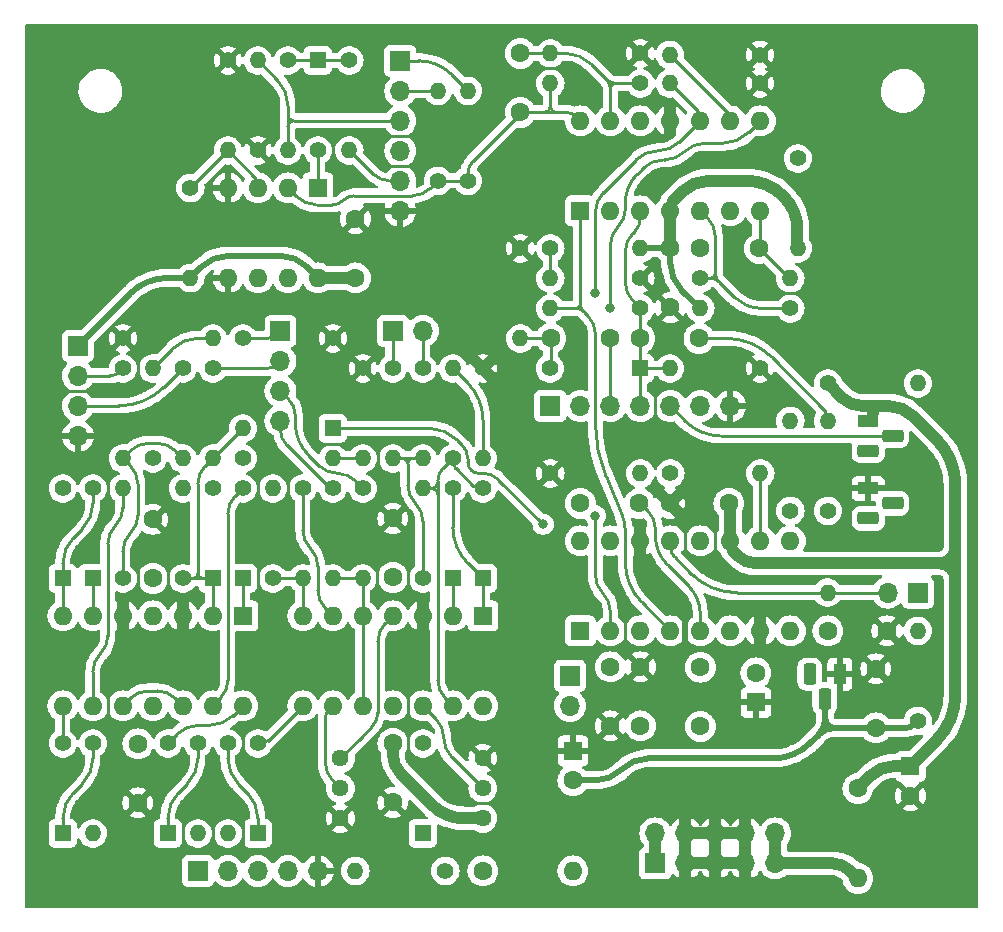
<source format=gbr>
%TF.GenerationSoftware,KiCad,Pcbnew,7.0.10*%
%TF.CreationDate,2025-08-30T15:35:21+01:00*%
%TF.ProjectId,VC_ADSR_D80-R,56435f41-4453-4525-9f44-38302d522e6b,rev?*%
%TF.SameCoordinates,Original*%
%TF.FileFunction,Copper,L1,Top*%
%TF.FilePolarity,Positive*%
%FSLAX46Y46*%
G04 Gerber Fmt 4.6, Leading zero omitted, Abs format (unit mm)*
G04 Created by KiCad (PCBNEW 7.0.10) date 2025-08-30 15:35:21*
%MOMM*%
%LPD*%
G01*
G04 APERTURE LIST*
G04 Aperture macros list*
%AMRoundRect*
0 Rectangle with rounded corners*
0 $1 Rounding radius*
0 $2 $3 $4 $5 $6 $7 $8 $9 X,Y pos of 4 corners*
0 Add a 4 corners polygon primitive as box body*
4,1,4,$2,$3,$4,$5,$6,$7,$8,$9,$2,$3,0*
0 Add four circle primitives for the rounded corners*
1,1,$1+$1,$2,$3*
1,1,$1+$1,$4,$5*
1,1,$1+$1,$6,$7*
1,1,$1+$1,$8,$9*
0 Add four rect primitives between the rounded corners*
20,1,$1+$1,$2,$3,$4,$5,0*
20,1,$1+$1,$4,$5,$6,$7,0*
20,1,$1+$1,$6,$7,$8,$9,0*
20,1,$1+$1,$8,$9,$2,$3,0*%
G04 Aperture macros list end*
%TA.AperFunction,ComponentPad*%
%ADD10C,1.400000*%
%TD*%
%TA.AperFunction,ComponentPad*%
%ADD11O,1.400000X1.400000*%
%TD*%
%TA.AperFunction,ComponentPad*%
%ADD12C,1.600000*%
%TD*%
%TA.AperFunction,ComponentPad*%
%ADD13O,1.600000X1.600000*%
%TD*%
%TA.AperFunction,ComponentPad*%
%ADD14R,1.400000X1.400000*%
%TD*%
%TA.AperFunction,ComponentPad*%
%ADD15R,1.700000X1.700000*%
%TD*%
%TA.AperFunction,ComponentPad*%
%ADD16O,1.700000X1.700000*%
%TD*%
%TA.AperFunction,ComponentPad*%
%ADD17R,1.600000X1.600000*%
%TD*%
%TA.AperFunction,ComponentPad*%
%ADD18R,1.100000X1.800000*%
%TD*%
%TA.AperFunction,ComponentPad*%
%ADD19RoundRect,0.275000X0.275000X0.625000X-0.275000X0.625000X-0.275000X-0.625000X0.275000X-0.625000X0*%
%TD*%
%TA.AperFunction,ComponentPad*%
%ADD20R,1.800000X1.100000*%
%TD*%
%TA.AperFunction,ComponentPad*%
%ADD21RoundRect,0.275000X-0.625000X0.275000X-0.625000X-0.275000X0.625000X-0.275000X0.625000X0.275000X0*%
%TD*%
%TA.AperFunction,ComponentPad*%
%ADD22C,1.440000*%
%TD*%
%TA.AperFunction,ViaPad*%
%ADD23C,0.800000*%
%TD*%
%TA.AperFunction,Conductor*%
%ADD24C,0.250000*%
%TD*%
%TA.AperFunction,Conductor*%
%ADD25C,0.500000*%
%TD*%
%TA.AperFunction,Conductor*%
%ADD26C,1.000000*%
%TD*%
G04 APERTURE END LIST*
D10*
%TO.P,R44,1*%
%TO.N,-12V*%
X149860000Y-125095000D03*
D11*
%TO.P,R44,2*%
%TO.N,Net-(Q2-B)*%
X149860000Y-117475000D03*
%TD*%
D12*
%TO.P,C17,1*%
%TO.N,+12V*%
X102235000Y-87590000D03*
%TO.P,C17,2*%
%TO.N,GND*%
X102235000Y-82590000D03*
%TD*%
D10*
%TO.P,R27,1*%
%TO.N,GND*%
X136485000Y-95250000D03*
D11*
%TO.P,R27,2*%
%TO.N,NORM*%
X128865000Y-95250000D03*
%TD*%
D12*
%TO.P,FB2,1*%
%TO.N,+12V*%
X144780000Y-130810000D03*
D13*
%TO.P,FB2,2*%
%TO.N,Net-(J9-Pin_10)*%
X144780000Y-138430000D03*
%TD*%
D14*
%TO.P,D3,1,K*%
%TO.N,Net-(D3-K)*%
X110490000Y-113030000D03*
D10*
%TO.P,D3,2,A*%
%TO.N,Net-(D3-A)*%
X110490000Y-105410000D03*
%TD*%
D14*
%TO.P,D7,1,K*%
%TO.N,S*%
X100330000Y-100330000D03*
D10*
%TO.P,D7,2,A*%
%TO.N,GND*%
X100330000Y-92710000D03*
%TD*%
%TO.P,R8,1*%
%TO.N,AM*%
X85090000Y-102870000D03*
D11*
%TO.P,R8,2*%
%TO.N,A*%
X85090000Y-95250000D03*
%TD*%
D15*
%TO.P,J6,1,Pin_1*%
%TO.N,OUT*%
X106045000Y-69215000D03*
D16*
%TO.P,J6,2,Pin_2*%
%TO.N,LED*%
X106045000Y-71755000D03*
%TO.P,J6,3,Pin_3*%
%TO.N,ENDLD*%
X106045000Y-74295000D03*
%TO.P,J6,4,Pin_4*%
%TO.N,LOOP*%
X106045000Y-76835000D03*
%TO.P,J6,5,Pin_5*%
%TO.N,END*%
X106045000Y-79375000D03*
%TO.P,J6,6,Pin_6*%
%TO.N,GND*%
X106045000Y-81915000D03*
%TD*%
D15*
%TO.P,J3,1,Pin_1*%
%TO.N,REL1*%
X105410000Y-92075000D03*
D16*
%TO.P,J3,2,Pin_2*%
%TO.N,REL2*%
X107950000Y-92075000D03*
%TD*%
D12*
%TO.P,C12,1*%
%TO.N,+12V*%
X128905000Y-85090000D03*
%TO.P,C12,2*%
%TO.N,GND*%
X128905000Y-90090000D03*
%TD*%
%TO.P,C6,1*%
%TO.N,Net-(U3D--)*%
X116205000Y-68580000D03*
%TO.P,C6,2*%
%TO.N,Net-(U4A--)*%
X116205000Y-73580000D03*
%TD*%
D17*
%TO.P,U4,1*%
%TO.N,Net-(D9-A)*%
X99060000Y-79970000D03*
D13*
%TO.P,U4,2,-*%
%TO.N,Net-(U4A--)*%
X96520000Y-79970000D03*
%TO.P,U4,3,+*%
%TO.N,Net-(U4A-+)*%
X93980000Y-79970000D03*
%TO.P,U4,4,V-*%
%TO.N,GND*%
X91440000Y-79970000D03*
%TO.P,U4,5,+*%
X91440000Y-87590000D03*
%TO.P,U4,6,-*%
%TO.N,Net-(U4B--)*%
X93980000Y-87590000D03*
%TO.P,U4,7*%
X96520000Y-87590000D03*
%TO.P,U4,8,V+*%
%TO.N,+12V*%
X99060000Y-87590000D03*
%TD*%
D15*
%TO.P,J7,1,Pin_1*%
%TO.N,R2*%
X149860000Y-114240000D03*
D16*
%TO.P,J7,2,Pin_2*%
%TO.N,R*%
X147320000Y-114240000D03*
D11*
X142210000Y-114240000D03*
%TD*%
D12*
%TO.P,C15,1*%
%TO.N,+12V*%
X105410000Y-112950000D03*
%TO.P,C15,2*%
%TO.N,GND*%
X105410000Y-107950000D03*
%TD*%
D17*
%TO.P,U1,1*%
%TO.N,Net-(D2-A)*%
X92710000Y-116205000D03*
D13*
%TO.P,U1,2,-*%
%TO.N,Net-(D2-K)*%
X90170000Y-116205000D03*
%TO.P,U1,3,+*%
%TO.N,GND*%
X87630000Y-116205000D03*
%TO.P,U1,4,V+*%
%TO.N,+12V*%
X85090000Y-116205000D03*
%TO.P,U1,5,+*%
%TO.N,GND*%
X82550000Y-116205000D03*
%TO.P,U1,6,-*%
%TO.N,Net-(D1-K)*%
X80010000Y-116205000D03*
%TO.P,U1,7*%
%TO.N,Net-(D1-A)*%
X77470000Y-116205000D03*
%TO.P,U1,8*%
%TO.N,Net-(D10-A)*%
X77470000Y-123825000D03*
%TO.P,U1,9,-*%
%TO.N,AM*%
X80010000Y-123825000D03*
%TO.P,U1,10,+*%
%TO.N,Net-(U1C-+)*%
X82550000Y-123825000D03*
%TO.P,U1,11,V-*%
%TO.N,-12V*%
X85090000Y-123825000D03*
%TO.P,U1,12,+*%
%TO.N,Net-(U1C-+)*%
X87630000Y-123825000D03*
%TO.P,U1,13,-*%
%TO.N,DM*%
X90170000Y-123825000D03*
%TO.P,U1,14*%
%TO.N,Net-(D11-A)*%
X92710000Y-123825000D03*
%TD*%
D10*
%TO.P,R21,1*%
%TO.N,GND*%
X116205000Y-85090000D03*
D11*
%TO.P,R21,2*%
%TO.N,Net-(D8-A)*%
X116205000Y-92710000D03*
%TD*%
D12*
%TO.P,C16,1*%
%TO.N,-12V*%
X105410000Y-127000000D03*
%TO.P,C16,2*%
%TO.N,GND*%
X105410000Y-132000000D03*
%TD*%
D10*
%TO.P,R6,1*%
%TO.N,REL1*%
X105410000Y-95250000D03*
D11*
%TO.P,R6,2*%
%TO.N,Net-(D3-K)*%
X105410000Y-102870000D03*
%TD*%
D12*
%TO.P,C2,1*%
%TO.N,G*%
X131445000Y-125563000D03*
%TO.P,C2,2*%
%TO.N,T*%
X131445000Y-120563000D03*
%TD*%
D10*
%TO.P,R40,1*%
%TO.N,S*%
X139065000Y-107315000D03*
D11*
%TO.P,R40,2*%
%TO.N,Net-(U3B-+)*%
X139065000Y-99695000D03*
%TD*%
D10*
%TO.P,R30,1*%
%TO.N,+12V*%
X142240000Y-96520000D03*
D11*
%TO.P,R30,2*%
%TO.N,DAMP*%
X149860000Y-96520000D03*
%TD*%
D10*
%TO.P,R41,1*%
%TO.N,GND*%
X126365000Y-68580000D03*
D11*
%TO.P,R41,2*%
%TO.N,Net-(U3D--)*%
X118745000Y-68580000D03*
%TD*%
D10*
%TO.P,R19,1*%
%TO.N,GND*%
X113030000Y-95250000D03*
D11*
%TO.P,R19,2*%
%TO.N,R*%
X113030000Y-102870000D03*
%TD*%
D14*
%TO.P,D11,1,K*%
%TO.N,Net-(D11-K)*%
X86360000Y-134620000D03*
D10*
%TO.P,D11,2,A*%
%TO.N,Net-(D11-A)*%
X86360000Y-127000000D03*
%TD*%
%TO.P,R29,1*%
%TO.N,Net-(D11-K)*%
X88900000Y-127000000D03*
D11*
%TO.P,R29,2*%
%TO.N,OORD*%
X88900000Y-134620000D03*
%TD*%
D14*
%TO.P,D2,1,K*%
%TO.N,Net-(D2-K)*%
X90170000Y-113030000D03*
D10*
%TO.P,D2,2,A*%
%TO.N,Net-(D2-A)*%
X90170000Y-105410000D03*
%TD*%
D12*
%TO.P,C1,1*%
%TO.N,AUTO*%
X123785000Y-92710000D03*
%TO.P,C1,2*%
%TO.N,Net-(D8-A)*%
X118785000Y-92710000D03*
%TD*%
%TO.P,C3,1*%
%TO.N,RETRIG*%
X121285000Y-106680000D03*
%TO.P,C3,2*%
%TO.N,T*%
X126285000Y-106680000D03*
%TD*%
%TO.P,C9,1*%
%TO.N,RNG1*%
X123825000Y-120523000D03*
%TO.P,C9,2*%
%TO.N,GND*%
X123825000Y-125523000D03*
%TD*%
D10*
%TO.P,R28,1*%
%TO.N,GND*%
X126365000Y-87630000D03*
D11*
%TO.P,R28,2*%
%TO.N,Net-(U3A--)*%
X118745000Y-87630000D03*
%TD*%
D10*
%TO.P,R53,1*%
%TO.N,Net-(U4A-+)*%
X88265000Y-79970000D03*
D11*
%TO.P,R53,2*%
%TO.N,+12V*%
X88265000Y-87590000D03*
%TD*%
D17*
%TO.P,U2,1*%
%TO.N,Net-(D3-A)*%
X113030000Y-116205000D03*
D13*
%TO.P,U2,2,-*%
%TO.N,Net-(D3-K)*%
X110490000Y-116205000D03*
%TO.P,U2,3,+*%
%TO.N,GND*%
X107950000Y-116205000D03*
%TO.P,U2,4,V+*%
%TO.N,+12V*%
X105410000Y-116205000D03*
%TO.P,U2,5,+*%
%TO.N,SM*%
X102870000Y-116205000D03*
%TO.P,U2,6,-*%
%TO.N,Net-(U2B--)*%
X100330000Y-116205000D03*
%TO.P,U2,7*%
%TO.N,Net-(R14-Pad2)*%
X97790000Y-116205000D03*
%TO.P,U2,8*%
%TO.N,Net-(D12-A)*%
X97790000Y-123825000D03*
%TO.P,U2,9,-*%
%TO.N,Net-(U2C--)*%
X100330000Y-123825000D03*
%TO.P,U2,10,+*%
%TO.N,SM*%
X102870000Y-123825000D03*
%TO.P,U2,11,V-*%
%TO.N,-12V*%
X105410000Y-123825000D03*
%TO.P,U2,12,+*%
%TO.N,Net-(U1C-+)*%
X107950000Y-123825000D03*
%TO.P,U2,13,-*%
%TO.N,RM*%
X110490000Y-123825000D03*
%TO.P,U2,14*%
%TO.N,Net-(D13-A)*%
X113030000Y-123825000D03*
%TD*%
D10*
%TO.P,R25,1*%
%TO.N,Net-(U3B--)*%
X128905000Y-104140000D03*
D11*
%TO.P,R25,2*%
%TO.N,Net-(U5-IIN)*%
X136525000Y-104140000D03*
%TD*%
D10*
%TO.P,R7,1*%
%TO.N,Net-(D3-K)*%
X107950000Y-113030000D03*
D11*
%TO.P,R7,2*%
%TO.N,RM*%
X107950000Y-105410000D03*
%TD*%
D14*
%TO.P,D13,1,K*%
%TO.N,Net-(D13-K)*%
X107950000Y-134620000D03*
D10*
%TO.P,D13,2,A*%
%TO.N,Net-(D13-A)*%
X107950000Y-127000000D03*
%TD*%
D14*
%TO.P,D1,1,K*%
%TO.N,Net-(D1-K)*%
X80010000Y-113030000D03*
D10*
%TO.P,D1,2,A*%
%TO.N,Net-(D1-A)*%
X80010000Y-105410000D03*
%TD*%
%TO.P,R4,1*%
%TO.N,Net-(D2-K)*%
X87630000Y-113030000D03*
D11*
%TO.P,R4,2*%
%TO.N,DM*%
X87630000Y-105410000D03*
%TD*%
D10*
%TO.P,R45,1*%
%TO.N,Net-(D13-K)*%
X109855000Y-137795000D03*
D11*
%TO.P,R45,2*%
%TO.N,OORR*%
X102235000Y-137795000D03*
%TD*%
D14*
%TO.P,D8,1,K*%
%TO.N,NORM*%
X126325000Y-95250000D03*
D10*
%TO.P,D8,2,A*%
%TO.N,Net-(D8-A)*%
X118705000Y-95250000D03*
%TD*%
D14*
%TO.P,D4,1,K*%
%TO.N,Net-(D1-A)*%
X77470000Y-113030000D03*
D10*
%TO.P,D4,2,A*%
%TO.N,AM*%
X77470000Y-105410000D03*
%TD*%
%TO.P,R23,1*%
%TO.N,NORM*%
X126365000Y-90170000D03*
D11*
%TO.P,R23,2*%
%TO.N,G*%
X118745000Y-90170000D03*
%TD*%
D10*
%TO.P,R34,1*%
%TO.N,Net-(D12-K)*%
X91440000Y-127000000D03*
D11*
%TO.P,R34,2*%
%TO.N,OORS*%
X91440000Y-134620000D03*
%TD*%
D12*
%TO.P,FB1,1*%
%TO.N,-12V*%
X113030000Y-137795000D03*
D13*
%TO.P,FB1,2*%
%TO.N,Net-(J9-Pin_1)*%
X120650000Y-137795000D03*
%TD*%
D10*
%TO.P,R18,1*%
%TO.N,GND*%
X102870000Y-95250000D03*
D11*
%TO.P,R18,2*%
%TO.N,D*%
X102870000Y-102870000D03*
%TD*%
D14*
%TO.P,D12,1,K*%
%TO.N,Net-(D12-K)*%
X93980000Y-134620000D03*
D10*
%TO.P,D12,2,A*%
%TO.N,Net-(D12-A)*%
X93980000Y-127000000D03*
%TD*%
D14*
%TO.P,D9,1,K*%
%TO.N,LOOP*%
X99060000Y-69175000D03*
D10*
%TO.P,D9,2,A*%
%TO.N,Net-(D9-A)*%
X99060000Y-76795000D03*
%TD*%
D12*
%TO.P,C5,1*%
%TO.N,Net-(U3A--)*%
X131445000Y-85090000D03*
%TO.P,C5,2*%
%TO.N,Net-(C5-Pad2)*%
X136445000Y-85090000D03*
%TD*%
D10*
%TO.P,R16,1*%
%TO.N,REL2*%
X107950000Y-95250000D03*
D11*
%TO.P,R16,2*%
%TO.N,Net-(D3-K)*%
X107950000Y-102870000D03*
%TD*%
D10*
%TO.P,R54,1*%
%TO.N,LOOP*%
X101727000Y-69175000D03*
D11*
%TO.P,R54,2*%
%TO.N,END*%
X101727000Y-76795000D03*
%TD*%
D15*
%TO.P,J4,1,Pin_1*%
%TO.N,GATE*%
X118745000Y-98425000D03*
D16*
%TO.P,J4,2,Pin_2*%
%TO.N,MODE*%
X121285000Y-98425000D03*
%TO.P,J4,3,Pin_3*%
%TO.N,AUTO*%
X123825000Y-98425000D03*
%TO.P,J4,4,Pin_4*%
%TO.N,NORM*%
X126365000Y-98425000D03*
%TO.P,J4,5,Pin_5*%
%TO.N,DAMP*%
X128905000Y-98425000D03*
%TO.P,J4,6,Pin_6*%
%TO.N,RETRIG*%
X131445000Y-98425000D03*
%TO.P,J4,7,Pin_7*%
%TO.N,GND*%
X133985000Y-98425000D03*
%TD*%
D10*
%TO.P,R31,1*%
%TO.N,GND*%
X118745000Y-104140000D03*
D11*
%TO.P,R31,2*%
%TO.N,RETRIG*%
X126365000Y-104140000D03*
%TD*%
D15*
%TO.P,J1,1,Pin_1*%
%TO.N,+12V*%
X78740000Y-93345000D03*
D16*
%TO.P,J1,2,Pin_2*%
%TO.N,ATT1*%
X78740000Y-95885000D03*
%TO.P,J1,3,Pin_3*%
%TO.N,ATT2*%
X78740000Y-98425000D03*
%TO.P,J1,4,Pin_4*%
%TO.N,GND*%
X78740000Y-100965000D03*
%TD*%
D18*
%TO.P,U6,1,GND*%
%TO.N,GND*%
X143256000Y-121139000D03*
D19*
%TO.P,U6,2,VI*%
%TO.N,-12V*%
X141986000Y-123209000D03*
%TO.P,U6,3,VO*%
%TO.N,-6V*%
X140716000Y-121139000D03*
%TD*%
D14*
%TO.P,D6,1,K*%
%TO.N,Net-(D3-A)*%
X113030000Y-113030000D03*
D10*
%TO.P,D6,2,A*%
%TO.N,RM*%
X113030000Y-105410000D03*
%TD*%
%TO.P,R33,1*%
%TO.N,Net-(U3C--)*%
X139700000Y-77470000D03*
D11*
%TO.P,R33,2*%
%TO.N,+12V*%
X139700000Y-85090000D03*
%TD*%
D12*
%TO.P,C11,1*%
%TO.N,-12V*%
X83820000Y-127040000D03*
%TO.P,C11,2*%
%TO.N,GND*%
X83820000Y-132040000D03*
%TD*%
D10*
%TO.P,R36,1*%
%TO.N,Net-(U4A--)*%
X109220000Y-79375000D03*
D11*
%TO.P,R36,2*%
%TO.N,LED*%
X109220000Y-71755000D03*
%TD*%
D20*
%TO.P,Q1,1,C*%
%TO.N,+12V*%
X145650000Y-99695000D03*
D21*
%TO.P,Q1,2,B*%
%TO.N,DAMP*%
X147720000Y-100965000D03*
%TO.P,Q1,3,E*%
%TO.N,Net-(Q1-E)*%
X145650000Y-102235000D03*
%TD*%
D12*
%TO.P,C20,1*%
%TO.N,+12V*%
X133858000Y-106680000D03*
%TO.P,C20,2*%
%TO.N,GND*%
X128858000Y-106680000D03*
%TD*%
D17*
%TO.P,U3,1*%
%TO.N,G*%
X121285000Y-81915000D03*
D13*
%TO.P,U3,2,-*%
%TO.N,Net-(U3A--)*%
X123825000Y-81915000D03*
%TO.P,U3,3,+*%
%TO.N,NORM*%
X126365000Y-81915000D03*
%TO.P,U3,4,V+*%
%TO.N,+12V*%
X128905000Y-81915000D03*
%TO.P,U3,5,+*%
%TO.N,Net-(U3B-+)*%
X131445000Y-81915000D03*
%TO.P,U3,6,-*%
%TO.N,Net-(U3B--)*%
X133985000Y-81915000D03*
%TO.P,U3,7*%
%TO.N,Net-(C5-Pad2)*%
X136525000Y-81915000D03*
%TO.P,U3,8*%
%TO.N,MODE*%
X136525000Y-74295000D03*
%TO.P,U3,9,-*%
%TO.N,Net-(U3C--)*%
X133985000Y-74295000D03*
%TO.P,U3,10,+*%
%TO.N,GATE*%
X131445000Y-74295000D03*
%TO.P,U3,11,V-*%
%TO.N,GND*%
X128905000Y-74295000D03*
%TO.P,U3,12,+*%
%TO.N,Net-(U3B--)*%
X126365000Y-74295000D03*
%TO.P,U3,13,-*%
%TO.N,Net-(U3D--)*%
X123825000Y-74295000D03*
%TO.P,U3,14*%
%TO.N,Net-(U4A--)*%
X121285000Y-74295000D03*
%TD*%
D10*
%TO.P,R5,1*%
%TO.N,SUS1*%
X100330000Y-105410000D03*
D11*
%TO.P,R5,2*%
%TO.N,SM*%
X100330000Y-113030000D03*
%TD*%
D15*
%TO.P,J5,1,Pin_1*%
%TO.N,OORA*%
X88900000Y-137795000D03*
D16*
%TO.P,J5,2,Pin_2*%
%TO.N,OORD*%
X91440000Y-137795000D03*
%TO.P,J5,3,Pin_3*%
%TO.N,OORS*%
X93980000Y-137795000D03*
%TO.P,J5,4,Pin_4*%
%TO.N,OORR*%
X96520000Y-137795000D03*
%TO.P,J5,5,Pin_5*%
%TO.N,GND*%
X99060000Y-137795000D03*
%TD*%
D10*
%TO.P,R1,1*%
%TO.N,ATT1*%
X82550000Y-95250000D03*
D11*
%TO.P,R1,2*%
%TO.N,Net-(D1-K)*%
X82550000Y-102870000D03*
%TD*%
D10*
%TO.P,R55,1*%
%TO.N,LOOP*%
X96520000Y-69175000D03*
D11*
%TO.P,R55,2*%
%TO.N,ENDLD*%
X96520000Y-76795000D03*
%TD*%
D10*
%TO.P,R9,1*%
%TO.N,DM*%
X92710000Y-102870000D03*
D11*
%TO.P,R9,2*%
%TO.N,D*%
X100330000Y-102870000D03*
%TD*%
D15*
%TO.P,J9,1,Pin_1*%
%TO.N,Net-(J9-Pin_1)*%
X127635000Y-137160000D03*
D16*
%TO.P,J9,2,Pin_2*%
X127635000Y-134620000D03*
%TO.P,J9,3,Pin_3*%
%TO.N,GND*%
X130175000Y-137160000D03*
%TO.P,J9,4,Pin_4*%
X130175000Y-134620000D03*
%TO.P,J9,5,Pin_5*%
X132715000Y-137160000D03*
%TO.P,J9,6,Pin_6*%
X132715000Y-134620000D03*
%TO.P,J9,7,Pin_7*%
X135255000Y-137160000D03*
%TO.P,J9,8,Pin_8*%
X135255000Y-134620000D03*
%TO.P,J9,9,Pin_9*%
%TO.N,Net-(J9-Pin_10)*%
X137795000Y-137160000D03*
%TO.P,J9,10,Pin_10*%
X137795000Y-134620000D03*
%TD*%
D14*
%TO.P,D10,1,K*%
%TO.N,Net-(D10-K)*%
X77470000Y-134620000D03*
D10*
%TO.P,D10,2,A*%
%TO.N,Net-(D10-A)*%
X77470000Y-127000000D03*
%TD*%
%TO.P,R56,1*%
%TO.N,GND*%
X93980000Y-76795000D03*
D11*
%TO.P,R56,2*%
%TO.N,ENDLD*%
X93980000Y-69175000D03*
%TD*%
D10*
%TO.P,R2,1*%
%TO.N,Net-(D1-K)*%
X82550000Y-113030000D03*
D11*
%TO.P,R2,2*%
%TO.N,AM*%
X82550000Y-105410000D03*
%TD*%
D10*
%TO.P,R42,1*%
%TO.N,GND*%
X136485000Y-71120000D03*
D11*
%TO.P,R42,2*%
%TO.N,GATE*%
X128865000Y-71120000D03*
%TD*%
D12*
%TO.P,C18,1*%
%TO.N,-12V*%
X146304000Y-125690000D03*
%TO.P,C18,2*%
%TO.N,GND*%
X146304000Y-120690000D03*
%TD*%
D14*
%TO.P,D5,1,K*%
%TO.N,Net-(D2-A)*%
X92710000Y-113030000D03*
D10*
%TO.P,D5,2,A*%
%TO.N,DM*%
X92710000Y-105410000D03*
%TD*%
D17*
%TO.P,C14,1*%
%TO.N,+12V*%
X149225000Y-128945000D03*
D12*
%TO.P,C14,2*%
%TO.N,GND*%
X149225000Y-131445000D03*
%TD*%
D10*
%TO.P,R3,1*%
%TO.N,DEC1*%
X90170000Y-95250000D03*
D11*
%TO.P,R3,2*%
%TO.N,Net-(D2-K)*%
X90170000Y-102870000D03*
%TD*%
D10*
%TO.P,R12,1*%
%TO.N,DEC2*%
X92710000Y-92710000D03*
D11*
%TO.P,R12,2*%
%TO.N,Net-(D2-K)*%
X92710000Y-100330000D03*
%TD*%
D10*
%TO.P,R39,1*%
%TO.N,Net-(U3D--)*%
X126365000Y-71120000D03*
D11*
%TO.P,R39,2*%
%TO.N,Net-(U4A--)*%
X118745000Y-71120000D03*
%TD*%
D17*
%TO.P,U5,1,CAP*%
%TO.N,RNG1*%
X121285000Y-117475000D03*
D13*
%TO.P,U5,2,ENVOUT*%
%TO.N,Net-(U3B--)*%
X123825000Y-117475000D03*
%TO.P,U5,3,VP*%
%TO.N,unconnected-(U5-VP-Pad3)*%
X126365000Y-117475000D03*
%TO.P,U5,4,GATE*%
%TO.N,G*%
X128905000Y-117475000D03*
%TO.P,U5,5,TRIG*%
%TO.N,T*%
X131445000Y-117475000D03*
%TO.P,U5,6,VEE*%
%TO.N,-6V*%
X133985000Y-117475000D03*
%TO.P,U5,7,PGND*%
%TO.N,GND*%
X136525000Y-117475000D03*
%TO.P,U5,8,CCOMP*%
%TO.N,Net-(U5-CCOMP)*%
X139065000Y-117475000D03*
%TO.P,U5,9,VCS*%
%TO.N,S*%
X139065000Y-109855000D03*
%TO.P,U5,10,IIN*%
%TO.N,Net-(U5-IIN)*%
X136525000Y-109855000D03*
%TO.P,U5,11,VCC*%
%TO.N,+12V*%
X133985000Y-109855000D03*
%TO.P,U5,12,VCD*%
%TO.N,D*%
X131445000Y-109855000D03*
%TO.P,U5,13,VCR*%
%TO.N,R*%
X128905000Y-109855000D03*
%TO.P,U5,14,GND*%
%TO.N,GND*%
X126365000Y-109855000D03*
%TO.P,U5,15,VCA*%
%TO.N,A*%
X123825000Y-109855000D03*
%TO.P,U5,16,ATKOUT*%
%TO.N,unconnected-(U5-ATKOUT-Pad16)*%
X121285000Y-109855000D03*
%TD*%
D10*
%TO.P,R57,1*%
%TO.N,GND*%
X91440000Y-69175000D03*
D11*
%TO.P,R57,2*%
%TO.N,Net-(U4A-+)*%
X91440000Y-76795000D03*
%TD*%
D10*
%TO.P,R10,1*%
%TO.N,RM*%
X110490000Y-102870000D03*
D11*
%TO.P,R10,2*%
%TO.N,R*%
X110490000Y-95250000D03*
%TD*%
D22*
%TO.P,RV1,1,1*%
%TO.N,GND*%
X113030000Y-128270000D03*
%TO.P,RV1,2,2*%
%TO.N,Net-(U1C-+)*%
X113030000Y-130810000D03*
%TO.P,RV1,3,3*%
%TO.N,-12V*%
X113030000Y-133350000D03*
%TD*%
D12*
%TO.P,C10,1*%
%TO.N,+12V*%
X85090000Y-113030000D03*
%TO.P,C10,2*%
%TO.N,GND*%
X85090000Y-108030000D03*
%TD*%
D10*
%TO.P,R13,1*%
%TO.N,SUS2*%
X102870000Y-105410000D03*
D11*
%TO.P,R13,2*%
%TO.N,SM*%
X102870000Y-113030000D03*
%TD*%
D15*
%TO.P,J2,1,Pin_1*%
%TO.N,DEC2*%
X95895000Y-92075000D03*
D16*
%TO.P,J2,2,Pin_2*%
%TO.N,DEC1*%
X95895000Y-94615000D03*
%TO.P,J2,3,Pin_3*%
%TO.N,SUS2*%
X95895000Y-97155000D03*
%TO.P,J2,4,Pin_4*%
%TO.N,SUS1*%
X95895000Y-99695000D03*
%TD*%
D12*
%TO.P,C8,1*%
%TO.N,RNG2*%
X126365000Y-125523000D03*
%TO.P,C8,2*%
%TO.N,GND*%
X126365000Y-120523000D03*
%TD*%
%TO.P,C7,1*%
%TO.N,Net-(U5-CCOMP)*%
X142240000Y-117475000D03*
%TO.P,C7,2*%
%TO.N,GND*%
X147240000Y-117475000D03*
%TD*%
D10*
%TO.P,R35,1*%
%TO.N,Net-(U3B-+)*%
X139065000Y-90170000D03*
D11*
%TO.P,R35,2*%
%TO.N,+12V*%
X131445000Y-90170000D03*
%TD*%
D10*
%TO.P,R37,1*%
%TO.N,Net-(Q2-B)*%
X142240000Y-107315000D03*
D11*
%TO.P,R37,2*%
%TO.N,Net-(Q1-E)*%
X142240000Y-99695000D03*
%TD*%
D20*
%TO.P,Q2,1,C*%
%TO.N,GND*%
X145650000Y-105410000D03*
D21*
%TO.P,Q2,2,B*%
%TO.N,Net-(Q2-B)*%
X147720000Y-106680000D03*
%TO.P,Q2,3,E*%
%TO.N,R2*%
X145650000Y-107950000D03*
%TD*%
D10*
%TO.P,R15,1*%
%TO.N,Net-(R14-Pad2)*%
X95250000Y-113030000D03*
D11*
%TO.P,R15,2*%
%TO.N,S*%
X95250000Y-105410000D03*
%TD*%
D10*
%TO.P,R24,1*%
%TO.N,Net-(D10-K)*%
X80010000Y-127000000D03*
D11*
%TO.P,R24,2*%
%TO.N,OORA*%
X80010000Y-134620000D03*
%TD*%
D10*
%TO.P,R32,1*%
%TO.N,Net-(U4A--)*%
X111760000Y-79375000D03*
D11*
%TO.P,R32,2*%
%TO.N,OUT*%
X111760000Y-71755000D03*
%TD*%
D10*
%TO.P,R17,1*%
%TO.N,GND*%
X82550000Y-92710000D03*
D11*
%TO.P,R17,2*%
%TO.N,A*%
X90170000Y-92710000D03*
%TD*%
D22*
%TO.P,RV2,1,1*%
%TO.N,+12V*%
X100965000Y-128270000D03*
%TO.P,RV2,2,2*%
%TO.N,Net-(U2C--)*%
X100965000Y-130810000D03*
%TO.P,RV2,3,3*%
%TO.N,GND*%
X100965000Y-133350000D03*
%TD*%
D17*
%TO.P,C19,1*%
%TO.N,GND*%
X136144000Y-123531000D03*
D12*
%TO.P,C19,2*%
%TO.N,-6V*%
X136144000Y-121031000D03*
%TD*%
D17*
%TO.P,C13,1*%
%TO.N,GND*%
X120650000Y-127635000D03*
D12*
%TO.P,C13,2*%
%TO.N,-12V*%
X120650000Y-130135000D03*
%TD*%
D10*
%TO.P,R22,1*%
%TO.N,Net-(U3A--)*%
X118745000Y-85090000D03*
D11*
%TO.P,R22,2*%
%TO.N,+12V*%
X126365000Y-85090000D03*
%TD*%
D10*
%TO.P,R38,1*%
%TO.N,Net-(U3B-+)*%
X131445000Y-87630000D03*
D11*
%TO.P,R38,2*%
%TO.N,Net-(C5-Pad2)*%
X139065000Y-87630000D03*
%TD*%
D12*
%TO.P,C4,1*%
%TO.N,NORM*%
X126325000Y-92710000D03*
%TO.P,C4,2*%
%TO.N,Net-(Q1-E)*%
X131325000Y-92710000D03*
%TD*%
D10*
%TO.P,R11,1*%
%TO.N,ATT2*%
X87630000Y-95250000D03*
D11*
%TO.P,R11,2*%
%TO.N,Net-(D1-K)*%
X87630000Y-102870000D03*
%TD*%
D10*
%TO.P,R14,1*%
%TO.N,Net-(U2B--)*%
X97790000Y-105410000D03*
D11*
%TO.P,R14,2*%
%TO.N,Net-(R14-Pad2)*%
X97790000Y-113030000D03*
%TD*%
D10*
%TO.P,R43,1*%
%TO.N,GND*%
X136485000Y-68707000D03*
D11*
%TO.P,R43,2*%
%TO.N,Net-(U3C--)*%
X128865000Y-68707000D03*
%TD*%
D15*
%TO.P,J8,1,Pin_1*%
%TO.N,RNG1*%
X120396000Y-121280000D03*
D16*
%TO.P,J8,2,Pin_2*%
%TO.N,RNG2*%
X120396000Y-123820000D03*
%TD*%
D23*
%TO.N,GND*%
X117043200Y-110540800D03*
%TO.N,S*%
X118135400Y-108458000D03*
%TO.N,GATE*%
X122555000Y-88900000D03*
%TO.N,MODE*%
X123825000Y-90170000D03*
%TO.N,Net-(U3B--)*%
X122555000Y-107733000D03*
%TD*%
D24*
%TO.N,AUTO*%
X123785000Y-98356715D02*
X123785000Y-92710000D01*
X123805000Y-98405000D02*
X123825000Y-98425000D01*
X123784994Y-98356715D02*
G75*
G03*
X123805000Y-98405000I68306J15D01*
G01*
%TO.N,Net-(D8-A)*%
X118745000Y-95210000D02*
X118705000Y-95250000D01*
X118785000Y-95113431D02*
X118785000Y-92710000D01*
X118785000Y-92710000D02*
X116205000Y-92710000D01*
X118744991Y-95209991D02*
G75*
G03*
X118785000Y-95113431I-96591J96591D01*
G01*
%TO.N,G*%
X125095000Y-109042200D02*
X125095000Y-110464600D01*
X120904000Y-90170000D02*
X120142000Y-90170000D01*
X123447458Y-104376901D02*
X124821461Y-107674507D01*
X126477959Y-115047959D02*
X128905000Y-117475000D01*
X121554407Y-90439407D02*
X121920000Y-90805000D01*
X120142000Y-90170000D02*
X118745000Y-90170000D01*
X125095000Y-110464600D02*
X125095000Y-111709200D01*
X121285000Y-89789000D02*
X121285000Y-81915000D01*
X122555000Y-99914607D02*
X122555000Y-92338025D01*
X120904000Y-90170000D02*
G75*
G03*
X121285000Y-89789000I0J381000D01*
G01*
X121284996Y-89789000D02*
G75*
G03*
X121554407Y-90439407I919804J0D01*
G01*
X121554404Y-90439410D02*
G75*
G03*
X120904000Y-90170000I-650404J-650390D01*
G01*
X125094995Y-111709200D02*
G75*
G03*
X126477959Y-115047959I4721705J0D01*
G01*
X125094999Y-109042200D02*
G75*
G03*
X124821460Y-107674507I-3555999J0D01*
G01*
X122555000Y-99914607D02*
G75*
G03*
X123447459Y-104376901I11602000J7D01*
G01*
X122554989Y-92338025D02*
G75*
G03*
X121920000Y-90805000I-2167989J25D01*
G01*
%TO.N,T*%
X127635000Y-109410500D02*
X127635000Y-108848025D01*
X126393284Y-106708284D02*
X127000000Y-107315000D01*
X131445000Y-116078000D02*
X131445000Y-117475000D01*
X128667729Y-111903729D02*
X130457171Y-113693171D01*
X126325000Y-106680000D02*
X126285000Y-106680000D01*
X127634989Y-108848025D02*
G75*
G03*
X127000000Y-107315000I-2167989J25D01*
G01*
X126393291Y-106708277D02*
G75*
G03*
X126325000Y-106680000I-68291J-68323D01*
G01*
X131444987Y-116078000D02*
G75*
G03*
X130457171Y-113693171I-3372687J0D01*
G01*
X127635013Y-109410500D02*
G75*
G03*
X128667730Y-111903728I3525987J0D01*
G01*
%TO.N,NORM*%
X125095000Y-88001974D02*
X125095000Y-85353025D01*
X126345000Y-90150000D02*
X125730000Y-89535000D01*
X126345000Y-98405000D02*
X126365000Y-98425000D01*
X126325000Y-90238284D02*
X126325000Y-92710000D01*
X125729999Y-83819999D02*
X125915987Y-83634012D01*
X126365000Y-82550000D02*
X126365000Y-81915000D01*
X126325000Y-95250000D02*
X128865000Y-95250000D01*
X126325000Y-98356715D02*
X126325000Y-95250000D01*
X126325000Y-92710000D02*
X126325000Y-95250000D01*
X125095011Y-88001974D02*
G75*
G03*
X125730000Y-89535000I2167989J-26D01*
G01*
X126324994Y-98356715D02*
G75*
G03*
X126345000Y-98405000I68306J15D01*
G01*
X126345000Y-90190000D02*
G75*
G03*
X126345000Y-90150000I-20000J20000D01*
G01*
X125915982Y-83634007D02*
G75*
G03*
X126365000Y-82550000I-1083982J1084007D01*
G01*
X126345005Y-90190005D02*
G75*
G03*
X126325000Y-90238284I48295J-48295D01*
G01*
X125729992Y-83819992D02*
G75*
G03*
X125095000Y-85353025I1533008J-1533008D01*
G01*
%TO.N,Net-(Q1-E)*%
X133636036Y-92710000D02*
X131325000Y-92710000D01*
X142240000Y-99377500D02*
X142240000Y-99695000D01*
X137483792Y-94303792D02*
X142015493Y-98835493D01*
X142240003Y-99377500D02*
G75*
G03*
X142015492Y-98835494I-766503J0D01*
G01*
X137483784Y-94303800D02*
G75*
G03*
X133636036Y-92710000I-3847784J-3847800D01*
G01*
%TO.N,Net-(U3A--)*%
X118745000Y-85090000D02*
X118745000Y-87630000D01*
%TO.N,Net-(C5-Pad2)*%
X138956715Y-87601715D02*
X136465000Y-85110000D01*
X136505000Y-81935000D02*
X136525000Y-81915000D01*
X136485000Y-81983284D02*
X136485000Y-85021715D01*
X139025000Y-87630000D02*
X139065000Y-87630000D01*
X136464995Y-85069995D02*
G75*
G03*
X136485000Y-85021715I-48295J48295D01*
G01*
X136505005Y-81935005D02*
G75*
G03*
X136485000Y-81983284I48295J-48295D01*
G01*
X136465000Y-85070000D02*
G75*
G03*
X136465000Y-85110000I20000J-20000D01*
G01*
X138956708Y-87601722D02*
G75*
G03*
X139025000Y-87630000I68292J68322D01*
G01*
%TO.N,Net-(U3C--)*%
X133985000Y-74061000D02*
X133985000Y-74295000D01*
X133819537Y-73661537D02*
X128865000Y-68707000D01*
X133985007Y-74061000D02*
G75*
G03*
X133819537Y-73661537I-564907J0D01*
G01*
%TO.N,Net-(U4A--)*%
X118745000Y-73072000D02*
X118745000Y-71120000D01*
X111148500Y-79375000D02*
X109220000Y-79375000D01*
X118237000Y-73580000D02*
X117221000Y-73580000D01*
X107051974Y-80645000D02*
X102138815Y-80645000D01*
X108585000Y-80010000D02*
X109220000Y-79375000D01*
X119253000Y-73580000D02*
X120064418Y-73580000D01*
X97238500Y-80688500D02*
X96520000Y-79970000D01*
X116160098Y-73751901D02*
X112192395Y-77719604D01*
X120927500Y-73937500D02*
X121285000Y-74295000D01*
X100299184Y-81407000D02*
X98973112Y-81407000D01*
X119253000Y-73580000D02*
X118237000Y-73580000D01*
X117221000Y-73580000D02*
X116268500Y-73580000D01*
X118237000Y-73580000D02*
G75*
G03*
X118745000Y-73072000I0J508000D01*
G01*
X116268500Y-73580000D02*
G75*
G03*
X116205000Y-73643500I0J-63500D01*
G01*
X102138815Y-80645007D02*
G75*
G03*
X101219000Y-81026000I-15J-1300793D01*
G01*
X118745000Y-73072000D02*
G75*
G03*
X119253000Y-73580000I508000J0D01*
G01*
X107051974Y-80644989D02*
G75*
G03*
X108585000Y-80010000I26J2167989D01*
G01*
X120927495Y-73937505D02*
G75*
G03*
X120064418Y-73580000I-863095J-863095D01*
G01*
X116160098Y-73751901D02*
G75*
G03*
X116205000Y-73643500I-108398J108401D01*
G01*
X112192394Y-77719603D02*
G75*
G03*
X111760000Y-78763500I1043906J-1043897D01*
G01*
X100299184Y-81406993D02*
G75*
G03*
X101219000Y-81026000I16J1300793D01*
G01*
X111148500Y-79375000D02*
G75*
G03*
X111760000Y-78763500I0J611500D01*
G01*
X97238496Y-80688504D02*
G75*
G03*
X98973112Y-81407000I1734604J1734604D01*
G01*
%TO.N,GND*%
X83820000Y-93980000D02*
X83820000Y-96266000D01*
X96520000Y-106553000D02*
X96520000Y-104267000D01*
X93980000Y-106553000D02*
X93980000Y-104267000D01*
X101600000Y-101650800D02*
X99314000Y-101650800D01*
X83820000Y-114173000D02*
X83820000Y-111887000D01*
X86360000Y-114173000D02*
X86360000Y-111887000D01*
X81280000Y-106680000D02*
X81280000Y-104394000D01*
X107188000Y-75565000D02*
X104902000Y-75565000D01*
X125095000Y-118643400D02*
X125095000Y-116357400D01*
X104089200Y-114173000D02*
X104089200Y-111887000D01*
X113411000Y-132080000D02*
X111125000Y-132080000D01*
X92710000Y-135890000D02*
X92710000Y-133604000D01*
X90170000Y-135890000D02*
X90170000Y-133604000D01*
X106730800Y-114147600D02*
X106730800Y-111861600D01*
X81280000Y-125095000D02*
X81280000Y-122809000D01*
X120015000Y-69850000D02*
X117729000Y-69850000D01*
X104140000Y-104063800D02*
X104140000Y-101777800D01*
X107188000Y-78105000D02*
X104902000Y-78105000D01*
X140208000Y-88900000D02*
X137922000Y-88900000D01*
X130175000Y-110998000D02*
X130175000Y-108712000D01*
X93980000Y-114173000D02*
X93980000Y-111887000D01*
X79883000Y-97145000D02*
X77597000Y-97145000D01*
X87630000Y-135890000D02*
X87630000Y-133604000D01*
X106680000Y-128143000D02*
X106680000Y-125857000D01*
D25*
X130175000Y-118643400D02*
X130175000Y-116357400D01*
D24*
X127635000Y-99542600D02*
X127635000Y-97256600D01*
X106680000Y-124968000D02*
X106680000Y-122682000D01*
X92710000Y-128143000D02*
X92710000Y-125857000D01*
X132715000Y-110998000D02*
X132715000Y-108712000D01*
D26*
%TO.N,+12V*%
X147935000Y-128905000D02*
X149156715Y-128905000D01*
X129857499Y-80327499D02*
X129129506Y-81055493D01*
X145801116Y-129788883D02*
X144780000Y-130810000D01*
X145415000Y-98425000D02*
X146685000Y-98425000D01*
D24*
X104775000Y-116840000D02*
X105410000Y-116205000D01*
D25*
X83162103Y-88922896D02*
X78740000Y-93345000D01*
D26*
X149244999Y-128924999D02*
X151441207Y-126728792D01*
D25*
X128876715Y-85090000D02*
X126365000Y-85090000D01*
X99060000Y-87590000D02*
X98127500Y-86657500D01*
D26*
X99060000Y-87590000D02*
X102235000Y-87590000D01*
X145097500Y-98425000D02*
X145415000Y-98425000D01*
X136153025Y-111760000D02*
X149034500Y-111760000D01*
X134620000Y-111125000D02*
X134209506Y-110714506D01*
D25*
X128905000Y-86380000D02*
X128905000Y-85118284D01*
D24*
X102711250Y-126523750D02*
X100965000Y-128270000D01*
D25*
X129817167Y-88582167D02*
X131390857Y-90155857D01*
D26*
X147320000Y-98425000D02*
X146685000Y-98425000D01*
X128905000Y-81597500D02*
X128905000Y-81886715D01*
D25*
X91448754Y-85725000D02*
X95876245Y-85725000D01*
D26*
X149488025Y-99323025D02*
X151441207Y-101276207D01*
X138537467Y-80752467D02*
X138410000Y-80625000D01*
X128865000Y-81983284D02*
X128865000Y-85021715D01*
X151701500Y-111760000D02*
X149034500Y-111760000D01*
D24*
X103663750Y-125571250D02*
X102711250Y-126523750D01*
D25*
X146050000Y-99060000D02*
X146050000Y-99695000D01*
D26*
X143471480Y-97751480D02*
X142240000Y-96520000D01*
D24*
X104140000Y-124421480D02*
X104140000Y-118373025D01*
D26*
X132157038Y-79375000D02*
X135392233Y-79375000D01*
X133985000Y-109537500D02*
X133985000Y-106896802D01*
D25*
X131425000Y-90170000D02*
X131445000Y-90170000D01*
D26*
X153035000Y-122881036D02*
X153035000Y-113093500D01*
X133985000Y-109537500D02*
X133985000Y-110172500D01*
X153035000Y-110426500D02*
X153035000Y-113093500D01*
X153035000Y-105123963D02*
X153035000Y-110426500D01*
D25*
X89197500Y-86657500D02*
X88265000Y-87590000D01*
D26*
X139660000Y-83462500D02*
X139660000Y-85021715D01*
X133921500Y-106743500D02*
X133858000Y-106680000D01*
X139680000Y-85070000D02*
X139700000Y-85090000D01*
D25*
X86380000Y-87590000D02*
X88265000Y-87590000D01*
D26*
X151701500Y-111760000D02*
G75*
G03*
X153035000Y-110426500I0J1333500D01*
G01*
X153035000Y-113093500D02*
G75*
G03*
X151701500Y-111760000I-1333500J0D01*
G01*
D25*
X91448754Y-85725023D02*
G75*
G03*
X89197500Y-86657500I-54J-3183677D01*
G01*
D26*
X128885005Y-81935005D02*
G75*
G03*
X128865000Y-81983284I48295J-48295D01*
G01*
X147935000Y-128905009D02*
G75*
G03*
X145801116Y-129788883I0J-3017791D01*
G01*
X143471488Y-97751472D02*
G75*
G03*
X145097500Y-98425000I1626012J1625972D01*
G01*
X149488035Y-99323015D02*
G75*
G03*
X147320000Y-98425000I-2168035J-2168085D01*
G01*
X153035010Y-105123963D02*
G75*
G03*
X151441206Y-101276208I-5441610J-37D01*
G01*
X133984998Y-106896802D02*
G75*
G03*
X133921499Y-106743501I-216798J2D01*
G01*
D25*
X146050000Y-99060000D02*
G75*
G03*
X145415000Y-98425000I-635000J0D01*
G01*
D26*
X133984997Y-110172500D02*
G75*
G03*
X134209507Y-110714505I766503J0D01*
G01*
X128884995Y-81934995D02*
G75*
G03*
X128905000Y-81886715I-48295J48295D01*
G01*
X128864994Y-85021715D02*
G75*
G03*
X128885000Y-85070000I68306J15D01*
G01*
X149204995Y-128925005D02*
G75*
G03*
X149156715Y-128905000I-48295J-48295D01*
G01*
X128905006Y-85118284D02*
G75*
G03*
X128885000Y-85070000I-68306J-16D01*
G01*
D25*
X86380000Y-87590002D02*
G75*
G03*
X83162103Y-88922896I0J-4550798D01*
G01*
D26*
X139659994Y-85021715D02*
G75*
G03*
X139680000Y-85070000I68306J15D01*
G01*
X139659989Y-83462500D02*
G75*
G03*
X138537467Y-80752467I-3832589J0D01*
G01*
X138409990Y-80625010D02*
G75*
G03*
X135392233Y-79375000I-3017790J-3017790D01*
G01*
D25*
X98127466Y-86657534D02*
G75*
G03*
X95876245Y-85725000I-2251266J-2251166D01*
G01*
D24*
X103663756Y-125571256D02*
G75*
G03*
X104140000Y-124421480I-1149756J1149756D01*
G01*
D26*
X132157038Y-79375015D02*
G75*
G03*
X129857499Y-80327499I-38J-3251985D01*
G01*
D25*
X128905000Y-85118284D02*
G75*
G03*
X128876715Y-85090000I-28300J-16D01*
G01*
D26*
X151441200Y-126728785D02*
G75*
G03*
X153035000Y-122881036I-3847800J3847785D01*
G01*
D25*
X131390854Y-90155860D02*
G75*
G03*
X131425000Y-90170000I34146J34160D01*
G01*
D24*
X104774992Y-116839992D02*
G75*
G03*
X104140000Y-118373025I1533008J-1533008D01*
G01*
D26*
X146685000Y-98425000D02*
G75*
G03*
X146050000Y-99060000I0J-635000D01*
G01*
X149205002Y-128924998D02*
G75*
G03*
X149244998Y-128924998I19998J19998D01*
G01*
D25*
X128904990Y-86380000D02*
G75*
G03*
X129817167Y-88582167I3114310J0D01*
G01*
X128876715Y-85090037D02*
G75*
G03*
X128884999Y-85070001I-15J11737D01*
G01*
D26*
X129129509Y-81055496D02*
G75*
G03*
X128905000Y-81597500I541991J-542004D01*
G01*
X134619992Y-111125008D02*
G75*
G03*
X136153025Y-111760000I1533008J1533008D01*
G01*
D25*
%TO.N,-12V*%
X122546245Y-130135000D02*
X120650000Y-130135000D01*
X140735999Y-126979999D02*
X141456425Y-126259574D01*
X146304000Y-125690000D02*
X148844271Y-125690000D01*
D26*
X108732467Y-132227467D02*
X106083519Y-129578519D01*
D25*
X142026000Y-122877284D02*
X142026000Y-124884500D01*
X142006000Y-122829000D02*
X141986000Y-122809000D01*
D26*
X111442500Y-133350000D02*
X113030000Y-133350000D01*
D25*
X149562500Y-125392500D02*
X149860000Y-125095000D01*
D26*
X105410000Y-127952500D02*
X105410000Y-127000000D01*
D25*
X146304000Y-125690000D02*
X144442500Y-125690000D01*
X127048754Y-128270000D02*
X137621664Y-128270000D01*
X144442500Y-125690000D02*
X142831500Y-125690000D01*
X122546245Y-130135018D02*
G75*
G03*
X124797499Y-129202499I-45J3183818D01*
G01*
X127048754Y-128270023D02*
G75*
G03*
X124797500Y-129202500I-54J-3183677D01*
G01*
X148844271Y-125689988D02*
G75*
G03*
X149562500Y-125392500I29J1015688D01*
G01*
X142026006Y-122877284D02*
G75*
G03*
X142006000Y-122829000I-68306J-16D01*
G01*
X137621664Y-128269983D02*
G75*
G03*
X140735998Y-126979998I36J4404283D01*
G01*
D26*
X108732460Y-132227474D02*
G75*
G03*
X111442500Y-133350000I2710040J2710074D01*
G01*
D25*
X141456436Y-126259585D02*
G75*
G03*
X142026000Y-124884500I-1375136J1375085D01*
G01*
X142831500Y-125689985D02*
G75*
G03*
X141456425Y-126259574I0J-1944615D01*
G01*
D26*
X105409989Y-127952500D02*
G75*
G03*
X106083519Y-129578519I2299511J0D01*
G01*
D25*
X142026000Y-124884500D02*
G75*
G03*
X142831500Y-125690000I805500J0D01*
G01*
D24*
%TO.N,Net-(D1-K)*%
X82550000Y-110753025D02*
X82550000Y-113030000D01*
X83820000Y-107686974D02*
X83820000Y-105038025D01*
X80010000Y-113030000D02*
X80010000Y-116205000D01*
X86995000Y-102235000D02*
X87630000Y-102870000D01*
X84718025Y-101600000D02*
X85461974Y-101600000D01*
X83185008Y-109220008D02*
G75*
G03*
X83820000Y-107686974I-1533008J1533008D01*
G01*
X83184992Y-109219992D02*
G75*
G03*
X82550000Y-110753025I1533008J-1533008D01*
G01*
X86995008Y-102234992D02*
G75*
G03*
X85461974Y-101600000I-1533008J-1533008D01*
G01*
X83185000Y-102235000D02*
G75*
G03*
X83185000Y-103505000I635000J-635000D01*
G01*
X84718025Y-101600011D02*
G75*
G03*
X83185000Y-102235000I-25J-2167989D01*
G01*
X83819989Y-105038025D02*
G75*
G03*
X83185000Y-103505000I-2167989J25D01*
G01*
%TO.N,Net-(D1-A)*%
X77470000Y-113030000D02*
X77470000Y-116205000D01*
X80010000Y-106680000D02*
X80010000Y-105410000D01*
X77470000Y-111760000D02*
X77470000Y-113030000D01*
X79111974Y-108848025D02*
X78368025Y-109591974D01*
X78368036Y-109591985D02*
G75*
G03*
X77470000Y-111760000I2167964J-2168015D01*
G01*
X79111985Y-108848036D02*
G75*
G03*
X80010000Y-106680000I-2168085J2168036D01*
G01*
%TO.N,Net-(D2-K)*%
X88900000Y-111887000D02*
X88900000Y-112649000D01*
X88900000Y-105038025D02*
X88900000Y-111887000D01*
X88519000Y-113030000D02*
X87630000Y-113030000D01*
X89281000Y-113030000D02*
X90170000Y-113030000D01*
X90170000Y-113030000D02*
X90170000Y-116205000D01*
X89535000Y-103505000D02*
X90170000Y-102870000D01*
X90170000Y-102870000D02*
X92710000Y-100330000D01*
X89281000Y-113030000D02*
X88519000Y-113030000D01*
X88519000Y-113030000D02*
G75*
G03*
X88900000Y-112649000I0J381000D01*
G01*
X89534992Y-103504992D02*
G75*
G03*
X88900000Y-105038025I1533008J-1533008D01*
G01*
X88900000Y-112649000D02*
G75*
G03*
X89281000Y-113030000I381000J0D01*
G01*
%TO.N,Net-(D2-A)*%
X92710000Y-113030000D02*
X92710000Y-116205000D01*
%TO.N,Net-(D3-K)*%
X106680000Y-103314500D02*
X106680000Y-104203500D01*
X107124500Y-102870000D02*
X107950000Y-102870000D01*
X106680000Y-105146974D02*
X106680000Y-104203500D01*
X106235500Y-102870000D02*
X105410000Y-102870000D01*
X110490000Y-113030000D02*
X110490000Y-116205000D01*
X107950000Y-108213025D02*
X107950000Y-113030000D01*
X106235500Y-102870000D02*
X107124500Y-102870000D01*
X106680000Y-103314500D02*
G75*
G03*
X106235500Y-102870000I-444500J0D01*
G01*
X106680011Y-105146974D02*
G75*
G03*
X107315000Y-106680000I2167989J-26D01*
G01*
X107124500Y-102870000D02*
G75*
G03*
X106680000Y-103314500I0J-444500D01*
G01*
X107949989Y-108213025D02*
G75*
G03*
X107315000Y-106680000I-2167989J25D01*
G01*
%TO.N,Net-(D3-A)*%
X110490000Y-108693948D02*
X110490000Y-105410000D01*
X111760000Y-111760000D02*
X113030000Y-113030000D01*
X113030000Y-113030000D02*
X113030000Y-116205000D01*
X110489980Y-108693948D02*
G75*
G03*
X111760000Y-111760000I4336120J48D01*
G01*
%TO.N,AM*%
X80010000Y-120938425D02*
X80010000Y-123825000D01*
X82550000Y-107051974D02*
X82550000Y-105410000D01*
X81280000Y-110118025D02*
X81280000Y-117872374D01*
X81915008Y-108585008D02*
G75*
G03*
X82550000Y-107051974I-1533008J1533008D01*
G01*
X80645008Y-119405408D02*
G75*
G03*
X81280000Y-117872374I-1533008J1533008D01*
G01*
X80644992Y-119405392D02*
G75*
G03*
X80010000Y-120938425I1533008J-1533008D01*
G01*
X81914992Y-108584992D02*
G75*
G03*
X81280000Y-110118025I1533008J-1533008D01*
G01*
%TO.N,DM*%
X92075000Y-106045000D02*
X92710000Y-105410000D01*
X91440000Y-107578025D02*
X91440000Y-121656974D01*
X90805000Y-123190000D02*
X90170000Y-123825000D01*
X92074992Y-106044992D02*
G75*
G03*
X91440000Y-107578025I1533008J-1533008D01*
G01*
X90805008Y-123190008D02*
G75*
G03*
X91440000Y-121656974I-1533008J1533008D01*
G01*
%TO.N,RM*%
X109220000Y-105918000D02*
X109220000Y-106934000D01*
X110714506Y-103729506D02*
X112170493Y-105185493D01*
X109855000Y-123190000D02*
X110490000Y-123825000D01*
X109220000Y-121656974D02*
X109220000Y-106934000D01*
X112712500Y-105410000D02*
X113030000Y-105410000D01*
X109220000Y-104902000D02*
X109220000Y-104775000D01*
X108712000Y-105410000D02*
X107950000Y-105410000D01*
X110265493Y-103094506D02*
X109669012Y-103690987D01*
X109220000Y-104902000D02*
X109220000Y-105918000D01*
X109669018Y-103690993D02*
G75*
G03*
X109220000Y-104775000I1083982J-1084007D01*
G01*
X109220000Y-105918000D02*
G75*
G03*
X108712000Y-105410000I-508000J0D01*
G01*
X112170496Y-105185490D02*
G75*
G03*
X112712500Y-105410000I542004J541990D01*
G01*
X110489997Y-103187500D02*
G75*
G03*
X110714507Y-103729505I766503J0D01*
G01*
X110490022Y-103187500D02*
G75*
G03*
X110265493Y-103094506I-131522J0D01*
G01*
X108712000Y-105410000D02*
G75*
G03*
X109220000Y-104902000I0J508000D01*
G01*
X109220011Y-121656974D02*
G75*
G03*
X109855000Y-123190000I2167989J-26D01*
G01*
%TO.N,S*%
X118135400Y-108458000D02*
X114352038Y-104674638D01*
X112690740Y-104140000D02*
X113061307Y-104140000D01*
X111760000Y-103209259D02*
X111760000Y-102914892D01*
X108507961Y-100330000D02*
X100330000Y-100330000D01*
X111279243Y-101754243D02*
X110807500Y-101282500D01*
X111760006Y-102914892D02*
G75*
G03*
X111279242Y-101754244I-1641406J-8D01*
G01*
X110807511Y-101282489D02*
G75*
G03*
X108507961Y-100330000I-2299511J-2299511D01*
G01*
X114352041Y-104674635D02*
G75*
G03*
X113061307Y-104140000I-1290741J-1290765D01*
G01*
X111760017Y-103209259D02*
G75*
G03*
X112032607Y-103867392I930683J-41D01*
G01*
X112032595Y-103867404D02*
G75*
G03*
X112690740Y-104140000I658105J658104D01*
G01*
%TO.N,ATT1*%
X81465987Y-95885000D02*
X78740000Y-95885000D01*
X82232500Y-95567500D02*
X82550000Y-95250000D01*
X81465987Y-95884994D02*
G75*
G03*
X82232500Y-95567500I13J1083994D01*
G01*
%TO.N,ATT2*%
X82209935Y-98425000D02*
X78740000Y-98425000D01*
X86042500Y-96837500D02*
X87630000Y-95250000D01*
X82209935Y-98425014D02*
G75*
G03*
X86042499Y-96837499I-35J5420114D01*
G01*
%TO.N,DEC1*%
X95577500Y-94932500D02*
X95895000Y-94615000D01*
X94810987Y-95250000D02*
X90170000Y-95250000D01*
X94810987Y-95249994D02*
G75*
G03*
X95577500Y-94932500I13J1083994D01*
G01*
%TO.N,DEC2*%
X94810987Y-92710000D02*
X92710000Y-92710000D01*
X95577500Y-92392500D02*
X95895000Y-92075000D01*
X94810987Y-92709994D02*
G75*
G03*
X95577500Y-92392500I13J1083994D01*
G01*
%TO.N,SUS1*%
X95895000Y-100462000D02*
X95895000Y-99695000D01*
X100203000Y-105410000D02*
X100330000Y-105410000D01*
X96437350Y-101771350D02*
X99986197Y-105320197D01*
X99986198Y-105320196D02*
G75*
G03*
X100203000Y-105410000I216802J216796D01*
G01*
X95895000Y-100462000D02*
G75*
G03*
X96437350Y-101771350I1851700J0D01*
G01*
%TO.N,SUS2*%
X96525000Y-97785000D02*
X95895000Y-97155000D01*
X97155000Y-99305954D02*
X97155000Y-99944000D01*
X102228617Y-104768617D02*
X102870000Y-105410000D01*
X99193382Y-103511382D02*
X98236166Y-102554166D01*
X102228610Y-104768624D02*
G75*
G03*
X100711000Y-104140000I-1517610J-1517576D01*
G01*
X97155018Y-99305954D02*
G75*
G03*
X96524999Y-97785001I-2151018J-46D01*
G01*
X97154991Y-99944000D02*
G75*
G03*
X98236166Y-102554166I3691309J0D01*
G01*
X99193389Y-103511375D02*
G75*
G03*
X100711000Y-104140000I1517611J1517575D01*
G01*
%TO.N,REL1*%
X105410000Y-92075000D02*
X105410000Y-95250000D01*
%TO.N,REL2*%
X107950000Y-92075000D02*
X107950000Y-95250000D01*
%TO.N,GATE*%
X122555000Y-88900000D02*
X122555000Y-82003307D01*
X124574299Y-79032099D02*
X126017058Y-77589341D01*
X124574299Y-79032099D02*
X123228100Y-80378300D01*
X129659341Y-76080658D02*
X131234635Y-74505364D01*
X131234635Y-73489635D02*
X128865000Y-71120000D01*
X123228098Y-80378298D02*
G75*
G03*
X122555000Y-82003307I1625002J-1625002D01*
G01*
X127838200Y-76834994D02*
G75*
G03*
X129659341Y-76080658I0J2575494D01*
G01*
X127838200Y-76835005D02*
G75*
G03*
X126017059Y-77589342I0J-2575495D01*
G01*
X131234630Y-74505359D02*
G75*
G03*
X131445000Y-73997500I-507830J507859D01*
G01*
X131445008Y-73997500D02*
G75*
G03*
X131234635Y-73489635I-718208J0D01*
G01*
%TO.N,MODE*%
X135572500Y-75247500D02*
X136525000Y-74295000D01*
X128358900Y-77597000D02*
X128425171Y-77597000D01*
X125095000Y-81229200D02*
X125095000Y-81753574D01*
X123825000Y-84819625D02*
X123825000Y-90170000D01*
X131797828Y-76200000D02*
X133272961Y-76200000D01*
X126559438Y-78342360D02*
X126100788Y-78801011D01*
X124460008Y-83286608D02*
G75*
G03*
X125095000Y-81753574I-1533008J1533008D01*
G01*
X126100784Y-78801007D02*
G75*
G03*
X125095000Y-81229200I2428216J-2428193D01*
G01*
X128425171Y-77596988D02*
G75*
G03*
X130111500Y-76898500I29J2384788D01*
G01*
X131797828Y-76200012D02*
G75*
G03*
X130111500Y-76898500I-28J-2384788D01*
G01*
X133272961Y-76199984D02*
G75*
G03*
X135572500Y-75247500I39J3251984D01*
G01*
X128358900Y-77596992D02*
G75*
G03*
X126559438Y-78342360I0J-2544808D01*
G01*
X124459992Y-83286592D02*
G75*
G03*
X123825000Y-84819625I1533008J-1533008D01*
G01*
%TO.N,DAMP*%
X130155000Y-99715000D02*
X128919142Y-98479142D01*
X128905000Y-98445000D02*
X128905000Y-98425000D01*
X133172766Y-100965000D02*
X147320000Y-100965000D01*
X128905005Y-98445000D02*
G75*
G03*
X128919142Y-98479142I48295J0D01*
G01*
X130155010Y-99714990D02*
G75*
G03*
X133172766Y-100965000I3017790J3017790D01*
G01*
%TO.N,OUT*%
X110342532Y-70337532D02*
X111760000Y-71755000D01*
X107632500Y-69215000D02*
X106045000Y-69215000D01*
X110342539Y-70337525D02*
G75*
G03*
X107632500Y-69215000I-2710039J-2710075D01*
G01*
%TO.N,LED*%
X106045000Y-71755000D02*
X109220000Y-71755000D01*
%TO.N,R*%
X130680207Y-112646207D02*
X129264210Y-111230210D01*
X113030000Y-99586051D02*
X113030000Y-102870000D01*
X142210000Y-114240000D02*
X147320000Y-114240000D01*
X134527963Y-114240000D02*
X142210000Y-114240000D01*
X111760000Y-96520000D02*
X110490000Y-95250000D01*
X128905000Y-110363000D02*
X128905000Y-109855000D01*
X130680215Y-112646199D02*
G75*
G03*
X134527963Y-114240000I3847785J3847799D01*
G01*
X113030020Y-99586051D02*
G75*
G03*
X111760000Y-96520000I-4336120J-49D01*
G01*
X128904994Y-110363000D02*
G75*
G03*
X129264210Y-111230210I1226406J0D01*
G01*
%TO.N,SM*%
X102870000Y-121920000D02*
X102870000Y-116205000D01*
X102870000Y-123190000D02*
X102870000Y-123825000D01*
X102870000Y-113030000D02*
X102870000Y-116205000D01*
X102870000Y-121920000D02*
X102870000Y-123190000D01*
X102870000Y-113030000D02*
X100330000Y-113030000D01*
%TO.N,A*%
X88900000Y-92710000D02*
X90170000Y-92710000D01*
X86731974Y-93608025D02*
X85090000Y-95250000D01*
X88900000Y-92709985D02*
G75*
G03*
X86731975Y-93608026I0J-3066015D01*
G01*
%TO.N,D*%
X100330000Y-102870000D02*
X102870000Y-102870000D01*
%TO.N,Net-(U2B--)*%
X97790000Y-108956974D02*
X97790000Y-105410000D01*
X99060000Y-112023025D02*
X99060000Y-114036974D01*
X99695000Y-115570000D02*
X100330000Y-116205000D01*
X99060011Y-114036974D02*
G75*
G03*
X99695000Y-115570000I2167989J-26D01*
G01*
X97790011Y-108956974D02*
G75*
G03*
X98425000Y-110490000I2167989J-26D01*
G01*
X99059989Y-112023025D02*
G75*
G03*
X98425000Y-110490000I-2167989J25D01*
G01*
%TO.N,Net-(R14-Pad2)*%
X97790000Y-113030000D02*
X97790000Y-116205000D01*
X97790000Y-113030000D02*
X95250000Y-113030000D01*
%TO.N,Net-(U1C-+)*%
X83185000Y-123190000D02*
X82550000Y-123825000D01*
X110401519Y-128181519D02*
X113030000Y-130810000D01*
X109054480Y-124929480D02*
X107950000Y-123825000D01*
X84718025Y-122555000D02*
X85461974Y-122555000D01*
X86995000Y-123190000D02*
X87630000Y-123825000D01*
X109728011Y-126555500D02*
G75*
G03*
X109054480Y-124929480I-2299511J0D01*
G01*
X86995008Y-123189992D02*
G75*
G03*
X85461974Y-122555000I-1533008J-1533008D01*
G01*
X109727989Y-126555500D02*
G75*
G03*
X110401519Y-128181519I2299511J0D01*
G01*
X84718025Y-122555011D02*
G75*
G03*
X83185000Y-123190000I-25J-2167989D01*
G01*
%TO.N,Net-(U3B--)*%
X123825000Y-115833025D02*
X123825000Y-117475000D01*
X122555000Y-107733000D02*
X122555000Y-112766974D01*
X122555011Y-112766974D02*
G75*
G03*
X123190000Y-114300000I2167989J-26D01*
G01*
X123824989Y-115833025D02*
G75*
G03*
X123190000Y-114300000I-2167989J25D01*
G01*
%TO.N,LOOP*%
X99060000Y-69175000D02*
X101727000Y-69175000D01*
X99060000Y-69175000D02*
X96520000Y-69175000D01*
%TO.N,Net-(U3D--)*%
X123825000Y-72453500D02*
X123825000Y-74295000D01*
X122183025Y-69478025D02*
X123510691Y-70805691D01*
X124269500Y-71120000D02*
X126365000Y-71120000D01*
X118745000Y-68580000D02*
X116205000Y-68580000D01*
X123825000Y-71564500D02*
X123825000Y-72453500D01*
X120015000Y-68580000D02*
X118745000Y-68580000D01*
X124269500Y-71120000D02*
G75*
G03*
X123825000Y-71564500I0J-444500D01*
G01*
X123510695Y-70805687D02*
G75*
G03*
X124269500Y-71120000I758805J758787D01*
G01*
X122183035Y-69478015D02*
G75*
G03*
X120015000Y-68580000I-2168035J-2168085D01*
G01*
X123825005Y-71564500D02*
G75*
G03*
X123510691Y-70805691I-1073105J0D01*
G01*
%TO.N,Net-(U3B-+)*%
X132715000Y-84083025D02*
X132715000Y-87189967D01*
X136611018Y-90170000D02*
X139065000Y-90170000D01*
X133026150Y-87941150D02*
X133648450Y-88563450D01*
X139025000Y-99655000D02*
X139065000Y-99695000D01*
X132080000Y-82550000D02*
X131445000Y-81915000D01*
X134296150Y-89211150D02*
X133648450Y-88563450D01*
X132274967Y-87630000D02*
X131445000Y-87630000D01*
X134296145Y-89211155D02*
G75*
G03*
X136611018Y-90170000I2314855J2314855D01*
G01*
X132715014Y-87189967D02*
G75*
G03*
X133026150Y-87941150I1062286J-33D01*
G01*
X132714989Y-84083025D02*
G75*
G03*
X132080000Y-82550000I-2167989J25D01*
G01*
X133026160Y-87941140D02*
G75*
G03*
X132274967Y-87630000I-751160J-751160D01*
G01*
X132274967Y-87630000D02*
G75*
G03*
X132715000Y-87189967I33J440000D01*
G01*
%TO.N,Net-(D9-A)*%
X99060000Y-76795000D02*
X99060000Y-79970000D01*
%TO.N,END*%
X105176000Y-79375000D02*
X106045000Y-79375000D01*
X103692524Y-78760524D02*
X101727000Y-76795000D01*
X103692514Y-78760534D02*
G75*
G03*
X105176000Y-79375000I1483486J1483534D01*
G01*
%TO.N,Net-(U5-IIN)*%
X136525000Y-104140000D02*
X136525000Y-109855000D01*
%TO.N,Net-(U4A-+)*%
X91440000Y-76795000D02*
X88265000Y-79970000D01*
X93980000Y-79652500D02*
X93980000Y-79970000D01*
X93755493Y-79110493D02*
X91440000Y-76795000D01*
X93980003Y-79652500D02*
G75*
G03*
X93755492Y-79110494I-766503J0D01*
G01*
%TO.N,Net-(D10-K)*%
X78368025Y-131181974D02*
X79111974Y-130438025D01*
X80010000Y-128270000D02*
X80010000Y-127000000D01*
X77470000Y-133350000D02*
X77470000Y-134620000D01*
X78368036Y-131181985D02*
G75*
G03*
X77470000Y-133350000I2167964J-2168015D01*
G01*
X79111985Y-130438036D02*
G75*
G03*
X80010000Y-128270000I-2168085J2168036D01*
G01*
%TO.N,Net-(D10-A)*%
X77470000Y-123825000D02*
X77470000Y-127000000D01*
%TO.N,Net-(D11-K)*%
X88900000Y-128270000D02*
X88900000Y-127000000D01*
X87258025Y-131181974D02*
X88001974Y-130438025D01*
X86360000Y-133350000D02*
X86360000Y-134620000D01*
X88001985Y-130438036D02*
G75*
G03*
X88900000Y-128270000I-2168085J2168036D01*
G01*
X87258036Y-131181985D02*
G75*
G03*
X86360000Y-133350000I2167964J-2168015D01*
G01*
%TO.N,Net-(D11-A)*%
X91884500Y-124650500D02*
X92710000Y-123825000D01*
X87122000Y-126238000D02*
X86360000Y-127000000D01*
X89891566Y-125476000D02*
X88961630Y-125476000D01*
X88961630Y-125476013D02*
G75*
G03*
X87122000Y-126238000I-30J-2601587D01*
G01*
X89891566Y-125475986D02*
G75*
G03*
X91884500Y-124650500I34J2818386D01*
G01*
%TO.N,Net-(D12-K)*%
X93980000Y-133350000D02*
X93980000Y-134620000D01*
X91440000Y-128270000D02*
X91440000Y-127000000D01*
X92338025Y-130438025D02*
X93081974Y-131181974D01*
X93979985Y-133350000D02*
G75*
G03*
X93081973Y-131181975I-3066085J0D01*
G01*
X91440015Y-128270000D02*
G75*
G03*
X92338026Y-130438024I3066085J0D01*
G01*
%TO.N,Net-(D12-A)*%
X94297500Y-127000000D02*
X93980000Y-127000000D01*
X94839506Y-126775493D02*
X97790000Y-123825000D01*
X94297500Y-127000003D02*
G75*
G03*
X94839506Y-126775493I0J766503D01*
G01*
%TO.N,Net-(U2C--)*%
X100012500Y-124142500D02*
X100330000Y-123825000D01*
X100330000Y-130175000D02*
X100965000Y-130810000D01*
X99695000Y-128641974D02*
X99695000Y-124909012D01*
X100012496Y-124142496D02*
G75*
G03*
X99695000Y-124909012I766504J-766504D01*
G01*
X99695011Y-128641974D02*
G75*
G03*
X100330000Y-130175000I2167989J-26D01*
G01*
D26*
%TO.N,Net-(J9-Pin_1)*%
X127635000Y-134620000D02*
X127635000Y-137160000D01*
%TO.N,Net-(J9-Pin_10)*%
X144145000Y-137795000D02*
X144780000Y-138430000D01*
X137795000Y-137160000D02*
X137795000Y-134620000D01*
X137795000Y-137160000D02*
X142611974Y-137160000D01*
X144145008Y-137794992D02*
G75*
G03*
X142611974Y-137160000I-1533008J-1533008D01*
G01*
D24*
%TO.N,ENDLD*%
X98044000Y-74295000D02*
X106045000Y-74295000D01*
X98044000Y-74295000D02*
X97028000Y-74295000D01*
X96520000Y-73005000D02*
X96520000Y-73787000D01*
X96520000Y-74803000D02*
X96520000Y-76795000D01*
X96520000Y-74803000D02*
X96520000Y-73787000D01*
X95607832Y-70802832D02*
X93980000Y-69175000D01*
X96520010Y-73005000D02*
G75*
G03*
X95607832Y-70802832I-3114310J0D01*
G01*
X97028000Y-74295000D02*
G75*
G03*
X96520000Y-74803000I0J-508000D01*
G01*
X96520000Y-73787000D02*
G75*
G03*
X97028000Y-74295000I508000J0D01*
G01*
%TD*%
%TA.AperFunction,Conductor*%
%TO.N,GND*%
G36*
X90220562Y-127263083D02*
G01*
X90273749Y-127308393D01*
X90289266Y-127342372D01*
X90315769Y-127435523D01*
X90315775Y-127435538D01*
X90414938Y-127634683D01*
X90414943Y-127634691D01*
X90549020Y-127812238D01*
X90713433Y-127962120D01*
X90713435Y-127962122D01*
X90713437Y-127962123D01*
X90713438Y-127962124D01*
X90755778Y-127988339D01*
X90802412Y-128040364D01*
X90814500Y-128093765D01*
X90814500Y-128313034D01*
X90814515Y-128313508D01*
X90814515Y-128431180D01*
X90842609Y-128752306D01*
X90898582Y-129069745D01*
X90898586Y-129069762D01*
X90982009Y-129381109D01*
X90982012Y-129381116D01*
X90982014Y-129381123D01*
X91023520Y-129495162D01*
X91092260Y-129684029D01*
X91092263Y-129684035D01*
X91228492Y-129976185D01*
X91320183Y-130135001D01*
X91389664Y-130255348D01*
X91574552Y-130519401D01*
X91574556Y-130519406D01*
X91574557Y-130519407D01*
X91781758Y-130766345D01*
X91781765Y-130766352D01*
X91836737Y-130821326D01*
X91836769Y-130821360D01*
X91882942Y-130867532D01*
X91895723Y-130880313D01*
X91895724Y-130880315D01*
X91895725Y-130880315D01*
X91936382Y-130920974D01*
X91954799Y-130939391D01*
X91954816Y-130939406D01*
X92637191Y-131621781D01*
X92641970Y-131626836D01*
X92817400Y-131823145D01*
X92826070Y-131834017D01*
X92898395Y-131935951D01*
X92972219Y-132039999D01*
X92976383Y-132045867D01*
X92983781Y-132057641D01*
X93109429Y-132284989D01*
X93115462Y-132297517D01*
X93214864Y-132537499D01*
X93219457Y-132550624D01*
X93291368Y-132800235D01*
X93294462Y-132813791D01*
X93337973Y-133069879D01*
X93339530Y-133083698D01*
X93351038Y-133288633D01*
X93335143Y-133356670D01*
X93284987Y-133405314D01*
X93235411Y-133418981D01*
X93235429Y-133419146D01*
X93234423Y-133419254D01*
X93233869Y-133419407D01*
X93232138Y-133419499D01*
X93172516Y-133425908D01*
X93037671Y-133476202D01*
X93037664Y-133476206D01*
X92922455Y-133562452D01*
X92922452Y-133562455D01*
X92836206Y-133677664D01*
X92836202Y-133677671D01*
X92785908Y-133812517D01*
X92781503Y-133853493D01*
X92779501Y-133872123D01*
X92779500Y-133872135D01*
X92779500Y-134089578D01*
X92759815Y-134156617D01*
X92707011Y-134202372D01*
X92637853Y-134212316D01*
X92574297Y-134183291D01*
X92544500Y-134144850D01*
X92465061Y-133985316D01*
X92465056Y-133985308D01*
X92330979Y-133807761D01*
X92166562Y-133657876D01*
X92166560Y-133657874D01*
X91977404Y-133540754D01*
X91977398Y-133540752D01*
X91769940Y-133460382D01*
X91551243Y-133419500D01*
X91328757Y-133419500D01*
X91110060Y-133460382D01*
X91069219Y-133476204D01*
X90902601Y-133540752D01*
X90902595Y-133540754D01*
X90713439Y-133657874D01*
X90713437Y-133657876D01*
X90549020Y-133807761D01*
X90414943Y-133985308D01*
X90414938Y-133985316D01*
X90315775Y-134184461D01*
X90315769Y-134184476D01*
X90289266Y-134277627D01*
X90251987Y-134336721D01*
X90188677Y-134366278D01*
X90119438Y-134356916D01*
X90066251Y-134311606D01*
X90050734Y-134277627D01*
X90024230Y-134184476D01*
X90024229Y-134184472D01*
X90023641Y-134183291D01*
X89925061Y-133985316D01*
X89925056Y-133985308D01*
X89790979Y-133807761D01*
X89626562Y-133657876D01*
X89626560Y-133657874D01*
X89437404Y-133540754D01*
X89437398Y-133540752D01*
X89229940Y-133460382D01*
X89011243Y-133419500D01*
X88788757Y-133419500D01*
X88570060Y-133460382D01*
X88529219Y-133476204D01*
X88362601Y-133540752D01*
X88362595Y-133540754D01*
X88173439Y-133657874D01*
X88173437Y-133657876D01*
X88009020Y-133807761D01*
X87874943Y-133985308D01*
X87874938Y-133985316D01*
X87795499Y-134144851D01*
X87747996Y-134196088D01*
X87680333Y-134213509D01*
X87613993Y-134191583D01*
X87570038Y-134137272D01*
X87560499Y-134089579D01*
X87560499Y-133872129D01*
X87560498Y-133872123D01*
X87560497Y-133872116D01*
X87554091Y-133812517D01*
X87552318Y-133807764D01*
X87503797Y-133677671D01*
X87503793Y-133677664D01*
X87417547Y-133562455D01*
X87417544Y-133562452D01*
X87302335Y-133476206D01*
X87302328Y-133476202D01*
X87167482Y-133425908D01*
X87167483Y-133425908D01*
X87107870Y-133419499D01*
X87106092Y-133419404D01*
X87105702Y-133419266D01*
X87104572Y-133419145D01*
X87104600Y-133418877D01*
X87040206Y-133396148D01*
X86997353Y-133340963D01*
X86988946Y-133288632D01*
X87000456Y-133083688D01*
X87002010Y-133069891D01*
X87045523Y-132813796D01*
X87048617Y-132800241D01*
X87063101Y-132749966D01*
X87120533Y-132550617D01*
X87125114Y-132537525D01*
X87224532Y-132297514D01*
X87230564Y-132284992D01*
X87240730Y-132266599D01*
X87356219Y-132057641D01*
X87363602Y-132045890D01*
X87513938Y-131834017D01*
X87522585Y-131823173D01*
X87698222Y-131626640D01*
X87702952Y-131621636D01*
X87754020Y-131570571D01*
X87754022Y-131570566D01*
X87761081Y-131563508D01*
X87761087Y-131563500D01*
X88380359Y-130944229D01*
X88380364Y-130944225D01*
X88390568Y-130934020D01*
X88390570Y-130934020D01*
X88407944Y-130916645D01*
X88407993Y-130916618D01*
X88444284Y-130880325D01*
X88444285Y-130880326D01*
X88558253Y-130766356D01*
X88765455Y-130519417D01*
X88950346Y-130255359D01*
X89111521Y-129976193D01*
X89247751Y-129684041D01*
X89358001Y-129381128D01*
X89441430Y-129069758D01*
X89497406Y-128752303D01*
X89525500Y-128431176D01*
X89525500Y-128270000D01*
X89525500Y-128194051D01*
X89525500Y-128093765D01*
X89545185Y-128026726D01*
X89584220Y-127988340D01*
X89626562Y-127962124D01*
X89790981Y-127812236D01*
X89925058Y-127634689D01*
X89938258Y-127608181D01*
X90024224Y-127435538D01*
X90024223Y-127435538D01*
X90024229Y-127435528D01*
X90050734Y-127342371D01*
X90088013Y-127283278D01*
X90151323Y-127253721D01*
X90220562Y-127263083D01*
G37*
%TD.AperFunction*%
%TA.AperFunction,Conductor*%
G36*
X106802324Y-127426561D02*
G01*
X106845459Y-127475069D01*
X106924938Y-127634683D01*
X106924943Y-127634691D01*
X107059020Y-127812238D01*
X107177775Y-127920497D01*
X107221881Y-127960705D01*
X107223437Y-127962123D01*
X107223439Y-127962125D01*
X107412595Y-128079245D01*
X107412596Y-128079245D01*
X107412599Y-128079247D01*
X107620060Y-128159618D01*
X107838757Y-128200500D01*
X107838759Y-128200500D01*
X108061241Y-128200500D01*
X108061243Y-128200500D01*
X108279940Y-128159618D01*
X108487401Y-128079247D01*
X108676562Y-127962124D01*
X108840981Y-127812236D01*
X108975058Y-127634689D01*
X108988258Y-127608181D01*
X109036809Y-127510677D01*
X109084312Y-127459440D01*
X109151975Y-127442019D01*
X109218315Y-127463945D01*
X109262270Y-127518256D01*
X109266470Y-127529955D01*
X109270156Y-127542108D01*
X109380137Y-127807623D01*
X109380139Y-127807628D01*
X109515618Y-128061087D01*
X109515626Y-128061101D01*
X109675293Y-128300053D01*
X109675296Y-128300057D01*
X109857610Y-128522202D01*
X109857622Y-128522215D01*
X109942955Y-128607546D01*
X109942970Y-128607560D01*
X111795907Y-130460498D01*
X111829392Y-130521821D01*
X111828001Y-130580270D01*
X111823453Y-130597242D01*
X111823450Y-130597258D01*
X111804838Y-130809999D01*
X111804838Y-130810001D01*
X111823450Y-131022741D01*
X111823452Y-131022752D01*
X111878721Y-131229022D01*
X111878723Y-131229026D01*
X111878724Y-131229030D01*
X111918592Y-131314526D01*
X111968977Y-131422578D01*
X112091472Y-131597521D01*
X112242478Y-131748527D01*
X112242481Y-131748529D01*
X112417419Y-131871021D01*
X112417421Y-131871022D01*
X112417420Y-131871022D01*
X112481936Y-131901106D01*
X112610970Y-131961276D01*
X112610983Y-131961279D01*
X112616064Y-131963130D01*
X112615292Y-131965250D01*
X112666710Y-131996594D01*
X112697237Y-132059442D01*
X112688939Y-132128817D01*
X112644452Y-132182693D01*
X112615685Y-132195830D01*
X112616064Y-132196870D01*
X112610968Y-132198724D01*
X112417420Y-132288978D01*
X112417418Y-132288979D01*
X112363012Y-132327075D01*
X112296806Y-132349402D01*
X112291889Y-132349500D01*
X111445551Y-132349500D01*
X111439467Y-132349351D01*
X111421764Y-132348481D01*
X111170988Y-132336161D01*
X111158879Y-132334968D01*
X110896014Y-132295976D01*
X110884079Y-132293602D01*
X110626304Y-132229034D01*
X110614659Y-132225502D01*
X110364445Y-132135975D01*
X110353202Y-132131318D01*
X110348474Y-132129082D01*
X110277753Y-132095633D01*
X110112971Y-132017697D01*
X110102240Y-132011961D01*
X109874302Y-131875341D01*
X109864184Y-131868580D01*
X109650746Y-131710286D01*
X109641339Y-131702567D01*
X109442326Y-131522195D01*
X109437918Y-131517997D01*
X106860867Y-128940947D01*
X106860847Y-128940925D01*
X106794413Y-128874491D01*
X106787805Y-128867343D01*
X106689548Y-128752301D01*
X106664923Y-128723470D01*
X106653486Y-128707729D01*
X106642022Y-128689022D01*
X106557175Y-128550566D01*
X106548341Y-128533228D01*
X106508609Y-128437309D01*
X106477803Y-128362938D01*
X106471791Y-128344434D01*
X106453921Y-128270001D01*
X106428759Y-128165199D01*
X106425716Y-128145983D01*
X106418733Y-128057258D01*
X106413309Y-127988337D01*
X106410882Y-127957492D01*
X106410500Y-127947763D01*
X106410500Y-127877588D01*
X106430185Y-127810549D01*
X106432925Y-127806465D01*
X106540568Y-127652734D01*
X106622078Y-127477935D01*
X106668249Y-127425497D01*
X106735443Y-127406345D01*
X106802324Y-127426561D01*
G37*
%TD.AperFunction*%
%TA.AperFunction,Conductor*%
G36*
X94115701Y-113466708D02*
G01*
X94145499Y-113505149D01*
X94224938Y-113664683D01*
X94224943Y-113664691D01*
X94359020Y-113842238D01*
X94523437Y-113992123D01*
X94523439Y-113992125D01*
X94712595Y-114109245D01*
X94712596Y-114109245D01*
X94712599Y-114109247D01*
X94920060Y-114189618D01*
X95138757Y-114230500D01*
X95138759Y-114230500D01*
X95361241Y-114230500D01*
X95361243Y-114230500D01*
X95579940Y-114189618D01*
X95787401Y-114109247D01*
X95976562Y-113992124D01*
X96124012Y-113857705D01*
X96140979Y-113842238D01*
X96189586Y-113777873D01*
X96244788Y-113704772D01*
X96300897Y-113663137D01*
X96343742Y-113655500D01*
X96696258Y-113655500D01*
X96763297Y-113675185D01*
X96795212Y-113704773D01*
X96899020Y-113842238D01*
X97063433Y-113992120D01*
X97063435Y-113992122D01*
X97063437Y-113992123D01*
X97063438Y-113992124D01*
X97105778Y-114018339D01*
X97152412Y-114070364D01*
X97164500Y-114123765D01*
X97164500Y-114990811D01*
X97144815Y-115057850D01*
X97111623Y-115092386D01*
X96950859Y-115204953D01*
X96789954Y-115365858D01*
X96659432Y-115552265D01*
X96659431Y-115552267D01*
X96563261Y-115758502D01*
X96563258Y-115758511D01*
X96504366Y-115978302D01*
X96504364Y-115978313D01*
X96484532Y-116204998D01*
X96484532Y-116205001D01*
X96504364Y-116431686D01*
X96504366Y-116431697D01*
X96563258Y-116651488D01*
X96563261Y-116651497D01*
X96659431Y-116857732D01*
X96659432Y-116857734D01*
X96789954Y-117044141D01*
X96950858Y-117205045D01*
X96950861Y-117205047D01*
X97137266Y-117335568D01*
X97343504Y-117431739D01*
X97563308Y-117490635D01*
X97725230Y-117504801D01*
X97789998Y-117510468D01*
X97790000Y-117510468D01*
X97790002Y-117510468D01*
X97846807Y-117505498D01*
X98016692Y-117490635D01*
X98236496Y-117431739D01*
X98442734Y-117335568D01*
X98629139Y-117205047D01*
X98790047Y-117044139D01*
X98920568Y-116857734D01*
X98947618Y-116799724D01*
X98993790Y-116747285D01*
X99060983Y-116728133D01*
X99127865Y-116748348D01*
X99172381Y-116799724D01*
X99183010Y-116822518D01*
X99199429Y-116857728D01*
X99199432Y-116857734D01*
X99329954Y-117044141D01*
X99490858Y-117205045D01*
X99490861Y-117205047D01*
X99677266Y-117335568D01*
X99883504Y-117431739D01*
X100103308Y-117490635D01*
X100265230Y-117504801D01*
X100329998Y-117510468D01*
X100330000Y-117510468D01*
X100330002Y-117510468D01*
X100386807Y-117505498D01*
X100556692Y-117490635D01*
X100776496Y-117431739D01*
X100982734Y-117335568D01*
X101169139Y-117205047D01*
X101330047Y-117044139D01*
X101460568Y-116857734D01*
X101487618Y-116799724D01*
X101533790Y-116747285D01*
X101600983Y-116728133D01*
X101667865Y-116748348D01*
X101712381Y-116799724D01*
X101723010Y-116822518D01*
X101739429Y-116857728D01*
X101739432Y-116857734D01*
X101869954Y-117044141D01*
X102030858Y-117205045D01*
X102191623Y-117317613D01*
X102235248Y-117372189D01*
X102244500Y-117419188D01*
X102244500Y-122610811D01*
X102224815Y-122677850D01*
X102191623Y-122712386D01*
X102030859Y-122824953D01*
X101869954Y-122985858D01*
X101739432Y-123172265D01*
X101739431Y-123172267D01*
X101712382Y-123230275D01*
X101666209Y-123282714D01*
X101599016Y-123301866D01*
X101532135Y-123281650D01*
X101487618Y-123230275D01*
X101460568Y-123172267D01*
X101460567Y-123172265D01*
X101330045Y-122985858D01*
X101169141Y-122824954D01*
X100982734Y-122694432D01*
X100982732Y-122694431D01*
X100776497Y-122598261D01*
X100776488Y-122598258D01*
X100556697Y-122539366D01*
X100556693Y-122539365D01*
X100556692Y-122539365D01*
X100556691Y-122539364D01*
X100556686Y-122539364D01*
X100330002Y-122519532D01*
X100329998Y-122519532D01*
X100103313Y-122539364D01*
X100103302Y-122539366D01*
X99883511Y-122598258D01*
X99883502Y-122598261D01*
X99677267Y-122694431D01*
X99677265Y-122694432D01*
X99490858Y-122824954D01*
X99329954Y-122985858D01*
X99199432Y-123172265D01*
X99199431Y-123172267D01*
X99172382Y-123230275D01*
X99126209Y-123282714D01*
X99059016Y-123301866D01*
X98992135Y-123281650D01*
X98947618Y-123230275D01*
X98920568Y-123172267D01*
X98920567Y-123172265D01*
X98790045Y-122985858D01*
X98629141Y-122824954D01*
X98442734Y-122694432D01*
X98442732Y-122694431D01*
X98236497Y-122598261D01*
X98236488Y-122598258D01*
X98016697Y-122539366D01*
X98016693Y-122539365D01*
X98016692Y-122539365D01*
X98016691Y-122539364D01*
X98016686Y-122539364D01*
X97790002Y-122519532D01*
X97789998Y-122519532D01*
X97563313Y-122539364D01*
X97563302Y-122539366D01*
X97343511Y-122598258D01*
X97343502Y-122598261D01*
X97137267Y-122694431D01*
X97137265Y-122694432D01*
X96950858Y-122824954D01*
X96789954Y-122985858D01*
X96659432Y-123172265D01*
X96659431Y-123172267D01*
X96563261Y-123378502D01*
X96563258Y-123378511D01*
X96504366Y-123598302D01*
X96504364Y-123598313D01*
X96484969Y-123820000D01*
X96484532Y-123825000D01*
X96504364Y-124051686D01*
X96504365Y-124051691D01*
X96504366Y-124051697D01*
X96522680Y-124120048D01*
X96521017Y-124189897D01*
X96490586Y-124239821D01*
X94767348Y-125963059D01*
X94706025Y-125996544D01*
X94636333Y-125991560D01*
X94614390Y-125980805D01*
X94517404Y-125920755D01*
X94517405Y-125920755D01*
X94517401Y-125920753D01*
X94309940Y-125840382D01*
X94091243Y-125799500D01*
X93868757Y-125799500D01*
X93650060Y-125840382D01*
X93556692Y-125876553D01*
X93442601Y-125920752D01*
X93442595Y-125920754D01*
X93253439Y-126037874D01*
X93253437Y-126037876D01*
X93089020Y-126187761D01*
X92954943Y-126365308D01*
X92954938Y-126365316D01*
X92855775Y-126564461D01*
X92855769Y-126564476D01*
X92829266Y-126657627D01*
X92791987Y-126716721D01*
X92728677Y-126746278D01*
X92659438Y-126736916D01*
X92606251Y-126691606D01*
X92590734Y-126657627D01*
X92571779Y-126591006D01*
X92564229Y-126564472D01*
X92564224Y-126564461D01*
X92465061Y-126365316D01*
X92465056Y-126365308D01*
X92330979Y-126187761D01*
X92166562Y-126037876D01*
X92166560Y-126037874D01*
X91977404Y-125920754D01*
X91977398Y-125920752D01*
X91769940Y-125840382D01*
X91769932Y-125840380D01*
X91769930Y-125840380D01*
X91723013Y-125831609D01*
X91660733Y-125799940D01*
X91625461Y-125739628D01*
X91628395Y-125669820D01*
X91668605Y-125612680D01*
X91676894Y-125606628D01*
X91945588Y-125427096D01*
X92207160Y-125212430D01*
X92295178Y-125124411D01*
X92356499Y-125090927D01*
X92414947Y-125092317D01*
X92483308Y-125110635D01*
X92640780Y-125124412D01*
X92709998Y-125130468D01*
X92710000Y-125130468D01*
X92710002Y-125130468D01*
X92766673Y-125125509D01*
X92936692Y-125110635D01*
X93156496Y-125051739D01*
X93362734Y-124955568D01*
X93549139Y-124825047D01*
X93710047Y-124664139D01*
X93840568Y-124477734D01*
X93936739Y-124271496D01*
X93995635Y-124051692D01*
X94015468Y-123825000D01*
X94015030Y-123819999D01*
X94009801Y-123760230D01*
X93995635Y-123598308D01*
X93936739Y-123378504D01*
X93840568Y-123172266D01*
X93710047Y-122985861D01*
X93710045Y-122985858D01*
X93549141Y-122824954D01*
X93362734Y-122694432D01*
X93362732Y-122694431D01*
X93156497Y-122598261D01*
X93156488Y-122598258D01*
X92936697Y-122539366D01*
X92936693Y-122539365D01*
X92936692Y-122539365D01*
X92936691Y-122539364D01*
X92936686Y-122539364D01*
X92710002Y-122519532D01*
X92709998Y-122519532D01*
X92483313Y-122539364D01*
X92483302Y-122539366D01*
X92263511Y-122598258D01*
X92263504Y-122598260D01*
X92263504Y-122598261D01*
X92121067Y-122664681D01*
X92098391Y-122675255D01*
X92029313Y-122685747D01*
X91965529Y-122657227D01*
X91927290Y-122598751D01*
X91926735Y-122528883D01*
X91927301Y-122526958D01*
X91985056Y-122336561D01*
X92038601Y-122067359D01*
X92065502Y-121794204D01*
X92065500Y-121656966D01*
X92065500Y-121629271D01*
X92065500Y-117629499D01*
X92085185Y-117562460D01*
X92137989Y-117516705D01*
X92189500Y-117505499D01*
X93557871Y-117505499D01*
X93557872Y-117505499D01*
X93617483Y-117499091D01*
X93752331Y-117448796D01*
X93867546Y-117362546D01*
X93953796Y-117247331D01*
X94004091Y-117112483D01*
X94010500Y-117052873D01*
X94010499Y-115357128D01*
X94004091Y-115297517D01*
X93999965Y-115286455D01*
X93953797Y-115162671D01*
X93953793Y-115162664D01*
X93867547Y-115047455D01*
X93867544Y-115047452D01*
X93752335Y-114961206D01*
X93752328Y-114961202D01*
X93617482Y-114910908D01*
X93617483Y-114910908D01*
X93557883Y-114904501D01*
X93557881Y-114904500D01*
X93557873Y-114904500D01*
X93557865Y-114904500D01*
X93459500Y-114904500D01*
X93392461Y-114884815D01*
X93346706Y-114832011D01*
X93335500Y-114780500D01*
X93335500Y-114354499D01*
X93355185Y-114287460D01*
X93407989Y-114241705D01*
X93454611Y-114231562D01*
X93454576Y-114230900D01*
X93454571Y-114230854D01*
X93454573Y-114230853D01*
X93454564Y-114230676D01*
X93457857Y-114230499D01*
X93457872Y-114230499D01*
X93517483Y-114224091D01*
X93652331Y-114173796D01*
X93767546Y-114087546D01*
X93853796Y-113972331D01*
X93904091Y-113837483D01*
X93910500Y-113777873D01*
X93910499Y-113560419D01*
X93930183Y-113493382D01*
X93982987Y-113447627D01*
X94052145Y-113437683D01*
X94115701Y-113466708D01*
G37*
%TD.AperFunction*%
%TA.AperFunction,Conductor*%
G36*
X86482324Y-113456561D02*
G01*
X86525459Y-113505069D01*
X86604938Y-113664683D01*
X86604943Y-113664691D01*
X86739020Y-113842238D01*
X86903437Y-113992123D01*
X86903439Y-113992125D01*
X87092595Y-114109245D01*
X87092596Y-114109245D01*
X87092599Y-114109247D01*
X87300060Y-114189618D01*
X87518757Y-114230500D01*
X87518759Y-114230500D01*
X87741241Y-114230500D01*
X87741243Y-114230500D01*
X87959940Y-114189618D01*
X88167401Y-114109247D01*
X88356562Y-113992124D01*
X88504012Y-113857705D01*
X88520979Y-113842238D01*
X88569586Y-113777873D01*
X88624788Y-113704772D01*
X88680897Y-113663137D01*
X88723742Y-113655500D01*
X88845501Y-113655500D01*
X88912540Y-113675185D01*
X88958295Y-113727989D01*
X88968437Y-113774611D01*
X88969099Y-113774576D01*
X88969146Y-113774571D01*
X88969146Y-113774573D01*
X88969324Y-113774564D01*
X88969501Y-113777876D01*
X88975908Y-113837483D01*
X89026202Y-113972328D01*
X89026206Y-113972335D01*
X89112452Y-114087544D01*
X89112455Y-114087547D01*
X89227664Y-114173793D01*
X89227671Y-114173797D01*
X89362516Y-114224091D01*
X89422113Y-114230499D01*
X89422122Y-114230499D01*
X89422127Y-114230500D01*
X89422131Y-114230499D01*
X89425434Y-114230677D01*
X89425424Y-114230855D01*
X89425431Y-114230856D01*
X89425417Y-114230977D01*
X89425366Y-114231946D01*
X89487478Y-114250144D01*
X89533264Y-114302921D01*
X89544500Y-114354499D01*
X89544500Y-114990811D01*
X89524815Y-115057850D01*
X89491623Y-115092386D01*
X89330859Y-115204953D01*
X89169954Y-115365858D01*
X89040295Y-115551033D01*
X89039432Y-115552266D01*
X89019198Y-115595659D01*
X89012106Y-115610867D01*
X88965933Y-115663306D01*
X88898739Y-115682457D01*
X88831858Y-115662241D01*
X88787342Y-115610865D01*
X88760135Y-115552520D01*
X88760134Y-115552518D01*
X88629657Y-115366179D01*
X88468820Y-115205342D01*
X88282482Y-115074865D01*
X88130000Y-115003762D01*
X88130000Y-117406237D01*
X88282479Y-117335135D01*
X88282481Y-117335134D01*
X88468820Y-117204657D01*
X88629657Y-117043820D01*
X88760132Y-116857484D01*
X88787341Y-116799134D01*
X88833513Y-116746695D01*
X88900707Y-116727542D01*
X88967588Y-116747757D01*
X89012105Y-116799132D01*
X89031310Y-116840316D01*
X89039431Y-116857732D01*
X89039432Y-116857734D01*
X89169954Y-117044141D01*
X89330858Y-117205045D01*
X89330861Y-117205047D01*
X89517266Y-117335568D01*
X89723504Y-117431739D01*
X89943308Y-117490635D01*
X90105230Y-117504801D01*
X90169998Y-117510468D01*
X90170000Y-117510468D01*
X90170002Y-117510468D01*
X90226807Y-117505498D01*
X90396692Y-117490635D01*
X90616496Y-117431739D01*
X90638093Y-117421667D01*
X90707169Y-117411173D01*
X90770954Y-117439691D01*
X90809195Y-117498167D01*
X90814500Y-117534048D01*
X90814500Y-121574898D01*
X90814499Y-121574920D01*
X90814499Y-121652918D01*
X90814234Y-121661026D01*
X90801837Y-121850210D01*
X90799720Y-121866292D01*
X90763529Y-122048246D01*
X90759332Y-122063912D01*
X90750810Y-122089016D01*
X90699700Y-122239586D01*
X90693492Y-122254572D01*
X90611441Y-122420955D01*
X90603331Y-122435002D01*
X90562175Y-122496596D01*
X90508563Y-122541401D01*
X90439238Y-122550108D01*
X90426982Y-122547480D01*
X90396703Y-122539367D01*
X90396686Y-122539364D01*
X90170002Y-122519532D01*
X90169998Y-122519532D01*
X89943313Y-122539364D01*
X89943302Y-122539366D01*
X89723511Y-122598258D01*
X89723502Y-122598261D01*
X89517267Y-122694431D01*
X89517265Y-122694432D01*
X89330858Y-122824954D01*
X89169954Y-122985858D01*
X89039432Y-123172265D01*
X89039431Y-123172267D01*
X89012382Y-123230275D01*
X88966209Y-123282714D01*
X88899016Y-123301866D01*
X88832135Y-123281650D01*
X88787618Y-123230275D01*
X88760568Y-123172267D01*
X88760567Y-123172265D01*
X88630045Y-122985858D01*
X88469141Y-122824954D01*
X88282734Y-122694432D01*
X88282732Y-122694431D01*
X88076497Y-122598261D01*
X88076488Y-122598258D01*
X87856697Y-122539366D01*
X87856693Y-122539365D01*
X87856692Y-122539365D01*
X87856691Y-122539364D01*
X87856686Y-122539364D01*
X87630002Y-122519532D01*
X87629999Y-122519532D01*
X87403313Y-122539364D01*
X87403309Y-122539364D01*
X87403308Y-122539365D01*
X87403303Y-122539366D01*
X87403300Y-122539367D01*
X87315069Y-122563007D01*
X87245219Y-122561343D01*
X87204312Y-122539085D01*
X87128092Y-122476533D01*
X87114007Y-122467122D01*
X86974860Y-122374147D01*
X86899874Y-122324043D01*
X86899871Y-122324041D01*
X86899869Y-122324040D01*
X86657802Y-122194654D01*
X86503781Y-122130857D01*
X86404227Y-122089621D01*
X86404224Y-122089620D01*
X86404219Y-122089618D01*
X86232450Y-122037514D01*
X86141562Y-122009944D01*
X85960110Y-121973853D01*
X85872359Y-121956399D01*
X85872357Y-121956398D01*
X85872348Y-121956397D01*
X85681299Y-121937582D01*
X85599204Y-121929498D01*
X85599200Y-121929498D01*
X85461966Y-121929500D01*
X84675123Y-121929500D01*
X84674791Y-121929509D01*
X84580798Y-121929509D01*
X84580797Y-121929509D01*
X84580795Y-121929509D01*
X84519223Y-121935572D01*
X84307652Y-121956408D01*
X84038445Y-122009953D01*
X84038444Y-122009954D01*
X84038442Y-122009954D01*
X84038440Y-122009955D01*
X83775784Y-122089629D01*
X83775782Y-122089629D01*
X83775778Y-122089631D01*
X83522207Y-122194662D01*
X83522195Y-122194667D01*
X83280141Y-122324047D01*
X83280113Y-122324064D01*
X83051921Y-122476536D01*
X83051917Y-122476539D01*
X82975698Y-122539090D01*
X82911388Y-122566402D01*
X82864941Y-122563011D01*
X82776697Y-122539366D01*
X82776693Y-122539365D01*
X82776692Y-122539365D01*
X82776691Y-122539364D01*
X82776686Y-122539364D01*
X82550002Y-122519532D01*
X82549998Y-122519532D01*
X82323313Y-122539364D01*
X82323302Y-122539366D01*
X82103511Y-122598258D01*
X82103502Y-122598261D01*
X81897267Y-122694431D01*
X81897265Y-122694432D01*
X81710858Y-122824954D01*
X81549954Y-122985858D01*
X81419432Y-123172265D01*
X81419431Y-123172267D01*
X81392382Y-123230275D01*
X81346209Y-123282714D01*
X81279016Y-123301866D01*
X81212135Y-123281650D01*
X81167618Y-123230275D01*
X81140568Y-123172267D01*
X81140567Y-123172265D01*
X81010045Y-122985858D01*
X80849140Y-122824953D01*
X80688377Y-122712386D01*
X80644752Y-122657809D01*
X80635500Y-122610811D01*
X80635500Y-121014371D01*
X80635501Y-121014367D01*
X80635500Y-120942481D01*
X80635765Y-120934373D01*
X80636930Y-120916599D01*
X80648163Y-120745179D01*
X80650277Y-120729115D01*
X80686471Y-120547150D01*
X80690668Y-120531488D01*
X80741367Y-120382129D01*
X80750303Y-120355803D01*
X80756502Y-120340837D01*
X80838561Y-120174438D01*
X80846661Y-120160407D01*
X80949745Y-120006131D01*
X80959609Y-119993278D01*
X80965815Y-119986202D01*
X81084395Y-119850985D01*
X81089925Y-119845080D01*
X81184345Y-119750661D01*
X81358470Y-119538488D01*
X81510960Y-119310269D01*
X81640346Y-119068202D01*
X81745382Y-118814619D01*
X81825056Y-118551961D01*
X81878601Y-118282759D01*
X81905502Y-118009604D01*
X81905500Y-117872366D01*
X81905500Y-117840701D01*
X81905500Y-117533495D01*
X81925185Y-117466456D01*
X81977989Y-117420701D01*
X82041668Y-117411544D01*
X82049998Y-117406237D01*
X83050000Y-117406237D01*
X83202479Y-117335135D01*
X83202481Y-117335134D01*
X83388820Y-117204657D01*
X83549657Y-117043820D01*
X83680132Y-116857484D01*
X83707341Y-116799134D01*
X83753513Y-116746695D01*
X83820707Y-116727542D01*
X83887588Y-116747757D01*
X83932105Y-116799132D01*
X83951310Y-116840316D01*
X83959431Y-116857732D01*
X83959432Y-116857734D01*
X84089954Y-117044141D01*
X84250858Y-117205045D01*
X84250861Y-117205047D01*
X84437266Y-117335568D01*
X84643504Y-117431739D01*
X84863308Y-117490635D01*
X85025230Y-117504801D01*
X85089998Y-117510468D01*
X85090000Y-117510468D01*
X85090002Y-117510468D01*
X85146807Y-117505498D01*
X85316692Y-117490635D01*
X85536496Y-117431739D01*
X85742734Y-117335568D01*
X85929139Y-117205047D01*
X86090047Y-117044139D01*
X86220568Y-116857734D01*
X86247895Y-116799129D01*
X86294064Y-116746695D01*
X86361257Y-116727542D01*
X86428139Y-116747757D01*
X86472657Y-116799133D01*
X86499865Y-116857482D01*
X86630342Y-117043820D01*
X86791179Y-117204657D01*
X86977518Y-117335134D01*
X86977520Y-117335135D01*
X87129999Y-117406237D01*
X87130000Y-117406236D01*
X87130000Y-116205000D01*
X87225014Y-116205000D01*
X87244835Y-116330148D01*
X87302359Y-116443045D01*
X87391955Y-116532641D01*
X87504852Y-116590165D01*
X87598519Y-116605000D01*
X87661481Y-116605000D01*
X87755148Y-116590165D01*
X87868045Y-116532641D01*
X87957641Y-116443045D01*
X88015165Y-116330148D01*
X88034986Y-116205000D01*
X88015165Y-116079852D01*
X87957641Y-115966955D01*
X87868045Y-115877359D01*
X87755148Y-115819835D01*
X87661481Y-115805000D01*
X87598519Y-115805000D01*
X87504852Y-115819835D01*
X87391955Y-115877359D01*
X87302359Y-115966955D01*
X87244835Y-116079852D01*
X87225014Y-116205000D01*
X87130000Y-116205000D01*
X87130000Y-115003762D01*
X87129999Y-115003762D01*
X86977517Y-115074865D01*
X86791179Y-115205342D01*
X86630342Y-115366179D01*
X86499867Y-115552515D01*
X86472657Y-115610867D01*
X86426484Y-115663306D01*
X86359290Y-115682457D01*
X86292409Y-115662241D01*
X86247893Y-115610865D01*
X86240802Y-115595659D01*
X86220568Y-115552266D01*
X86090047Y-115365861D01*
X86090045Y-115365858D01*
X85929141Y-115204954D01*
X85742734Y-115074432D01*
X85742732Y-115074431D01*
X85536497Y-114978261D01*
X85536488Y-114978258D01*
X85316697Y-114919366D01*
X85316693Y-114919365D01*
X85316692Y-114919365D01*
X85316691Y-114919364D01*
X85316686Y-114919364D01*
X85090002Y-114899532D01*
X85089998Y-114899532D01*
X84863313Y-114919364D01*
X84863302Y-114919366D01*
X84643511Y-114978258D01*
X84643502Y-114978261D01*
X84437267Y-115074431D01*
X84437265Y-115074432D01*
X84250858Y-115204954D01*
X84089954Y-115365858D01*
X83960295Y-115551033D01*
X83959432Y-115552266D01*
X83939198Y-115595659D01*
X83932106Y-115610867D01*
X83885933Y-115663306D01*
X83818739Y-115682457D01*
X83751858Y-115662241D01*
X83707342Y-115610865D01*
X83680135Y-115552520D01*
X83680134Y-115552518D01*
X83549657Y-115366179D01*
X83388820Y-115205342D01*
X83202482Y-115074865D01*
X83050000Y-115003762D01*
X83050000Y-117406237D01*
X82049998Y-117406237D01*
X82050000Y-117406236D01*
X82050000Y-116205000D01*
X82145014Y-116205000D01*
X82164835Y-116330148D01*
X82222359Y-116443045D01*
X82311955Y-116532641D01*
X82424852Y-116590165D01*
X82518519Y-116605000D01*
X82581481Y-116605000D01*
X82675148Y-116590165D01*
X82788045Y-116532641D01*
X82877641Y-116443045D01*
X82935165Y-116330148D01*
X82954986Y-116205000D01*
X82935165Y-116079852D01*
X82877641Y-115966955D01*
X82788045Y-115877359D01*
X82675148Y-115819835D01*
X82581481Y-115805000D01*
X82518519Y-115805000D01*
X82424852Y-115819835D01*
X82311955Y-115877359D01*
X82222359Y-115966955D01*
X82164835Y-116079852D01*
X82145014Y-116205000D01*
X82050000Y-116205000D01*
X82050000Y-115003762D01*
X82037285Y-114995662D01*
X82012827Y-114999377D01*
X81949043Y-114970857D01*
X81910804Y-114912380D01*
X81905500Y-114876503D01*
X81905500Y-114248774D01*
X81925185Y-114181735D01*
X81977989Y-114135980D01*
X82047147Y-114126036D01*
X82074287Y-114133145D01*
X82220060Y-114189618D01*
X82438757Y-114230500D01*
X82438759Y-114230500D01*
X82661241Y-114230500D01*
X82661243Y-114230500D01*
X82879940Y-114189618D01*
X83087401Y-114109247D01*
X83276562Y-113992124D01*
X83424012Y-113857705D01*
X83440979Y-113842238D01*
X83481078Y-113789139D01*
X83575058Y-113664689D01*
X83609851Y-113594815D01*
X83654540Y-113505069D01*
X83702043Y-113453832D01*
X83769706Y-113436411D01*
X83836046Y-113458337D01*
X83877921Y-113507935D01*
X83900230Y-113555775D01*
X83959431Y-113682732D01*
X83959432Y-113682734D01*
X84089954Y-113869141D01*
X84250858Y-114030045D01*
X84250861Y-114030047D01*
X84437266Y-114160568D01*
X84643504Y-114256739D01*
X84643509Y-114256740D01*
X84643511Y-114256741D01*
X84696415Y-114270916D01*
X84863308Y-114315635D01*
X85025230Y-114329801D01*
X85089998Y-114335468D01*
X85090000Y-114335468D01*
X85090002Y-114335468D01*
X85146673Y-114330509D01*
X85316692Y-114315635D01*
X85536496Y-114256739D01*
X85742734Y-114160568D01*
X85929139Y-114030047D01*
X86090047Y-113869139D01*
X86220568Y-113682734D01*
X86302078Y-113507935D01*
X86348249Y-113455497D01*
X86415443Y-113436345D01*
X86482324Y-113456561D01*
G37*
%TD.AperFunction*%
%TA.AperFunction,Conductor*%
G36*
X106783060Y-113417873D02*
G01*
X106826195Y-113466381D01*
X106924938Y-113664683D01*
X106924943Y-113664691D01*
X107059020Y-113842238D01*
X107223437Y-113992123D01*
X107223439Y-113992125D01*
X107412595Y-114109245D01*
X107412596Y-114109245D01*
X107412599Y-114109247D01*
X107620060Y-114189618D01*
X107838757Y-114230500D01*
X107838759Y-114230500D01*
X108061241Y-114230500D01*
X108061243Y-114230500D01*
X108279940Y-114189618D01*
X108425708Y-114133146D01*
X108495329Y-114127285D01*
X108557070Y-114159995D01*
X108591325Y-114220891D01*
X108594500Y-114248774D01*
X108594500Y-114876503D01*
X108574815Y-114943542D01*
X108522011Y-114989297D01*
X108458333Y-114998452D01*
X108450000Y-115003762D01*
X108450000Y-117406236D01*
X108462713Y-117414336D01*
X108487170Y-117410621D01*
X108550954Y-117439139D01*
X108589195Y-117497615D01*
X108594500Y-117533495D01*
X108594500Y-121699922D01*
X108594509Y-121700251D01*
X108594509Y-121746941D01*
X108594509Y-121794204D01*
X108601823Y-121868468D01*
X108621408Y-122067346D01*
X108621409Y-122067355D01*
X108621410Y-122067357D01*
X108628421Y-122102604D01*
X108672465Y-122324043D01*
X108674955Y-122336559D01*
X108732689Y-122526886D01*
X108733312Y-122596751D01*
X108696063Y-122655864D01*
X108632769Y-122685455D01*
X108563525Y-122676128D01*
X108561623Y-122675261D01*
X108440593Y-122618824D01*
X108396496Y-122598261D01*
X108396492Y-122598260D01*
X108396488Y-122598258D01*
X108176697Y-122539366D01*
X108176693Y-122539365D01*
X108176692Y-122539365D01*
X108176691Y-122539364D01*
X108176686Y-122539364D01*
X107950002Y-122519532D01*
X107949998Y-122519532D01*
X107723313Y-122539364D01*
X107723302Y-122539366D01*
X107503511Y-122598258D01*
X107503502Y-122598261D01*
X107297267Y-122694431D01*
X107297265Y-122694432D01*
X107110858Y-122824954D01*
X106949954Y-122985858D01*
X106819432Y-123172265D01*
X106819431Y-123172267D01*
X106792382Y-123230275D01*
X106746209Y-123282714D01*
X106679016Y-123301866D01*
X106612135Y-123281650D01*
X106567618Y-123230275D01*
X106540568Y-123172267D01*
X106540567Y-123172265D01*
X106410045Y-122985858D01*
X106249141Y-122824954D01*
X106062734Y-122694432D01*
X106062732Y-122694431D01*
X105856497Y-122598261D01*
X105856488Y-122598258D01*
X105636697Y-122539366D01*
X105636693Y-122539365D01*
X105636692Y-122539365D01*
X105636691Y-122539364D01*
X105636686Y-122539364D01*
X105410002Y-122519532D01*
X105409998Y-122519532D01*
X105183313Y-122539364D01*
X105183302Y-122539366D01*
X104963511Y-122598258D01*
X104963501Y-122598262D01*
X104941901Y-122608334D01*
X104872824Y-122618824D01*
X104809040Y-122590302D01*
X104770803Y-122531824D01*
X104765500Y-122495950D01*
X104765500Y-118448971D01*
X104765501Y-118448967D01*
X104765500Y-118377081D01*
X104765765Y-118368973D01*
X104769379Y-118313820D01*
X104778163Y-118179779D01*
X104780277Y-118163715D01*
X104816471Y-117981750D01*
X104820668Y-117966088D01*
X104835804Y-117921497D01*
X104880303Y-117790403D01*
X104886502Y-117775437D01*
X104968563Y-117609034D01*
X104976659Y-117595010D01*
X105017826Y-117533399D01*
X105071434Y-117488598D01*
X105140759Y-117479890D01*
X105153010Y-117482516D01*
X105183308Y-117490635D01*
X105345230Y-117504801D01*
X105409998Y-117510468D01*
X105410000Y-117510468D01*
X105410002Y-117510468D01*
X105466807Y-117505498D01*
X105636692Y-117490635D01*
X105856496Y-117431739D01*
X106062734Y-117335568D01*
X106249139Y-117205047D01*
X106410047Y-117044139D01*
X106540568Y-116857734D01*
X106567895Y-116799129D01*
X106614064Y-116746695D01*
X106681257Y-116727542D01*
X106748139Y-116747757D01*
X106792657Y-116799133D01*
X106819865Y-116857482D01*
X106950342Y-117043820D01*
X107111179Y-117204657D01*
X107297518Y-117335134D01*
X107297520Y-117335135D01*
X107449999Y-117406237D01*
X107450000Y-117406236D01*
X107450000Y-116205000D01*
X107545014Y-116205000D01*
X107564835Y-116330148D01*
X107622359Y-116443045D01*
X107711955Y-116532641D01*
X107824852Y-116590165D01*
X107918519Y-116605000D01*
X107981481Y-116605000D01*
X108075148Y-116590165D01*
X108188045Y-116532641D01*
X108277641Y-116443045D01*
X108335165Y-116330148D01*
X108354986Y-116205000D01*
X108335165Y-116079852D01*
X108277641Y-115966955D01*
X108188045Y-115877359D01*
X108075148Y-115819835D01*
X107981481Y-115805000D01*
X107918519Y-115805000D01*
X107824852Y-115819835D01*
X107711955Y-115877359D01*
X107622359Y-115966955D01*
X107564835Y-116079852D01*
X107545014Y-116205000D01*
X107450000Y-116205000D01*
X107450000Y-115003762D01*
X107449999Y-115003762D01*
X107297517Y-115074865D01*
X107111179Y-115205342D01*
X106950342Y-115366179D01*
X106819867Y-115552515D01*
X106792657Y-115610867D01*
X106746484Y-115663306D01*
X106679290Y-115682457D01*
X106612409Y-115662241D01*
X106567893Y-115610865D01*
X106560802Y-115595659D01*
X106540568Y-115552266D01*
X106410047Y-115365861D01*
X106410045Y-115365858D01*
X106249141Y-115204954D01*
X106062734Y-115074432D01*
X106062732Y-115074431D01*
X105856497Y-114978261D01*
X105856488Y-114978258D01*
X105636697Y-114919366D01*
X105636693Y-114919365D01*
X105636692Y-114919365D01*
X105636691Y-114919364D01*
X105636686Y-114919364D01*
X105410002Y-114899532D01*
X105409998Y-114899532D01*
X105183313Y-114919364D01*
X105183302Y-114919366D01*
X104963511Y-114978258D01*
X104963502Y-114978261D01*
X104757267Y-115074431D01*
X104757265Y-115074432D01*
X104570858Y-115204954D01*
X104409954Y-115365858D01*
X104279432Y-115552265D01*
X104279431Y-115552267D01*
X104252382Y-115610275D01*
X104206209Y-115662714D01*
X104139016Y-115681866D01*
X104072135Y-115661650D01*
X104027618Y-115610275D01*
X104000568Y-115552266D01*
X103870047Y-115365861D01*
X103870045Y-115365858D01*
X103709140Y-115204953D01*
X103548377Y-115092386D01*
X103504752Y-115037809D01*
X103495500Y-114990811D01*
X103495500Y-114123765D01*
X103515185Y-114056726D01*
X103554220Y-114018340D01*
X103596562Y-113992124D01*
X103731470Y-113869139D01*
X103760979Y-113842238D01*
X103801078Y-113789139D01*
X103895058Y-113664689D01*
X103993804Y-113466380D01*
X104041307Y-113415144D01*
X104108970Y-113397723D01*
X104175310Y-113419649D01*
X104217186Y-113469248D01*
X104279431Y-113602732D01*
X104279432Y-113602734D01*
X104409954Y-113789141D01*
X104570858Y-113950045D01*
X104570861Y-113950047D01*
X104757266Y-114080568D01*
X104963504Y-114176739D01*
X105183308Y-114235635D01*
X105345230Y-114249801D01*
X105409998Y-114255468D01*
X105410000Y-114255468D01*
X105410002Y-114255468D01*
X105467367Y-114250449D01*
X105636692Y-114235635D01*
X105856496Y-114176739D01*
X106062734Y-114080568D01*
X106249139Y-113950047D01*
X106410047Y-113789139D01*
X106540568Y-113602734D01*
X106602814Y-113469247D01*
X106648985Y-113416809D01*
X106716179Y-113397657D01*
X106783060Y-113417873D01*
G37*
%TD.AperFunction*%
%TA.AperFunction,Conductor*%
G36*
X86410562Y-103133083D02*
G01*
X86463749Y-103178393D01*
X86479266Y-103212372D01*
X86505769Y-103305523D01*
X86505775Y-103305538D01*
X86604938Y-103504683D01*
X86604943Y-103504691D01*
X86739020Y-103682238D01*
X86903437Y-103832123D01*
X86903439Y-103832125D01*
X87092595Y-103949245D01*
X87092596Y-103949245D01*
X87092599Y-103949247D01*
X87286524Y-104024374D01*
X87341924Y-104066946D01*
X87365515Y-104132713D01*
X87349804Y-104200793D01*
X87299780Y-104249572D01*
X87286533Y-104255622D01*
X87139163Y-104312714D01*
X87092601Y-104330752D01*
X87092595Y-104330754D01*
X86903439Y-104447874D01*
X86903437Y-104447876D01*
X86739020Y-104597761D01*
X86604943Y-104775308D01*
X86604938Y-104775316D01*
X86505775Y-104974461D01*
X86505769Y-104974476D01*
X86444885Y-105188462D01*
X86444884Y-105188464D01*
X86424357Y-105409999D01*
X86424357Y-105410000D01*
X86444884Y-105631535D01*
X86444885Y-105631537D01*
X86505769Y-105845523D01*
X86505775Y-105845538D01*
X86604938Y-106044683D01*
X86604943Y-106044691D01*
X86739020Y-106222238D01*
X86903437Y-106372123D01*
X86903439Y-106372125D01*
X87092595Y-106489245D01*
X87092596Y-106489245D01*
X87092599Y-106489247D01*
X87300060Y-106569618D01*
X87518757Y-106610500D01*
X87518759Y-106610500D01*
X87741241Y-106610500D01*
X87741243Y-106610500D01*
X87959940Y-106569618D01*
X88105708Y-106513146D01*
X88175329Y-106507285D01*
X88237070Y-106539995D01*
X88271325Y-106600891D01*
X88274500Y-106628774D01*
X88274500Y-111811225D01*
X88254815Y-111878264D01*
X88202011Y-111924019D01*
X88132853Y-111933963D01*
X88105707Y-111926852D01*
X87999725Y-111885795D01*
X87959940Y-111870382D01*
X87741243Y-111829500D01*
X87518757Y-111829500D01*
X87300060Y-111870382D01*
X87173806Y-111919293D01*
X87092601Y-111950752D01*
X87092595Y-111950754D01*
X86903439Y-112067874D01*
X86903437Y-112067876D01*
X86739020Y-112217761D01*
X86604943Y-112395308D01*
X86604941Y-112395312D01*
X86525459Y-112554931D01*
X86477955Y-112606167D01*
X86410292Y-112623588D01*
X86343952Y-112601662D01*
X86302078Y-112552064D01*
X86220568Y-112377266D01*
X86097845Y-112201998D01*
X86090045Y-112190858D01*
X85929141Y-112029954D01*
X85742734Y-111899432D01*
X85742732Y-111899431D01*
X85536497Y-111803261D01*
X85536488Y-111803258D01*
X85316697Y-111744366D01*
X85316693Y-111744365D01*
X85316692Y-111744365D01*
X85316691Y-111744364D01*
X85316686Y-111744364D01*
X85090002Y-111724532D01*
X85089998Y-111724532D01*
X84863313Y-111744364D01*
X84863302Y-111744366D01*
X84643511Y-111803258D01*
X84643502Y-111803261D01*
X84437267Y-111899431D01*
X84437265Y-111899432D01*
X84250858Y-112029954D01*
X84089954Y-112190858D01*
X83959432Y-112377265D01*
X83959431Y-112377267D01*
X83877922Y-112552063D01*
X83831749Y-112604502D01*
X83764556Y-112623654D01*
X83697675Y-112603438D01*
X83654540Y-112554930D01*
X83575061Y-112395316D01*
X83575056Y-112395308D01*
X83440979Y-112217761D01*
X83276563Y-112067877D01*
X83276562Y-112067876D01*
X83234222Y-112041660D01*
X83187587Y-111989631D01*
X83175500Y-111936233D01*
X83175500Y-110828971D01*
X83175501Y-110828967D01*
X83175500Y-110757081D01*
X83175765Y-110748973D01*
X83177999Y-110714886D01*
X83188163Y-110559779D01*
X83190277Y-110543715D01*
X83226471Y-110361750D01*
X83230668Y-110346088D01*
X83230712Y-110345958D01*
X83290303Y-110170403D01*
X83296502Y-110155437D01*
X83378561Y-109989038D01*
X83386661Y-109975007D01*
X83489745Y-109820731D01*
X83499609Y-109807878D01*
X83528761Y-109774637D01*
X83624395Y-109665585D01*
X83629925Y-109659680D01*
X83724345Y-109565261D01*
X83898470Y-109353088D01*
X84050960Y-109124869D01*
X84076594Y-109076909D01*
X84125556Y-109027065D01*
X84193693Y-109011604D01*
X84257077Y-109033787D01*
X84437517Y-109160134D01*
X84643673Y-109256265D01*
X84643682Y-109256269D01*
X84863389Y-109315139D01*
X84863400Y-109315141D01*
X85089998Y-109334966D01*
X85090002Y-109334966D01*
X85316599Y-109315141D01*
X85316610Y-109315139D01*
X85536317Y-109256269D01*
X85536331Y-109256264D01*
X85742478Y-109160136D01*
X85815471Y-109109024D01*
X85134400Y-108427953D01*
X85215148Y-108415165D01*
X85328045Y-108357641D01*
X85417641Y-108268045D01*
X85475165Y-108155148D01*
X85487953Y-108074400D01*
X86169024Y-108755471D01*
X86220136Y-108682478D01*
X86316264Y-108476331D01*
X86316269Y-108476317D01*
X86375139Y-108256610D01*
X86375141Y-108256599D01*
X86394966Y-108030002D01*
X86394966Y-108029997D01*
X86375141Y-107803400D01*
X86375139Y-107803389D01*
X86316269Y-107583682D01*
X86316264Y-107583668D01*
X86220136Y-107377521D01*
X86220132Y-107377513D01*
X86169025Y-107304526D01*
X85487953Y-107985598D01*
X85475165Y-107904852D01*
X85417641Y-107791955D01*
X85328045Y-107702359D01*
X85215148Y-107644835D01*
X85134400Y-107632046D01*
X85815472Y-106950974D01*
X85742478Y-106899863D01*
X85536331Y-106803735D01*
X85536317Y-106803730D01*
X85316610Y-106744860D01*
X85316599Y-106744858D01*
X85090002Y-106725034D01*
X85089998Y-106725034D01*
X84863400Y-106744858D01*
X84863389Y-106744860D01*
X84643682Y-106803730D01*
X84643667Y-106803735D01*
X84621902Y-106813885D01*
X84552825Y-106824376D01*
X84489041Y-106795854D01*
X84450803Y-106737377D01*
X84445500Y-106701502D01*
X84445500Y-104994752D01*
X84445489Y-104994420D01*
X84445489Y-104974461D01*
X84445491Y-104900795D01*
X84418590Y-104627642D01*
X84365045Y-104358440D01*
X84285371Y-104095784D01*
X84258760Y-104031539D01*
X84251292Y-103962072D01*
X84282567Y-103899593D01*
X84342656Y-103863941D01*
X84412481Y-103866435D01*
X84438599Y-103878662D01*
X84552595Y-103949245D01*
X84552596Y-103949245D01*
X84552599Y-103949247D01*
X84760060Y-104029618D01*
X84978757Y-104070500D01*
X84978759Y-104070500D01*
X85201241Y-104070500D01*
X85201243Y-104070500D01*
X85419940Y-104029618D01*
X85627401Y-103949247D01*
X85816562Y-103832124D01*
X85964245Y-103697493D01*
X85980979Y-103682238D01*
X86021582Y-103628472D01*
X86115058Y-103504689D01*
X86214229Y-103305528D01*
X86240734Y-103212371D01*
X86278013Y-103153278D01*
X86341323Y-103123721D01*
X86410562Y-103133083D01*
G37*
%TD.AperFunction*%
%TA.AperFunction,Conductor*%
G36*
X96570562Y-105673083D02*
G01*
X96623749Y-105718393D01*
X96639265Y-105752370D01*
X96644164Y-105769586D01*
X96665769Y-105845523D01*
X96665775Y-105845538D01*
X96764938Y-106044683D01*
X96764943Y-106044691D01*
X96899020Y-106222238D01*
X97063433Y-106372120D01*
X97063435Y-106372122D01*
X97063437Y-106372123D01*
X97063438Y-106372124D01*
X97105778Y-106398339D01*
X97152412Y-106450364D01*
X97164500Y-106503765D01*
X97164500Y-108999922D01*
X97164509Y-109000251D01*
X97164509Y-109048532D01*
X97164509Y-109094204D01*
X97168122Y-109130888D01*
X97191408Y-109367346D01*
X97244953Y-109636553D01*
X97244954Y-109636554D01*
X97244955Y-109636559D01*
X97324629Y-109899215D01*
X97429664Y-110152798D01*
X97550107Y-110378133D01*
X97559046Y-110394857D01*
X97559052Y-110394868D01*
X97711533Y-110623072D01*
X97711543Y-110623086D01*
X97878494Y-110826517D01*
X97885664Y-110835253D01*
X97925888Y-110875478D01*
X97925897Y-110875488D01*
X97979814Y-110929404D01*
X97985362Y-110935327D01*
X98110384Y-111077887D01*
X98120258Y-111090756D01*
X98223318Y-111244997D01*
X98231428Y-111259044D01*
X98313481Y-111425433D01*
X98319689Y-111440418D01*
X98379320Y-111616090D01*
X98383517Y-111631757D01*
X98412924Y-111779599D01*
X98406697Y-111849191D01*
X98363833Y-111904368D01*
X98297944Y-111927612D01*
X98246514Y-111919417D01*
X98159725Y-111885795D01*
X98119940Y-111870382D01*
X97901243Y-111829500D01*
X97678757Y-111829500D01*
X97460060Y-111870382D01*
X97333806Y-111919293D01*
X97252601Y-111950752D01*
X97252595Y-111950754D01*
X97063439Y-112067874D01*
X97063437Y-112067876D01*
X96899020Y-112217761D01*
X96795212Y-112355227D01*
X96739103Y-112396863D01*
X96696258Y-112404500D01*
X96343742Y-112404500D01*
X96276703Y-112384815D01*
X96244788Y-112355227D01*
X96140979Y-112217761D01*
X95976562Y-112067876D01*
X95976560Y-112067874D01*
X95787404Y-111950754D01*
X95787398Y-111950752D01*
X95579940Y-111870382D01*
X95361243Y-111829500D01*
X95138757Y-111829500D01*
X94920060Y-111870382D01*
X94793806Y-111919293D01*
X94712601Y-111950752D01*
X94712595Y-111950754D01*
X94523439Y-112067874D01*
X94523437Y-112067876D01*
X94359020Y-112217761D01*
X94224943Y-112395308D01*
X94224938Y-112395316D01*
X94145499Y-112554851D01*
X94097996Y-112606088D01*
X94030333Y-112623509D01*
X93963993Y-112601583D01*
X93920038Y-112547272D01*
X93910499Y-112499579D01*
X93910499Y-112282129D01*
X93910498Y-112282123D01*
X93910497Y-112282116D01*
X93904091Y-112222517D01*
X93902318Y-112217764D01*
X93853797Y-112087671D01*
X93853793Y-112087664D01*
X93767547Y-111972455D01*
X93767544Y-111972452D01*
X93652335Y-111886206D01*
X93652328Y-111886202D01*
X93517482Y-111835908D01*
X93517483Y-111835908D01*
X93457883Y-111829501D01*
X93457881Y-111829500D01*
X93457873Y-111829500D01*
X93457865Y-111829500D01*
X92189500Y-111829500D01*
X92122461Y-111809815D01*
X92076706Y-111757011D01*
X92065500Y-111705500D01*
X92065500Y-107653971D01*
X92065501Y-107653967D01*
X92065500Y-107582081D01*
X92065765Y-107573973D01*
X92066343Y-107565147D01*
X92078163Y-107384779D01*
X92080277Y-107368715D01*
X92116471Y-107186750D01*
X92120668Y-107171088D01*
X92135804Y-107126497D01*
X92180303Y-106995403D01*
X92186502Y-106980437D01*
X92268561Y-106814038D01*
X92276668Y-106799998D01*
X92338087Y-106708077D01*
X92379532Y-106646049D01*
X92433144Y-106601244D01*
X92502469Y-106592537D01*
X92505420Y-106593052D01*
X92549243Y-106601244D01*
X92598757Y-106610500D01*
X92598758Y-106610500D01*
X92821241Y-106610500D01*
X92821243Y-106610500D01*
X93039940Y-106569618D01*
X93247401Y-106489247D01*
X93436562Y-106372124D01*
X93576282Y-106244751D01*
X93600979Y-106222238D01*
X93608708Y-106212004D01*
X93735058Y-106044689D01*
X93834229Y-105845528D01*
X93860734Y-105752371D01*
X93898013Y-105693278D01*
X93961323Y-105663721D01*
X94030562Y-105673083D01*
X94083749Y-105718393D01*
X94099265Y-105752370D01*
X94104164Y-105769586D01*
X94125769Y-105845523D01*
X94125775Y-105845538D01*
X94224938Y-106044683D01*
X94224943Y-106044691D01*
X94359020Y-106222238D01*
X94523437Y-106372123D01*
X94523439Y-106372125D01*
X94712595Y-106489245D01*
X94712596Y-106489245D01*
X94712599Y-106489247D01*
X94920060Y-106569618D01*
X95138757Y-106610500D01*
X95138759Y-106610500D01*
X95361241Y-106610500D01*
X95361243Y-106610500D01*
X95579940Y-106569618D01*
X95787401Y-106489247D01*
X95976562Y-106372124D01*
X96116282Y-106244751D01*
X96140979Y-106222238D01*
X96148708Y-106212004D01*
X96275058Y-106044689D01*
X96374229Y-105845528D01*
X96400734Y-105752371D01*
X96438013Y-105693278D01*
X96501323Y-105663721D01*
X96570562Y-105673083D01*
G37*
%TD.AperFunction*%
%TA.AperFunction,Conductor*%
G36*
X104190562Y-103133083D02*
G01*
X104243749Y-103178393D01*
X104259266Y-103212372D01*
X104285769Y-103305523D01*
X104285775Y-103305538D01*
X104384938Y-103504683D01*
X104384943Y-103504691D01*
X104519020Y-103682238D01*
X104683437Y-103832123D01*
X104683439Y-103832125D01*
X104872595Y-103949245D01*
X104872596Y-103949245D01*
X104872599Y-103949247D01*
X105080060Y-104029618D01*
X105298757Y-104070500D01*
X105298759Y-104070500D01*
X105521241Y-104070500D01*
X105521243Y-104070500D01*
X105739940Y-104029618D01*
X105885708Y-103973146D01*
X105955329Y-103967285D01*
X106017070Y-103999995D01*
X106051325Y-104060891D01*
X106054500Y-104088774D01*
X106054500Y-105189922D01*
X106054509Y-105190251D01*
X106054509Y-105249792D01*
X106054509Y-105284204D01*
X106059122Y-105331040D01*
X106081408Y-105557346D01*
X106134953Y-105826553D01*
X106134954Y-105826554D01*
X106134955Y-105826559D01*
X106214629Y-106089215D01*
X106319664Y-106342798D01*
X106448588Y-106584000D01*
X106449046Y-106584857D01*
X106449052Y-106584868D01*
X106601533Y-106813072D01*
X106601543Y-106813086D01*
X106744860Y-106987719D01*
X106775664Y-107025253D01*
X106815888Y-107065478D01*
X106815897Y-107065488D01*
X106818999Y-107068590D01*
X106819000Y-107068591D01*
X106869814Y-107119404D01*
X106875362Y-107125327D01*
X107000384Y-107267887D01*
X107010258Y-107280756D01*
X107113318Y-107434997D01*
X107121428Y-107449044D01*
X107203481Y-107615433D01*
X107209689Y-107630418D01*
X107269320Y-107806090D01*
X107273518Y-107821758D01*
X107309709Y-108003708D01*
X107311826Y-108019789D01*
X107324234Y-108209131D01*
X107324499Y-108217240D01*
X107324499Y-108296561D01*
X107324500Y-108296578D01*
X107324500Y-111936233D01*
X107304815Y-112003272D01*
X107265778Y-112041660D01*
X107223436Y-112067877D01*
X107059020Y-112217761D01*
X106924943Y-112395308D01*
X106924938Y-112395316D01*
X106864430Y-112516832D01*
X106816926Y-112568069D01*
X106749263Y-112585490D01*
X106682923Y-112563564D01*
X106638968Y-112509252D01*
X106636905Y-112503961D01*
X106636738Y-112503502D01*
X106618135Y-112463608D01*
X106540568Y-112297266D01*
X106430475Y-112140036D01*
X106410045Y-112110858D01*
X106249141Y-111949954D01*
X106062734Y-111819432D01*
X106062732Y-111819431D01*
X105856497Y-111723261D01*
X105856488Y-111723258D01*
X105636697Y-111664366D01*
X105636693Y-111664365D01*
X105636692Y-111664365D01*
X105636691Y-111664364D01*
X105636686Y-111664364D01*
X105410002Y-111644532D01*
X105409998Y-111644532D01*
X105183313Y-111664364D01*
X105183302Y-111664366D01*
X104963511Y-111723258D01*
X104963502Y-111723261D01*
X104757267Y-111819431D01*
X104757265Y-111819432D01*
X104570858Y-111949954D01*
X104409954Y-112110858D01*
X104279432Y-112297265D01*
X104279431Y-112297267D01*
X104183257Y-112503512D01*
X104183087Y-112503980D01*
X104182956Y-112504156D01*
X104180973Y-112508411D01*
X104180117Y-112508012D01*
X104141657Y-112560241D01*
X104076386Y-112585171D01*
X104007999Y-112570855D01*
X103958207Y-112521840D01*
X103955569Y-112516832D01*
X103895061Y-112395316D01*
X103895056Y-112395308D01*
X103760979Y-112217761D01*
X103596562Y-112067876D01*
X103596560Y-112067874D01*
X103407404Y-111950754D01*
X103407398Y-111950752D01*
X103199940Y-111870382D01*
X102981243Y-111829500D01*
X102758757Y-111829500D01*
X102540060Y-111870382D01*
X102413806Y-111919293D01*
X102332601Y-111950752D01*
X102332595Y-111950754D01*
X102143439Y-112067874D01*
X102143437Y-112067876D01*
X101979020Y-112217761D01*
X101875212Y-112355227D01*
X101819103Y-112396863D01*
X101776258Y-112404500D01*
X101423742Y-112404500D01*
X101356703Y-112384815D01*
X101324788Y-112355227D01*
X101220979Y-112217761D01*
X101056562Y-112067876D01*
X101056560Y-112067874D01*
X100867404Y-111950754D01*
X100867398Y-111950752D01*
X100659940Y-111870382D01*
X100441243Y-111829500D01*
X100218757Y-111829500D01*
X100000060Y-111870382D01*
X100000057Y-111870382D01*
X100000057Y-111870383D01*
X99847787Y-111929372D01*
X99778164Y-111935233D01*
X99716424Y-111902523D01*
X99682169Y-111841627D01*
X99679593Y-111825913D01*
X99658590Y-111612642D01*
X99605045Y-111343440D01*
X99525371Y-111080784D01*
X99420336Y-110827202D01*
X99290950Y-110585136D01*
X99277079Y-110564377D01*
X99138457Y-110356912D01*
X98964332Y-110144741D01*
X98928073Y-110108483D01*
X98928069Y-110108478D01*
X98921000Y-110101409D01*
X98870169Y-110050579D01*
X98864637Y-110044672D01*
X98739615Y-109902112D01*
X98729741Y-109889243D01*
X98626677Y-109734996D01*
X98618567Y-109720949D01*
X98536519Y-109554570D01*
X98530311Y-109539585D01*
X98520468Y-109510587D01*
X98470675Y-109363897D01*
X98466483Y-109348254D01*
X98430289Y-109166284D01*
X98428174Y-109150218D01*
X98415764Y-108960848D01*
X98415500Y-108952757D01*
X98415500Y-108922189D01*
X98415501Y-108881032D01*
X98415500Y-108881027D01*
X98415500Y-107950002D01*
X104105034Y-107950002D01*
X104124858Y-108176599D01*
X104124860Y-108176610D01*
X104183730Y-108396317D01*
X104183735Y-108396331D01*
X104279863Y-108602478D01*
X104330974Y-108675472D01*
X105012046Y-107994400D01*
X105024835Y-108075148D01*
X105082359Y-108188045D01*
X105171955Y-108277641D01*
X105284852Y-108335165D01*
X105365599Y-108347953D01*
X104684526Y-109029025D01*
X104757513Y-109080132D01*
X104757521Y-109080136D01*
X104963668Y-109176264D01*
X104963682Y-109176269D01*
X105183389Y-109235139D01*
X105183400Y-109235141D01*
X105409998Y-109254966D01*
X105410002Y-109254966D01*
X105636599Y-109235141D01*
X105636610Y-109235139D01*
X105856317Y-109176269D01*
X105856331Y-109176264D01*
X106062478Y-109080136D01*
X106135471Y-109029024D01*
X105454400Y-108347953D01*
X105535148Y-108335165D01*
X105648045Y-108277641D01*
X105737641Y-108188045D01*
X105795165Y-108075148D01*
X105807953Y-107994400D01*
X106489024Y-108675471D01*
X106540136Y-108602478D01*
X106636264Y-108396331D01*
X106636269Y-108396317D01*
X106695139Y-108176610D01*
X106695141Y-108176599D01*
X106714966Y-107950002D01*
X106714966Y-107949997D01*
X106695141Y-107723400D01*
X106695139Y-107723389D01*
X106636269Y-107503682D01*
X106636264Y-107503668D01*
X106540136Y-107297521D01*
X106540132Y-107297513D01*
X106489025Y-107224526D01*
X105807953Y-107905598D01*
X105795165Y-107824852D01*
X105737641Y-107711955D01*
X105648045Y-107622359D01*
X105535148Y-107564835D01*
X105454401Y-107552046D01*
X106135472Y-106870974D01*
X106062478Y-106819863D01*
X105856331Y-106723735D01*
X105856317Y-106723730D01*
X105636610Y-106664860D01*
X105636599Y-106664858D01*
X105410002Y-106645034D01*
X105409998Y-106645034D01*
X105183400Y-106664858D01*
X105183389Y-106664860D01*
X104963682Y-106723730D01*
X104963673Y-106723734D01*
X104757516Y-106819866D01*
X104757512Y-106819868D01*
X104684526Y-106870973D01*
X104684526Y-106870974D01*
X105365599Y-107552046D01*
X105284852Y-107564835D01*
X105171955Y-107622359D01*
X105082359Y-107711955D01*
X105024835Y-107824852D01*
X105012046Y-107905598D01*
X104330974Y-107224526D01*
X104330973Y-107224526D01*
X104279868Y-107297512D01*
X104279866Y-107297516D01*
X104183734Y-107503673D01*
X104183730Y-107503682D01*
X104124860Y-107723389D01*
X104124858Y-107723400D01*
X104105034Y-107949997D01*
X104105034Y-107950002D01*
X98415500Y-107950002D01*
X98415500Y-106503765D01*
X98435185Y-106436726D01*
X98474220Y-106398340D01*
X98516562Y-106372124D01*
X98626174Y-106272198D01*
X98680979Y-106222238D01*
X98688708Y-106212004D01*
X98815058Y-106044689D01*
X98914229Y-105845528D01*
X98940734Y-105752371D01*
X98978013Y-105693278D01*
X99041323Y-105663721D01*
X99110562Y-105673083D01*
X99163749Y-105718393D01*
X99179265Y-105752370D01*
X99184164Y-105769586D01*
X99205769Y-105845523D01*
X99205775Y-105845538D01*
X99304938Y-106044683D01*
X99304943Y-106044691D01*
X99439020Y-106222238D01*
X99603437Y-106372123D01*
X99603439Y-106372125D01*
X99792595Y-106489245D01*
X99792596Y-106489245D01*
X99792599Y-106489247D01*
X100000060Y-106569618D01*
X100218757Y-106610500D01*
X100218759Y-106610500D01*
X100441241Y-106610500D01*
X100441243Y-106610500D01*
X100659940Y-106569618D01*
X100867401Y-106489247D01*
X101056562Y-106372124D01*
X101196282Y-106244751D01*
X101220979Y-106222238D01*
X101228708Y-106212004D01*
X101355058Y-106044689D01*
X101454229Y-105845528D01*
X101480734Y-105752371D01*
X101518013Y-105693278D01*
X101581323Y-105663721D01*
X101650562Y-105673083D01*
X101703749Y-105718393D01*
X101719265Y-105752370D01*
X101724164Y-105769586D01*
X101745769Y-105845523D01*
X101745775Y-105845538D01*
X101844938Y-106044683D01*
X101844943Y-106044691D01*
X101979020Y-106222238D01*
X102143437Y-106372123D01*
X102143439Y-106372125D01*
X102332595Y-106489245D01*
X102332596Y-106489245D01*
X102332599Y-106489247D01*
X102540060Y-106569618D01*
X102758757Y-106610500D01*
X102758759Y-106610500D01*
X102981241Y-106610500D01*
X102981243Y-106610500D01*
X103199940Y-106569618D01*
X103407401Y-106489247D01*
X103596562Y-106372124D01*
X103736282Y-106244751D01*
X103760979Y-106222238D01*
X103768708Y-106212004D01*
X103895058Y-106044689D01*
X103994229Y-105845528D01*
X104055115Y-105631536D01*
X104075643Y-105410000D01*
X104072356Y-105374532D01*
X104055115Y-105188464D01*
X104055114Y-105188462D01*
X104051367Y-105175293D01*
X103994229Y-104974472D01*
X103994224Y-104974461D01*
X103895061Y-104775316D01*
X103895056Y-104775308D01*
X103760979Y-104597761D01*
X103596562Y-104447876D01*
X103596560Y-104447874D01*
X103407404Y-104330754D01*
X103407395Y-104330750D01*
X103313956Y-104294552D01*
X103213475Y-104255625D01*
X103158075Y-104213054D01*
X103134484Y-104147288D01*
X103150195Y-104079207D01*
X103200219Y-104030428D01*
X103213466Y-104024377D01*
X103407401Y-103949247D01*
X103596562Y-103832124D01*
X103744245Y-103697493D01*
X103760979Y-103682238D01*
X103801582Y-103628472D01*
X103895058Y-103504689D01*
X103994229Y-103305528D01*
X104020734Y-103212371D01*
X104058013Y-103153278D01*
X104121323Y-103123721D01*
X104190562Y-103133083D01*
G37*
%TD.AperFunction*%
%TA.AperFunction,Conductor*%
G36*
X81330562Y-105673083D02*
G01*
X81383749Y-105718393D01*
X81399265Y-105752370D01*
X81404164Y-105769586D01*
X81425769Y-105845523D01*
X81425775Y-105845538D01*
X81524938Y-106044683D01*
X81524943Y-106044691D01*
X81659020Y-106222238D01*
X81823433Y-106372120D01*
X81823435Y-106372122D01*
X81823437Y-106372123D01*
X81823438Y-106372124D01*
X81865778Y-106398339D01*
X81912412Y-106450364D01*
X81924500Y-106503765D01*
X81924500Y-106969898D01*
X81924499Y-106969920D01*
X81924499Y-107047918D01*
X81924234Y-107056026D01*
X81911837Y-107245210D01*
X81909720Y-107261292D01*
X81873529Y-107443246D01*
X81869331Y-107458913D01*
X81842983Y-107536535D01*
X81809700Y-107634586D01*
X81803492Y-107649572D01*
X81721441Y-107815955D01*
X81713332Y-107830001D01*
X81610265Y-107984253D01*
X81600390Y-107997122D01*
X81475593Y-108139425D01*
X81470046Y-108145347D01*
X81375659Y-108239733D01*
X81201533Y-108451907D01*
X81049048Y-108680118D01*
X81049037Y-108680136D01*
X80919658Y-108922189D01*
X80919648Y-108922210D01*
X80814621Y-109175771D01*
X80814619Y-109175777D01*
X80814618Y-109175780D01*
X80806584Y-109202265D01*
X80734944Y-109438436D01*
X80681397Y-109707650D01*
X80654498Y-109980797D01*
X80654500Y-110087092D01*
X80654500Y-111705500D01*
X80634815Y-111772539D01*
X80582011Y-111818294D01*
X80530500Y-111829500D01*
X79262129Y-111829500D01*
X79262123Y-111829501D01*
X79202516Y-111835908D01*
X79067671Y-111886202D01*
X79067664Y-111886206D01*
X78952455Y-111972452D01*
X78952452Y-111972455D01*
X78866206Y-112087664D01*
X78866202Y-112087671D01*
X78856182Y-112114538D01*
X78814311Y-112170472D01*
X78748846Y-112194889D01*
X78680573Y-112180037D01*
X78631168Y-112130632D01*
X78623818Y-112114538D01*
X78613797Y-112087671D01*
X78613793Y-112087664D01*
X78527547Y-111972455D01*
X78527544Y-111972452D01*
X78412335Y-111886206D01*
X78412328Y-111886202D01*
X78277482Y-111835908D01*
X78277483Y-111835908D01*
X78217870Y-111829499D01*
X78216092Y-111829404D01*
X78215702Y-111829266D01*
X78214572Y-111829145D01*
X78214600Y-111828877D01*
X78150206Y-111806148D01*
X78107353Y-111750963D01*
X78098946Y-111698632D01*
X78110456Y-111493688D01*
X78112010Y-111479891D01*
X78155523Y-111223796D01*
X78158617Y-111210241D01*
X78166163Y-111184048D01*
X78230533Y-110960617D01*
X78235114Y-110947525D01*
X78334532Y-110707514D01*
X78340564Y-110694992D01*
X78466217Y-110467643D01*
X78473602Y-110455890D01*
X78623933Y-110244023D01*
X78632585Y-110233173D01*
X78808222Y-110036640D01*
X78812952Y-110031636D01*
X78864020Y-109980571D01*
X78864022Y-109980566D01*
X78871081Y-109973508D01*
X78871087Y-109973500D01*
X79490359Y-109354229D01*
X79490364Y-109354225D01*
X79500568Y-109344020D01*
X79500570Y-109344020D01*
X79517944Y-109326645D01*
X79517993Y-109326618D01*
X79554284Y-109290325D01*
X79554285Y-109290326D01*
X79668253Y-109176356D01*
X79875455Y-108929417D01*
X80060346Y-108665359D01*
X80221521Y-108386193D01*
X80357751Y-108094041D01*
X80468001Y-107791128D01*
X80551430Y-107479758D01*
X80607406Y-107162303D01*
X80635500Y-106841176D01*
X80635500Y-106680000D01*
X80635500Y-106604051D01*
X80635500Y-106503765D01*
X80655185Y-106436726D01*
X80694220Y-106398340D01*
X80736562Y-106372124D01*
X80846174Y-106272198D01*
X80900979Y-106222238D01*
X80908708Y-106212004D01*
X81035058Y-106044689D01*
X81134229Y-105845528D01*
X81160734Y-105752371D01*
X81198013Y-105693278D01*
X81261323Y-105663721D01*
X81330562Y-105673083D01*
G37*
%TD.AperFunction*%
%TA.AperFunction,Conductor*%
G36*
X108432019Y-100955501D02*
G01*
X108504490Y-100955500D01*
X108511441Y-100955694D01*
X108795105Y-100971622D01*
X108808904Y-100973176D01*
X109085575Y-101020182D01*
X109099110Y-101023271D01*
X109368776Y-101100958D01*
X109381889Y-101105546D01*
X109598978Y-101195466D01*
X109641144Y-101212932D01*
X109653673Y-101218965D01*
X109899279Y-101354705D01*
X109911053Y-101362103D01*
X109980649Y-101411484D01*
X110068471Y-101473797D01*
X110128415Y-101516329D01*
X110171699Y-101571177D01*
X110178459Y-101640719D01*
X110146549Y-101702876D01*
X110101454Y-101733086D01*
X109952601Y-101790751D01*
X109952595Y-101790754D01*
X109763439Y-101907874D01*
X109763437Y-101907876D01*
X109599020Y-102057761D01*
X109464943Y-102235308D01*
X109464938Y-102235316D01*
X109365775Y-102434461D01*
X109365769Y-102434476D01*
X109339266Y-102527627D01*
X109301987Y-102586721D01*
X109238677Y-102616278D01*
X109169438Y-102606916D01*
X109116251Y-102561606D01*
X109100734Y-102527627D01*
X109074230Y-102434476D01*
X109074229Y-102434472D01*
X109073079Y-102432162D01*
X108975061Y-102235316D01*
X108975056Y-102235308D01*
X108840979Y-102057761D01*
X108676562Y-101907876D01*
X108676560Y-101907874D01*
X108487404Y-101790754D01*
X108487398Y-101790752D01*
X108279940Y-101710382D01*
X108061243Y-101669500D01*
X107838757Y-101669500D01*
X107620060Y-101710382D01*
X107503716Y-101755454D01*
X107412601Y-101790752D01*
X107412595Y-101790754D01*
X107223439Y-101907874D01*
X107223437Y-101907876D01*
X107059020Y-102057761D01*
X106955212Y-102195227D01*
X106899103Y-102236863D01*
X106856258Y-102244500D01*
X106503742Y-102244500D01*
X106436703Y-102224815D01*
X106404788Y-102195227D01*
X106300979Y-102057761D01*
X106136562Y-101907876D01*
X106136560Y-101907874D01*
X105947404Y-101790754D01*
X105947398Y-101790752D01*
X105739940Y-101710382D01*
X105521243Y-101669500D01*
X105298757Y-101669500D01*
X105080060Y-101710382D01*
X104963716Y-101755454D01*
X104872601Y-101790752D01*
X104872595Y-101790754D01*
X104683439Y-101907874D01*
X104683437Y-101907876D01*
X104519020Y-102057761D01*
X104384943Y-102235308D01*
X104384938Y-102235316D01*
X104285775Y-102434461D01*
X104285769Y-102434476D01*
X104259266Y-102527627D01*
X104221987Y-102586721D01*
X104158677Y-102616278D01*
X104089438Y-102606916D01*
X104036251Y-102561606D01*
X104020734Y-102527627D01*
X103994230Y-102434476D01*
X103994229Y-102434472D01*
X103993079Y-102432162D01*
X103895061Y-102235316D01*
X103895056Y-102235308D01*
X103760979Y-102057761D01*
X103596562Y-101907876D01*
X103596560Y-101907874D01*
X103407404Y-101790754D01*
X103407398Y-101790752D01*
X103199940Y-101710382D01*
X102981243Y-101669500D01*
X102758757Y-101669500D01*
X102540060Y-101710382D01*
X102423716Y-101755454D01*
X102332601Y-101790752D01*
X102332595Y-101790754D01*
X102143439Y-101907874D01*
X102143437Y-101907876D01*
X101979020Y-102057761D01*
X101875212Y-102195227D01*
X101819103Y-102236863D01*
X101776258Y-102244500D01*
X101423742Y-102244500D01*
X101356703Y-102224815D01*
X101324788Y-102195227D01*
X101220979Y-102057761D01*
X101056562Y-101907876D01*
X101056560Y-101907874D01*
X100867404Y-101790754D01*
X100867395Y-101790750D01*
X100814157Y-101770126D01*
X100758755Y-101727553D01*
X100735164Y-101661786D01*
X100750875Y-101593706D01*
X100800899Y-101544927D01*
X100858949Y-101530499D01*
X101077872Y-101530499D01*
X101137483Y-101524091D01*
X101272331Y-101473796D01*
X101387546Y-101387546D01*
X101473796Y-101272331D01*
X101524091Y-101137483D01*
X101530500Y-101077873D01*
X101530500Y-101077845D01*
X101530678Y-101074548D01*
X101531934Y-101074615D01*
X101550185Y-101012461D01*
X101602989Y-100966706D01*
X101654500Y-100955500D01*
X108432015Y-100955500D01*
X108432019Y-100955501D01*
G37*
%TD.AperFunction*%
%TA.AperFunction,Conductor*%
G36*
X83870562Y-95513083D02*
G01*
X83923749Y-95558393D01*
X83939266Y-95592372D01*
X83965769Y-95685523D01*
X83965775Y-95685538D01*
X84064938Y-95884683D01*
X84064943Y-95884691D01*
X84199020Y-96062238D01*
X84363437Y-96212123D01*
X84363439Y-96212125D01*
X84552595Y-96329245D01*
X84552596Y-96329245D01*
X84552599Y-96329247D01*
X84760060Y-96409618D01*
X84978757Y-96450500D01*
X84978759Y-96450500D01*
X85201242Y-96450500D01*
X85201243Y-96450500D01*
X85201243Y-96450499D01*
X85206951Y-96449971D01*
X85207096Y-96451536D01*
X85269208Y-96457805D01*
X85323896Y-96501291D01*
X85346392Y-96567440D01*
X85329553Y-96635251D01*
X85299270Y-96670052D01*
X85031934Y-96880804D01*
X85024057Y-96886527D01*
X84719133Y-97090272D01*
X84710831Y-97095359D01*
X84390879Y-97274541D01*
X84382204Y-97278962D01*
X84049159Y-97432499D01*
X84040164Y-97436225D01*
X83696096Y-97563160D01*
X83686836Y-97566168D01*
X83333891Y-97665710D01*
X83324424Y-97667983D01*
X82964744Y-97739529D01*
X82955128Y-97741052D01*
X82590947Y-97784159D01*
X82581240Y-97784923D01*
X82212730Y-97799404D01*
X82207861Y-97799500D01*
X80015227Y-97799500D01*
X79948188Y-97779815D01*
X79913652Y-97746623D01*
X79778494Y-97553597D01*
X79611402Y-97386506D01*
X79611396Y-97386501D01*
X79425842Y-97256575D01*
X79382217Y-97201998D01*
X79375023Y-97132500D01*
X79406546Y-97070145D01*
X79425842Y-97053425D01*
X79448026Y-97037891D01*
X79611401Y-96923495D01*
X79778495Y-96756401D01*
X79913652Y-96563377D01*
X79968229Y-96519752D01*
X80015227Y-96510500D01*
X81509455Y-96510500D01*
X81509627Y-96510494D01*
X81578027Y-96510495D01*
X81748862Y-96488006D01*
X81800193Y-96481249D01*
X81800196Y-96481248D01*
X81800206Y-96481247D01*
X82016667Y-96423249D01*
X82086058Y-96394505D01*
X82155525Y-96387037D01*
X82178301Y-96393440D01*
X82220060Y-96409618D01*
X82438757Y-96450500D01*
X82438759Y-96450500D01*
X82661241Y-96450500D01*
X82661243Y-96450500D01*
X82879940Y-96409618D01*
X83087401Y-96329247D01*
X83276562Y-96212124D01*
X83440981Y-96062236D01*
X83575058Y-95884689D01*
X83674229Y-95685528D01*
X83700734Y-95592371D01*
X83738013Y-95533278D01*
X83801323Y-95503721D01*
X83870562Y-95513083D01*
G37*
%TD.AperFunction*%
%TA.AperFunction,Conductor*%
G36*
X124425954Y-111089691D02*
G01*
X124464195Y-111148167D01*
X124469500Y-111184048D01*
X124469500Y-111657833D01*
X124469495Y-111657850D01*
X124469495Y-111919298D01*
X124502462Y-112338184D01*
X124502462Y-112338185D01*
X124568193Y-112753193D01*
X124636930Y-113039500D01*
X124666285Y-113161773D01*
X124794305Y-113555775D01*
X124796130Y-113561392D01*
X124796134Y-113561404D01*
X124941112Y-113911409D01*
X124956929Y-113949594D01*
X125129081Y-114287460D01*
X125147693Y-114323987D01*
X125147699Y-114323998D01*
X125367227Y-114682233D01*
X125367241Y-114682255D01*
X125614216Y-115022185D01*
X125829978Y-115274810D01*
X125887106Y-115341698D01*
X126035665Y-115490255D01*
X126081555Y-115536146D01*
X126096436Y-115551027D01*
X126096443Y-115551033D01*
X126507591Y-115962181D01*
X126541076Y-116023504D01*
X126536092Y-116093196D01*
X126494220Y-116149129D01*
X126428756Y-116173546D01*
X126409104Y-116173390D01*
X126365003Y-116169532D01*
X126364998Y-116169532D01*
X126138313Y-116189364D01*
X126138302Y-116189366D01*
X125918511Y-116248258D01*
X125918502Y-116248261D01*
X125712267Y-116344431D01*
X125712265Y-116344432D01*
X125525858Y-116474954D01*
X125364954Y-116635858D01*
X125234432Y-116822265D01*
X125234431Y-116822267D01*
X125207382Y-116880275D01*
X125161209Y-116932714D01*
X125094016Y-116951866D01*
X125027135Y-116931650D01*
X124982618Y-116880275D01*
X124972104Y-116857728D01*
X124955568Y-116822266D01*
X124825047Y-116635861D01*
X124825045Y-116635858D01*
X124664140Y-116474953D01*
X124503377Y-116362386D01*
X124459752Y-116307809D01*
X124450500Y-116260811D01*
X124450500Y-115789752D01*
X124450489Y-115789420D01*
X124450491Y-115695795D01*
X124423590Y-115422642D01*
X124370045Y-115153440D01*
X124290371Y-114890784D01*
X124185336Y-114637202D01*
X124055950Y-114395136D01*
X124028797Y-114354499D01*
X123903457Y-114166912D01*
X123729332Y-113954741D01*
X123693073Y-113918483D01*
X123693069Y-113918478D01*
X123686000Y-113911409D01*
X123635169Y-113860579D01*
X123629637Y-113854672D01*
X123504615Y-113712112D01*
X123494741Y-113699243D01*
X123391677Y-113544996D01*
X123383567Y-113530949D01*
X123301519Y-113364570D01*
X123295311Y-113349585D01*
X123235675Y-113173897D01*
X123231483Y-113158254D01*
X123195289Y-112976284D01*
X123193174Y-112960218D01*
X123180764Y-112770848D01*
X123180500Y-112762757D01*
X123180500Y-112729990D01*
X123180501Y-112691032D01*
X123180500Y-112691027D01*
X123180500Y-111184048D01*
X123200185Y-111117009D01*
X123252989Y-111071254D01*
X123322147Y-111061310D01*
X123356905Y-111071667D01*
X123378504Y-111081739D01*
X123378509Y-111081740D01*
X123378511Y-111081741D01*
X123408181Y-111089691D01*
X123598308Y-111140635D01*
X123760230Y-111154801D01*
X123824998Y-111160468D01*
X123825000Y-111160468D01*
X123825002Y-111160468D01*
X123881673Y-111155509D01*
X124051692Y-111140635D01*
X124271496Y-111081739D01*
X124293093Y-111071667D01*
X124362169Y-111061173D01*
X124425954Y-111089691D01*
G37*
%TD.AperFunction*%
%TA.AperFunction,Conductor*%
G36*
X125765331Y-107872617D02*
G01*
X125838504Y-107906739D01*
X126058308Y-107965635D01*
X126204910Y-107978461D01*
X126284998Y-107985468D01*
X126285000Y-107985468D01*
X126285002Y-107985468D01*
X126341673Y-107980509D01*
X126511692Y-107965635D01*
X126609825Y-107939340D01*
X126679670Y-107941003D01*
X126737533Y-107980165D01*
X126745007Y-107990211D01*
X126798322Y-108070002D01*
X126806428Y-108084044D01*
X126888481Y-108250433D01*
X126894689Y-108265418D01*
X126954320Y-108441090D01*
X126958517Y-108456757D01*
X126966230Y-108495533D01*
X126960003Y-108565124D01*
X126917140Y-108620302D01*
X126911238Y-108624304D01*
X126865000Y-108653760D01*
X126865000Y-111056237D01*
X127017479Y-110985135D01*
X127017489Y-110985129D01*
X127123155Y-110911141D01*
X127189361Y-110888813D01*
X127257128Y-110905823D01*
X127304941Y-110956770D01*
X127310802Y-110970306D01*
X127321867Y-111000710D01*
X127468748Y-111315697D01*
X127475068Y-111329251D01*
X127481322Y-111340084D01*
X127650212Y-111632614D01*
X127656322Y-111643196D01*
X127727160Y-111744365D01*
X127864243Y-111940144D01*
X128097187Y-112217761D01*
X128097264Y-112217852D01*
X128097272Y-112217860D01*
X128166440Y-112287030D01*
X128166456Y-112287047D01*
X128207987Y-112328577D01*
X128207989Y-112328580D01*
X128286199Y-112406790D01*
X128286205Y-112406795D01*
X130012713Y-114133303D01*
X130016897Y-114137697D01*
X130095199Y-114224091D01*
X130191827Y-114330706D01*
X130199546Y-114340112D01*
X130352881Y-114546863D01*
X130359642Y-114556981D01*
X130491979Y-114777775D01*
X130497715Y-114788507D01*
X130607767Y-115021197D01*
X130612423Y-115032439D01*
X130699145Y-115274810D01*
X130702678Y-115286455D01*
X130765221Y-115536146D01*
X130767595Y-115548081D01*
X130805364Y-115802703D01*
X130806557Y-115814812D01*
X130807659Y-115837240D01*
X130819351Y-116075247D01*
X130819500Y-116081301D01*
X130819500Y-116260811D01*
X130799815Y-116327850D01*
X130766623Y-116362386D01*
X130605859Y-116474953D01*
X130444954Y-116635858D01*
X130314432Y-116822265D01*
X130314431Y-116822267D01*
X130287382Y-116880275D01*
X130241209Y-116932714D01*
X130174016Y-116951866D01*
X130107135Y-116931650D01*
X130062618Y-116880275D01*
X130052104Y-116857728D01*
X130035568Y-116822266D01*
X129905047Y-116635861D01*
X129905045Y-116635858D01*
X129744141Y-116474954D01*
X129557734Y-116344432D01*
X129557732Y-116344431D01*
X129351497Y-116248261D01*
X129351488Y-116248258D01*
X129131697Y-116189366D01*
X129131693Y-116189365D01*
X129131692Y-116189365D01*
X129131691Y-116189364D01*
X129131686Y-116189364D01*
X128905002Y-116169532D01*
X128904999Y-116169532D01*
X128678313Y-116189364D01*
X128678296Y-116189367D01*
X128609949Y-116207680D01*
X128540099Y-116206016D01*
X128490177Y-116175586D01*
X126922164Y-114607573D01*
X126918423Y-114603665D01*
X126866054Y-114546514D01*
X126682490Y-114346190D01*
X126675541Y-114337910D01*
X126673667Y-114335468D01*
X126464577Y-114062978D01*
X126458374Y-114054117D01*
X126443040Y-114030047D01*
X126272188Y-113761864D01*
X126266794Y-113752523D01*
X126106778Y-113445135D01*
X126102209Y-113435338D01*
X126099072Y-113427764D01*
X125969594Y-113115178D01*
X125965900Y-113105027D01*
X125961027Y-113089573D01*
X125861697Y-112774538D01*
X125858902Y-112764107D01*
X125783894Y-112425772D01*
X125782018Y-112415127D01*
X125736786Y-112071556D01*
X125735846Y-112060821D01*
X125720618Y-111712015D01*
X125720500Y-111706607D01*
X125720500Y-111183495D01*
X125740185Y-111116456D01*
X125792989Y-111070701D01*
X125856668Y-111061544D01*
X125865000Y-111056236D01*
X125865000Y-109855000D01*
X125960014Y-109855000D01*
X125979835Y-109980148D01*
X126037359Y-110093045D01*
X126126955Y-110182641D01*
X126239852Y-110240165D01*
X126333519Y-110255000D01*
X126396481Y-110255000D01*
X126490148Y-110240165D01*
X126603045Y-110182641D01*
X126692641Y-110093045D01*
X126750165Y-109980148D01*
X126769986Y-109855000D01*
X126750165Y-109729852D01*
X126692641Y-109616955D01*
X126603045Y-109527359D01*
X126490148Y-109469835D01*
X126396481Y-109455000D01*
X126333519Y-109455000D01*
X126239852Y-109469835D01*
X126126955Y-109527359D01*
X126037359Y-109616955D01*
X125979835Y-109729852D01*
X125960014Y-109855000D01*
X125865000Y-109855000D01*
X125865000Y-108653762D01*
X125862808Y-108652366D01*
X125801418Y-108661691D01*
X125737634Y-108633171D01*
X125699395Y-108574694D01*
X125694775Y-108550163D01*
X125694700Y-108550172D01*
X125694568Y-108549064D01*
X125694475Y-108548570D01*
X125694409Y-108547730D01*
X125642460Y-108221507D01*
X125642457Y-108221496D01*
X125642456Y-108221487D01*
X125592391Y-108014098D01*
X125595794Y-107944312D01*
X125636386Y-107887443D01*
X125701280Y-107861548D01*
X125765331Y-107872617D01*
G37*
%TD.AperFunction*%
%TA.AperFunction,Conductor*%
G36*
X132782865Y-110398348D02*
G01*
X132827382Y-110449725D01*
X132854429Y-110507728D01*
X132854432Y-110507734D01*
X132984951Y-110694137D01*
X132984952Y-110694138D01*
X132984953Y-110694139D01*
X133087055Y-110796241D01*
X133113932Y-110836465D01*
X133162595Y-110953942D01*
X133163328Y-110955712D01*
X133258269Y-111120151D01*
X133279149Y-111156316D01*
X133411848Y-111329249D01*
X133420158Y-111340079D01*
X133420163Y-111340084D01*
X133430104Y-111350025D01*
X133846984Y-111766904D01*
X133876213Y-111796133D01*
X133876232Y-111796168D01*
X133912532Y-111832467D01*
X133912532Y-111832468D01*
X134022601Y-111942536D01*
X134032615Y-111950754D01*
X134263246Y-112140029D01*
X134263253Y-112140034D01*
X134263256Y-112140036D01*
X134522111Y-112312996D01*
X134796672Y-112459751D01*
X135084297Y-112578887D01*
X135382213Y-112669257D01*
X135687553Y-112729990D01*
X135997376Y-112760501D01*
X136153037Y-112760500D01*
X146737914Y-112760500D01*
X146804953Y-112780185D01*
X146850708Y-112832989D01*
X146860652Y-112902147D01*
X146831627Y-112965703D01*
X146790319Y-112996882D01*
X146642171Y-113065964D01*
X146642169Y-113065965D01*
X146448597Y-113201505D01*
X146281505Y-113368597D01*
X146146348Y-113561623D01*
X146091771Y-113605248D01*
X146044773Y-113614500D01*
X143303742Y-113614500D01*
X143236703Y-113594815D01*
X143204788Y-113565227D01*
X143100979Y-113427761D01*
X142936562Y-113277876D01*
X142936560Y-113277874D01*
X142747404Y-113160754D01*
X142747398Y-113160752D01*
X142539940Y-113080382D01*
X142321243Y-113039500D01*
X142098757Y-113039500D01*
X141880060Y-113080382D01*
X141790203Y-113115193D01*
X141672601Y-113160752D01*
X141672595Y-113160754D01*
X141483439Y-113277874D01*
X141483437Y-113277876D01*
X141319020Y-113427761D01*
X141215212Y-113565227D01*
X141159103Y-113606863D01*
X141116258Y-113614500D01*
X134530393Y-113614500D01*
X134525524Y-113614404D01*
X134154972Y-113599842D01*
X134145266Y-113599078D01*
X133779413Y-113555775D01*
X133769796Y-113554252D01*
X133408460Y-113482376D01*
X133398993Y-113480103D01*
X133044426Y-113380103D01*
X133035166Y-113377095D01*
X132689516Y-113249577D01*
X132680521Y-113245851D01*
X132345944Y-113091608D01*
X132337269Y-113087187D01*
X132015847Y-112907181D01*
X132007545Y-112902094D01*
X131998288Y-112895909D01*
X131701218Y-112697413D01*
X131693341Y-112691690D01*
X131606854Y-112623509D01*
X131404017Y-112463605D01*
X131396617Y-112457285D01*
X131339514Y-112404500D01*
X131124092Y-112205367D01*
X131120589Y-112201998D01*
X129846569Y-110927978D01*
X129813084Y-110866655D01*
X129818068Y-110796963D01*
X129846566Y-110752619D01*
X129905047Y-110694139D01*
X130035568Y-110507734D01*
X130062618Y-110449724D01*
X130108790Y-110397285D01*
X130175983Y-110378133D01*
X130242865Y-110398348D01*
X130287382Y-110449725D01*
X130314429Y-110507728D01*
X130314432Y-110507734D01*
X130444954Y-110694141D01*
X130605858Y-110855045D01*
X130605861Y-110855047D01*
X130792266Y-110985568D01*
X130998504Y-111081739D01*
X130998509Y-111081740D01*
X130998511Y-111081741D01*
X131028181Y-111089691D01*
X131218308Y-111140635D01*
X131380230Y-111154801D01*
X131444998Y-111160468D01*
X131445000Y-111160468D01*
X131445002Y-111160468D01*
X131501673Y-111155509D01*
X131671692Y-111140635D01*
X131891496Y-111081739D01*
X132097734Y-110985568D01*
X132284139Y-110855047D01*
X132445047Y-110694139D01*
X132575568Y-110507734D01*
X132602618Y-110449724D01*
X132648790Y-110397285D01*
X132715983Y-110378133D01*
X132782865Y-110398348D01*
G37*
%TD.AperFunction*%
%TA.AperFunction,Conductor*%
G36*
X127719855Y-99091546D02*
G01*
X127736575Y-99110842D01*
X127866500Y-99296395D01*
X127866505Y-99296401D01*
X128033599Y-99463495D01*
X128111099Y-99517761D01*
X128227165Y-99599032D01*
X128227167Y-99599033D01*
X128227170Y-99599035D01*
X128441337Y-99698903D01*
X128441343Y-99698904D01*
X128441344Y-99698905D01*
X128496285Y-99713626D01*
X128669592Y-99760063D01*
X128846034Y-99775500D01*
X128904999Y-99780659D01*
X128905000Y-99780659D01*
X128905001Y-99780659D01*
X128963966Y-99775500D01*
X129140408Y-99760063D01*
X129209326Y-99741596D01*
X129279175Y-99743259D01*
X129329100Y-99773690D01*
X129743119Y-100187711D01*
X129743433Y-100188006D01*
X129822440Y-100267011D01*
X129848660Y-100293231D01*
X130039312Y-100456063D01*
X130141046Y-100542952D01*
X130447407Y-100765538D01*
X130452123Y-100768964D01*
X130452138Y-100768973D01*
X130779956Y-100969862D01*
X130779967Y-100969869D01*
X130798495Y-100979309D01*
X131122576Y-101144438D01*
X131195982Y-101174844D01*
X131477806Y-101291581D01*
X131477811Y-101291583D01*
X131477814Y-101291584D01*
X131477819Y-101291586D01*
X131843511Y-101410409D01*
X132217399Y-101500173D01*
X132597178Y-101560327D01*
X132980505Y-101590498D01*
X133086142Y-101590498D01*
X133086152Y-101590500D01*
X133172761Y-101590500D01*
X133248710Y-101590501D01*
X133248714Y-101590500D01*
X144157926Y-101590500D01*
X144224965Y-101610185D01*
X144270720Y-101662989D01*
X144280664Y-101732147D01*
X144274968Y-101755454D01*
X144264158Y-101786345D01*
X144264157Y-101786351D01*
X144249500Y-101916441D01*
X144249500Y-102553558D01*
X144264157Y-102683648D01*
X144264159Y-102683657D01*
X144321878Y-102848606D01*
X144414853Y-102996576D01*
X144538424Y-103120147D01*
X144686394Y-103213122D01*
X144851343Y-103270841D01*
X144851349Y-103270841D01*
X144851351Y-103270842D01*
X144892750Y-103275506D01*
X144981442Y-103285499D01*
X144981445Y-103285500D01*
X144981448Y-103285500D01*
X146318555Y-103285500D01*
X146318556Y-103285499D01*
X146448657Y-103270841D01*
X146613606Y-103213122D01*
X146761576Y-103120147D01*
X146885147Y-102996576D01*
X146978122Y-102848606D01*
X147035841Y-102683657D01*
X147050500Y-102553552D01*
X147050500Y-102139500D01*
X147070185Y-102072461D01*
X147122989Y-102026706D01*
X147174500Y-102015500D01*
X148388555Y-102015500D01*
X148388556Y-102015499D01*
X148518657Y-102000841D01*
X148683606Y-101943122D01*
X148831576Y-101850147D01*
X148955147Y-101726576D01*
X149048122Y-101578606D01*
X149105841Y-101413657D01*
X149120500Y-101283552D01*
X149120500Y-100669783D01*
X149140185Y-100602744D01*
X149192989Y-100556989D01*
X149262147Y-100547045D01*
X149325703Y-100576070D01*
X149332181Y-100582102D01*
X150731811Y-101981732D01*
X150735552Y-101985640D01*
X150991829Y-102265317D01*
X150998783Y-102273604D01*
X151228051Y-102572393D01*
X151234252Y-102581249D01*
X151436611Y-102898887D01*
X151442006Y-102908233D01*
X151535726Y-103088266D01*
X151615907Y-103242292D01*
X151620479Y-103252096D01*
X151764601Y-103600035D01*
X151768301Y-103610200D01*
X151881549Y-103969373D01*
X151884349Y-103979822D01*
X151965865Y-104347507D01*
X151967743Y-104358160D01*
X152016901Y-104731536D01*
X152017844Y-104742312D01*
X152034382Y-105121037D01*
X152034500Y-105126447D01*
X152034500Y-110418372D01*
X152033439Y-110434559D01*
X152025283Y-110496502D01*
X152016906Y-110527766D01*
X151996134Y-110577916D01*
X151979947Y-110605952D01*
X151946903Y-110649015D01*
X151924015Y-110671903D01*
X151880952Y-110704947D01*
X151852916Y-110721134D01*
X151802766Y-110741906D01*
X151771503Y-110750283D01*
X151726815Y-110756167D01*
X151709556Y-110758439D01*
X151693373Y-110759500D01*
X140257481Y-110759500D01*
X140190442Y-110739815D01*
X140144687Y-110687011D01*
X140134743Y-110617853D01*
X140155905Y-110564378D01*
X140195568Y-110507734D01*
X140291739Y-110301496D01*
X140350635Y-110081692D01*
X140370468Y-109855000D01*
X140350635Y-109628308D01*
X140291739Y-109408504D01*
X140195568Y-109202266D01*
X140077599Y-109033787D01*
X140065045Y-109015858D01*
X139904141Y-108854954D01*
X139717734Y-108724432D01*
X139717732Y-108724431D01*
X139542259Y-108642606D01*
X139489820Y-108596433D01*
X139470668Y-108529240D01*
X139490884Y-108462359D01*
X139544049Y-108417024D01*
X139549861Y-108414600D01*
X139602401Y-108394247D01*
X139791562Y-108277124D01*
X139955981Y-108127236D01*
X140090058Y-107949689D01*
X140189229Y-107750528D01*
X140250115Y-107536536D01*
X140270643Y-107315000D01*
X141034357Y-107315000D01*
X141054884Y-107536535D01*
X141054885Y-107536537D01*
X141115769Y-107750523D01*
X141115775Y-107750538D01*
X141214938Y-107949683D01*
X141214943Y-107949691D01*
X141349020Y-108127238D01*
X141513437Y-108277123D01*
X141513439Y-108277125D01*
X141702595Y-108394245D01*
X141702596Y-108394245D01*
X141702599Y-108394247D01*
X141910060Y-108474618D01*
X142128757Y-108515500D01*
X142128759Y-108515500D01*
X142351241Y-108515500D01*
X142351243Y-108515500D01*
X142569940Y-108474618D01*
X142777401Y-108394247D01*
X142966562Y-108277124D01*
X142975958Y-108268558D01*
X144249500Y-108268558D01*
X144264157Y-108398648D01*
X144264159Y-108398658D01*
X144321254Y-108561824D01*
X144321878Y-108563606D01*
X144414853Y-108711576D01*
X144538424Y-108835147D01*
X144686394Y-108928122D01*
X144851343Y-108985841D01*
X144851349Y-108985841D01*
X144851351Y-108985842D01*
X144890155Y-108990214D01*
X144981442Y-109000499D01*
X144981445Y-109000500D01*
X144981448Y-109000500D01*
X146318555Y-109000500D01*
X146318556Y-109000499D01*
X146448657Y-108985841D01*
X146613606Y-108928122D01*
X146761576Y-108835147D01*
X146885147Y-108711576D01*
X146978122Y-108563606D01*
X147035841Y-108398657D01*
X147050500Y-108268552D01*
X147050500Y-107854500D01*
X147070185Y-107787461D01*
X147122989Y-107741706D01*
X147174500Y-107730500D01*
X148388555Y-107730500D01*
X148388556Y-107730499D01*
X148518657Y-107715841D01*
X148683606Y-107658122D01*
X148831576Y-107565147D01*
X148955147Y-107441576D01*
X149048122Y-107293606D01*
X149105841Y-107128657D01*
X149120500Y-106998552D01*
X149120500Y-106361448D01*
X149106085Y-106233511D01*
X149105842Y-106231351D01*
X149105841Y-106231349D01*
X149105841Y-106231343D01*
X149048122Y-106066394D01*
X148955147Y-105918424D01*
X148831576Y-105794853D01*
X148683606Y-105701878D01*
X148683605Y-105701877D01*
X148683604Y-105701877D01*
X148518658Y-105644159D01*
X148518648Y-105644157D01*
X148388558Y-105629500D01*
X148388552Y-105629500D01*
X147051448Y-105629500D01*
X147051441Y-105629500D01*
X146921351Y-105644157D01*
X146921341Y-105644159D01*
X146895960Y-105653041D01*
X146855005Y-105660000D01*
X146329560Y-105660000D01*
X146368278Y-105617941D01*
X146418551Y-105503330D01*
X146428886Y-105378605D01*
X146398163Y-105257281D01*
X146334606Y-105160000D01*
X147050000Y-105160000D01*
X147050000Y-104812172D01*
X147049999Y-104812155D01*
X147043598Y-104752627D01*
X147043596Y-104752620D01*
X146993354Y-104617913D01*
X146993350Y-104617906D01*
X146907190Y-104502812D01*
X146907187Y-104502809D01*
X146792093Y-104416649D01*
X146792086Y-104416645D01*
X146657379Y-104366403D01*
X146657372Y-104366401D01*
X146597844Y-104360000D01*
X145900000Y-104360000D01*
X145900000Y-105064784D01*
X145816486Y-105109981D01*
X145731722Y-105202059D01*
X145681449Y-105316670D01*
X145671114Y-105441395D01*
X145701837Y-105562719D01*
X145770289Y-105667492D01*
X145869052Y-105744363D01*
X145900000Y-105754987D01*
X145900000Y-106460000D01*
X146195500Y-106460000D01*
X146262539Y-106479685D01*
X146308294Y-106532489D01*
X146319500Y-106584000D01*
X146319500Y-106775500D01*
X146299815Y-106842539D01*
X146247011Y-106888294D01*
X146195500Y-106899500D01*
X144981441Y-106899500D01*
X144851351Y-106914157D01*
X144851341Y-106914159D01*
X144686395Y-106971877D01*
X144538423Y-107064853D01*
X144414853Y-107188423D01*
X144321877Y-107336395D01*
X144264159Y-107501341D01*
X144264157Y-107501351D01*
X144249500Y-107631441D01*
X144249500Y-108268558D01*
X142975958Y-108268558D01*
X143130981Y-108127236D01*
X143265058Y-107949689D01*
X143364229Y-107750528D01*
X143425115Y-107536536D01*
X143445643Y-107315000D01*
X143444672Y-107304526D01*
X143425115Y-107093464D01*
X143425114Y-107093462D01*
X143421240Y-107079847D01*
X143364229Y-106879472D01*
X143364224Y-106879461D01*
X143265061Y-106680316D01*
X143265056Y-106680308D01*
X143130979Y-106502761D01*
X142966562Y-106352876D01*
X142966560Y-106352874D01*
X142777404Y-106235754D01*
X142777398Y-106235752D01*
X142772055Y-106233682D01*
X142569940Y-106155382D01*
X142351243Y-106114500D01*
X142128757Y-106114500D01*
X141910060Y-106155382D01*
X141828907Y-106186821D01*
X141702601Y-106235752D01*
X141702595Y-106235754D01*
X141513439Y-106352874D01*
X141513437Y-106352876D01*
X141349020Y-106502761D01*
X141214943Y-106680308D01*
X141214938Y-106680316D01*
X141115775Y-106879461D01*
X141115769Y-106879476D01*
X141054885Y-107093462D01*
X141054884Y-107093464D01*
X141034357Y-107314999D01*
X141034357Y-107315000D01*
X140270643Y-107315000D01*
X140269672Y-107304526D01*
X140250115Y-107093464D01*
X140250114Y-107093462D01*
X140246240Y-107079847D01*
X140189229Y-106879472D01*
X140189224Y-106879461D01*
X140090061Y-106680316D01*
X140090056Y-106680308D01*
X139955979Y-106502761D01*
X139791562Y-106352876D01*
X139791560Y-106352874D01*
X139602404Y-106235754D01*
X139602398Y-106235752D01*
X139597055Y-106233682D01*
X139394940Y-106155382D01*
X139176243Y-106114500D01*
X138953757Y-106114500D01*
X138735060Y-106155382D01*
X138653907Y-106186821D01*
X138527601Y-106235752D01*
X138527595Y-106235754D01*
X138338439Y-106352874D01*
X138338437Y-106352876D01*
X138174020Y-106502761D01*
X138039943Y-106680308D01*
X138039938Y-106680316D01*
X137940775Y-106879461D01*
X137940769Y-106879476D01*
X137879885Y-107093462D01*
X137879884Y-107093464D01*
X137859357Y-107314999D01*
X137859357Y-107315000D01*
X137879884Y-107536535D01*
X137879885Y-107536537D01*
X137940769Y-107750523D01*
X137940775Y-107750538D01*
X138039938Y-107949683D01*
X138039943Y-107949691D01*
X138174020Y-108127238D01*
X138338437Y-108277123D01*
X138338439Y-108277125D01*
X138527595Y-108394245D01*
X138527597Y-108394246D01*
X138527599Y-108394247D01*
X138527602Y-108394248D01*
X138527604Y-108394249D01*
X138580128Y-108414597D01*
X138635530Y-108457170D01*
X138659121Y-108522936D01*
X138643410Y-108591017D01*
X138593386Y-108639796D01*
X138587740Y-108642606D01*
X138412267Y-108724431D01*
X138412265Y-108724432D01*
X138225858Y-108854954D01*
X138064954Y-109015858D01*
X137934432Y-109202265D01*
X137934431Y-109202267D01*
X137919103Y-109235139D01*
X137909858Y-109254966D01*
X137907382Y-109260275D01*
X137861209Y-109312714D01*
X137794016Y-109331866D01*
X137727135Y-109311650D01*
X137682618Y-109260275D01*
X137680748Y-109256264D01*
X137655568Y-109202266D01*
X137537599Y-109033787D01*
X137525045Y-109015858D01*
X137364140Y-108854953D01*
X137203377Y-108742386D01*
X137159752Y-108687809D01*
X137150500Y-108640811D01*
X137150500Y-105660000D01*
X144250000Y-105660000D01*
X144250000Y-106007844D01*
X144256401Y-106067372D01*
X144256403Y-106067379D01*
X144306645Y-106202086D01*
X144306649Y-106202093D01*
X144392809Y-106317187D01*
X144392812Y-106317190D01*
X144507906Y-106403350D01*
X144507913Y-106403354D01*
X144642620Y-106453596D01*
X144642627Y-106453598D01*
X144702155Y-106459999D01*
X144702172Y-106460000D01*
X145400000Y-106460000D01*
X145400000Y-105660000D01*
X144250000Y-105660000D01*
X137150500Y-105660000D01*
X137150500Y-105233765D01*
X137170185Y-105166726D01*
X137177025Y-105160000D01*
X144250000Y-105160000D01*
X145400000Y-105160000D01*
X145400000Y-104360000D01*
X144702155Y-104360000D01*
X144642627Y-104366401D01*
X144642620Y-104366403D01*
X144507913Y-104416645D01*
X144507906Y-104416649D01*
X144392812Y-104502809D01*
X144392809Y-104502812D01*
X144306649Y-104617906D01*
X144306645Y-104617913D01*
X144256403Y-104752620D01*
X144256401Y-104752627D01*
X144250000Y-104812155D01*
X144250000Y-105160000D01*
X137177025Y-105160000D01*
X137209220Y-105128340D01*
X137251562Y-105102124D01*
X137391601Y-104974461D01*
X137415979Y-104952238D01*
X137460051Y-104893878D01*
X137550058Y-104774689D01*
X137649229Y-104575528D01*
X137710115Y-104361536D01*
X137730643Y-104140000D01*
X137730640Y-104139973D01*
X137710115Y-103918464D01*
X137710114Y-103918462D01*
X137704745Y-103899593D01*
X137649229Y-103704472D01*
X137645754Y-103697493D01*
X137550061Y-103505316D01*
X137550056Y-103505308D01*
X137415979Y-103327761D01*
X137251562Y-103177876D01*
X137251560Y-103177874D01*
X137062404Y-103060754D01*
X137062398Y-103060752D01*
X136854940Y-102980382D01*
X136636243Y-102939500D01*
X136413757Y-102939500D01*
X136195060Y-102980382D01*
X136153259Y-102996576D01*
X135987601Y-103060752D01*
X135987595Y-103060754D01*
X135798439Y-103177874D01*
X135798437Y-103177876D01*
X135634020Y-103327761D01*
X135499943Y-103505308D01*
X135499938Y-103505316D01*
X135400775Y-103704461D01*
X135400769Y-103704476D01*
X135339885Y-103918462D01*
X135339884Y-103918464D01*
X135319357Y-104139999D01*
X135319357Y-104140000D01*
X135339884Y-104361535D01*
X135339885Y-104361537D01*
X135400769Y-104575523D01*
X135400775Y-104575538D01*
X135499938Y-104774683D01*
X135499943Y-104774691D01*
X135634020Y-104952238D01*
X135798433Y-105102120D01*
X135798435Y-105102122D01*
X135798437Y-105102123D01*
X135798438Y-105102124D01*
X135840778Y-105128339D01*
X135887412Y-105180364D01*
X135899500Y-105233765D01*
X135899500Y-108640811D01*
X135879815Y-108707850D01*
X135846623Y-108742386D01*
X135685859Y-108854953D01*
X135524954Y-109015858D01*
X135394432Y-109202265D01*
X135394431Y-109202267D01*
X135379103Y-109235139D01*
X135369858Y-109254966D01*
X135367382Y-109260275D01*
X135321209Y-109312714D01*
X135254016Y-109331866D01*
X135187135Y-109311650D01*
X135142618Y-109260275D01*
X135140748Y-109256264D01*
X135115568Y-109202266D01*
X135007924Y-109048532D01*
X134985597Y-108982326D01*
X134985500Y-108977410D01*
X134985500Y-107366802D01*
X134997117Y-107314400D01*
X135084739Y-107126496D01*
X135143635Y-106906692D01*
X135161587Y-106701502D01*
X135163468Y-106680001D01*
X135163468Y-106679998D01*
X135147962Y-106502764D01*
X135143635Y-106453308D01*
X135084739Y-106233504D01*
X134988568Y-106027266D01*
X134858047Y-105840861D01*
X134858045Y-105840858D01*
X134697141Y-105679954D01*
X134510734Y-105549432D01*
X134510732Y-105549431D01*
X134304497Y-105453261D01*
X134304488Y-105453258D01*
X134084697Y-105394366D01*
X134084693Y-105394365D01*
X134084692Y-105394365D01*
X134084691Y-105394364D01*
X134084686Y-105394364D01*
X133858002Y-105374532D01*
X133857998Y-105374532D01*
X133631313Y-105394364D01*
X133631302Y-105394366D01*
X133411511Y-105453258D01*
X133411502Y-105453261D01*
X133205267Y-105549431D01*
X133205265Y-105549432D01*
X133018858Y-105679954D01*
X132857954Y-105840858D01*
X132727432Y-106027265D01*
X132727431Y-106027267D01*
X132631261Y-106233502D01*
X132631258Y-106233511D01*
X132572366Y-106453302D01*
X132572364Y-106453313D01*
X132552532Y-106679998D01*
X132552532Y-106680001D01*
X132572364Y-106906686D01*
X132572366Y-106906697D01*
X132631258Y-107126488D01*
X132631261Y-107126497D01*
X132727431Y-107332732D01*
X132727432Y-107332734D01*
X132857951Y-107519137D01*
X132857952Y-107519138D01*
X132857953Y-107519139D01*
X132948182Y-107609368D01*
X132981666Y-107670689D01*
X132984500Y-107697048D01*
X132984500Y-108977410D01*
X132964815Y-109044449D01*
X132962076Y-109048532D01*
X132854431Y-109202267D01*
X132839103Y-109235139D01*
X132829858Y-109254966D01*
X132827382Y-109260275D01*
X132781209Y-109312714D01*
X132714016Y-109331866D01*
X132647135Y-109311650D01*
X132602618Y-109260275D01*
X132600748Y-109256264D01*
X132575568Y-109202266D01*
X132457599Y-109033787D01*
X132445045Y-109015858D01*
X132284141Y-108854954D01*
X132097734Y-108724432D01*
X132097732Y-108724431D01*
X131891497Y-108628261D01*
X131891488Y-108628258D01*
X131671697Y-108569366D01*
X131671693Y-108569365D01*
X131671692Y-108569365D01*
X131671691Y-108569364D01*
X131671686Y-108569364D01*
X131445002Y-108549532D01*
X131444998Y-108549532D01*
X131218313Y-108569364D01*
X131218302Y-108569366D01*
X130998511Y-108628258D01*
X130998502Y-108628261D01*
X130792267Y-108724431D01*
X130792265Y-108724432D01*
X130605858Y-108854954D01*
X130444954Y-109015858D01*
X130314432Y-109202265D01*
X130314431Y-109202267D01*
X130299103Y-109235139D01*
X130289858Y-109254966D01*
X130287382Y-109260275D01*
X130241209Y-109312714D01*
X130174016Y-109331866D01*
X130107135Y-109311650D01*
X130062618Y-109260275D01*
X130060748Y-109256264D01*
X130035568Y-109202266D01*
X129917599Y-109033787D01*
X129905045Y-109015858D01*
X129744141Y-108854954D01*
X129557734Y-108724432D01*
X129557732Y-108724431D01*
X129351497Y-108628261D01*
X129351488Y-108628258D01*
X129131697Y-108569366D01*
X129131693Y-108569365D01*
X129131692Y-108569365D01*
X129131691Y-108569364D01*
X129131686Y-108569364D01*
X128905002Y-108549532D01*
X128904998Y-108549532D01*
X128678313Y-108569364D01*
X128678302Y-108569366D01*
X128458511Y-108628258D01*
X128458504Y-108628260D01*
X128458504Y-108628261D01*
X128450246Y-108632111D01*
X128420063Y-108646186D01*
X128350986Y-108656677D01*
X128287202Y-108628156D01*
X128248963Y-108569679D01*
X128244257Y-108545956D01*
X128237231Y-108474618D01*
X128233590Y-108437642D01*
X128180045Y-108168440D01*
X128129859Y-108002998D01*
X128129237Y-107933132D01*
X128166486Y-107874020D01*
X128229780Y-107844429D01*
X128299025Y-107853756D01*
X128300926Y-107854623D01*
X128411673Y-107906266D01*
X128411682Y-107906269D01*
X128631389Y-107965139D01*
X128631400Y-107965141D01*
X128857998Y-107984966D01*
X128858002Y-107984966D01*
X129084599Y-107965141D01*
X129084606Y-107965140D01*
X129304328Y-107906265D01*
X129353997Y-107883103D01*
X128858000Y-107387107D01*
X128150894Y-106680000D01*
X128453014Y-106680000D01*
X128472835Y-106805148D01*
X128530359Y-106918045D01*
X128619955Y-107007641D01*
X128732852Y-107065165D01*
X128826519Y-107080000D01*
X128889481Y-107080000D01*
X128983148Y-107065165D01*
X129096045Y-107007641D01*
X129185641Y-106918045D01*
X129243165Y-106805148D01*
X129262986Y-106680001D01*
X129565107Y-106680001D01*
X130061103Y-107175997D01*
X130084265Y-107126328D01*
X130143140Y-106906606D01*
X130143141Y-106906599D01*
X130162966Y-106680002D01*
X130162966Y-106679997D01*
X130143141Y-106453400D01*
X130143139Y-106453389D01*
X130084269Y-106233682D01*
X130084265Y-106233673D01*
X130061103Y-106184002D01*
X129565107Y-106679999D01*
X129565107Y-106680001D01*
X129262986Y-106680001D01*
X129262986Y-106680000D01*
X129243165Y-106554852D01*
X129185641Y-106441955D01*
X129096045Y-106352359D01*
X128983148Y-106294835D01*
X128889481Y-106280000D01*
X128826519Y-106280000D01*
X128732852Y-106294835D01*
X128619955Y-106352359D01*
X128530359Y-106441955D01*
X128472835Y-106554852D01*
X128453014Y-106680000D01*
X128150894Y-106680000D01*
X127654895Y-106184001D01*
X127594989Y-106194565D01*
X127525550Y-106186821D01*
X127471321Y-106142765D01*
X127461074Y-106124854D01*
X127444455Y-106089215D01*
X127415568Y-106027266D01*
X127285047Y-105840861D01*
X127285045Y-105840858D01*
X127124141Y-105679954D01*
X126937734Y-105549432D01*
X126937732Y-105549431D01*
X126798561Y-105484534D01*
X126746122Y-105438361D01*
X126726970Y-105371168D01*
X126747186Y-105304287D01*
X126800352Y-105258952D01*
X126806138Y-105256539D01*
X126902401Y-105219247D01*
X127091562Y-105102124D01*
X127255981Y-104952236D01*
X127390058Y-104774689D01*
X127489229Y-104575528D01*
X127515734Y-104482371D01*
X127553013Y-104423278D01*
X127616323Y-104393721D01*
X127685562Y-104403083D01*
X127738749Y-104448393D01*
X127754266Y-104482372D01*
X127780769Y-104575523D01*
X127780775Y-104575538D01*
X127879938Y-104774683D01*
X127879943Y-104774691D01*
X128014020Y-104952238D01*
X128178437Y-105102123D01*
X128178439Y-105102125D01*
X128367595Y-105219245D01*
X128367597Y-105219246D01*
X128367599Y-105219247D01*
X128367602Y-105219248D01*
X128367604Y-105219249D01*
X128395102Y-105229902D01*
X128450504Y-105272475D01*
X128474095Y-105338242D01*
X128458384Y-105406322D01*
X128408360Y-105455101D01*
X128402713Y-105457912D01*
X128362002Y-105476895D01*
X128858000Y-105972893D01*
X128858001Y-105972893D01*
X129353997Y-105476894D01*
X129353828Y-105475940D01*
X129303502Y-105431629D01*
X129284350Y-105364436D01*
X129304565Y-105297555D01*
X129357730Y-105252220D01*
X129363535Y-105249799D01*
X129404926Y-105233765D01*
X129442392Y-105219251D01*
X129442396Y-105219248D01*
X129442401Y-105219247D01*
X129631562Y-105102124D01*
X129795981Y-104952236D01*
X129930058Y-104774689D01*
X130029229Y-104575528D01*
X130090115Y-104361536D01*
X130110643Y-104140000D01*
X130110640Y-104139973D01*
X130090115Y-103918464D01*
X130090114Y-103918462D01*
X130084745Y-103899593D01*
X130029229Y-103704472D01*
X130025754Y-103697493D01*
X129930061Y-103505316D01*
X129930056Y-103505308D01*
X129795979Y-103327761D01*
X129631562Y-103177876D01*
X129631560Y-103177874D01*
X129442404Y-103060754D01*
X129442398Y-103060752D01*
X129234940Y-102980382D01*
X129016243Y-102939500D01*
X128793757Y-102939500D01*
X128575060Y-102980382D01*
X128533259Y-102996576D01*
X128367601Y-103060752D01*
X128367595Y-103060754D01*
X128178439Y-103177874D01*
X128178437Y-103177876D01*
X128014020Y-103327761D01*
X127879943Y-103505308D01*
X127879938Y-103505316D01*
X127780775Y-103704461D01*
X127780769Y-103704476D01*
X127754266Y-103797627D01*
X127716987Y-103856721D01*
X127653677Y-103886278D01*
X127584438Y-103876916D01*
X127531251Y-103831606D01*
X127515734Y-103797627D01*
X127489230Y-103704476D01*
X127489229Y-103704472D01*
X127485754Y-103697493D01*
X127390061Y-103505316D01*
X127390056Y-103505308D01*
X127255979Y-103327761D01*
X127091562Y-103177876D01*
X127091560Y-103177874D01*
X126902404Y-103060754D01*
X126902398Y-103060752D01*
X126694940Y-102980382D01*
X126476243Y-102939500D01*
X126253757Y-102939500D01*
X126035060Y-102980382D01*
X125993259Y-102996576D01*
X125827601Y-103060752D01*
X125827595Y-103060754D01*
X125638439Y-103177874D01*
X125638437Y-103177876D01*
X125474020Y-103327761D01*
X125339943Y-103505308D01*
X125339938Y-103505316D01*
X125240775Y-103704461D01*
X125240769Y-103704476D01*
X125179885Y-103918462D01*
X125179884Y-103918464D01*
X125159357Y-104139999D01*
X125159357Y-104140000D01*
X125179884Y-104361535D01*
X125179885Y-104361537D01*
X125240769Y-104575523D01*
X125240775Y-104575538D01*
X125339938Y-104774683D01*
X125339943Y-104774691D01*
X125474020Y-104952238D01*
X125638437Y-105102123D01*
X125638439Y-105102125D01*
X125827595Y-105219245D01*
X125827607Y-105219251D01*
X125836516Y-105222702D01*
X125891918Y-105265273D01*
X125915510Y-105331040D01*
X125899800Y-105399120D01*
X125849777Y-105447900D01*
X125843317Y-105450773D01*
X125843411Y-105450973D01*
X125632267Y-105549431D01*
X125632265Y-105549432D01*
X125445858Y-105679954D01*
X125284954Y-105840858D01*
X125154433Y-106027264D01*
X125092739Y-106159565D01*
X125046566Y-106212004D01*
X124979372Y-106231155D01*
X124912491Y-106210939D01*
X124867157Y-106157773D01*
X124865895Y-106154851D01*
X124860859Y-106142765D01*
X124032914Y-104155696D01*
X124032914Y-104155694D01*
X124025426Y-104137722D01*
X124024285Y-104134886D01*
X124009112Y-104095780D01*
X123830029Y-103634222D01*
X123827966Y-103628490D01*
X123659115Y-103120272D01*
X123657344Y-103114467D01*
X123513764Y-102598523D01*
X123512272Y-102592597D01*
X123505274Y-102561606D01*
X123394330Y-102070254D01*
X123393130Y-102064254D01*
X123365980Y-101908631D01*
X123301095Y-101536713D01*
X123300195Y-101530677D01*
X123299927Y-101528517D01*
X123234291Y-100999205D01*
X123233691Y-100993132D01*
X123232310Y-100974509D01*
X123194088Y-100459097D01*
X123193788Y-100453026D01*
X123180538Y-99916146D01*
X123180500Y-99913087D01*
X123180500Y-99809218D01*
X123200185Y-99742179D01*
X123252989Y-99696424D01*
X123322147Y-99686480D01*
X123356906Y-99696837D01*
X123361330Y-99698900D01*
X123361332Y-99698900D01*
X123361337Y-99698903D01*
X123361342Y-99698904D01*
X123361344Y-99698905D01*
X123416285Y-99713626D01*
X123589592Y-99760063D01*
X123766034Y-99775500D01*
X123824999Y-99780659D01*
X123825000Y-99780659D01*
X123825001Y-99780659D01*
X123883966Y-99775500D01*
X124060408Y-99760063D01*
X124288663Y-99698903D01*
X124502830Y-99599035D01*
X124696401Y-99463495D01*
X124863495Y-99296401D01*
X124993425Y-99110842D01*
X125048002Y-99067217D01*
X125117500Y-99060023D01*
X125179855Y-99091546D01*
X125196575Y-99110842D01*
X125326500Y-99296395D01*
X125326505Y-99296401D01*
X125493599Y-99463495D01*
X125571099Y-99517761D01*
X125687165Y-99599032D01*
X125687167Y-99599033D01*
X125687170Y-99599035D01*
X125901337Y-99698903D01*
X125901343Y-99698904D01*
X125901344Y-99698905D01*
X125956285Y-99713626D01*
X126129592Y-99760063D01*
X126306034Y-99775500D01*
X126364999Y-99780659D01*
X126365000Y-99780659D01*
X126365001Y-99780659D01*
X126423966Y-99775500D01*
X126600408Y-99760063D01*
X126828663Y-99698903D01*
X127042830Y-99599035D01*
X127236401Y-99463495D01*
X127403495Y-99296401D01*
X127533425Y-99110842D01*
X127588002Y-99067217D01*
X127657500Y-99060023D01*
X127719855Y-99091546D01*
G37*
%TD.AperFunction*%
%TA.AperFunction,Conductor*%
G36*
X129984024Y-90815471D02*
G01*
X130035133Y-90742482D01*
X130097527Y-90608677D01*
X130143699Y-90556238D01*
X130210893Y-90537085D01*
X130277774Y-90557300D01*
X130320910Y-90605809D01*
X130419938Y-90804683D01*
X130419943Y-90804691D01*
X130554020Y-90982238D01*
X130718437Y-91132123D01*
X130718439Y-91132125D01*
X130739327Y-91145058D01*
X130907599Y-91249247D01*
X130907603Y-91249248D01*
X130909763Y-91250325D01*
X130910613Y-91251113D01*
X130912473Y-91252265D01*
X130912247Y-91252628D01*
X130960997Y-91297831D01*
X130978415Y-91365495D01*
X130956486Y-91431834D01*
X130902172Y-91475786D01*
X130886580Y-91481096D01*
X130878517Y-91483256D01*
X130878502Y-91483261D01*
X130672267Y-91579431D01*
X130672265Y-91579432D01*
X130485858Y-91709954D01*
X130324954Y-91870858D01*
X130194432Y-92057265D01*
X130194431Y-92057267D01*
X130098261Y-92263502D01*
X130098258Y-92263511D01*
X130039366Y-92483302D01*
X130039364Y-92483313D01*
X130019532Y-92709998D01*
X130019532Y-92710001D01*
X130039364Y-92936686D01*
X130039366Y-92936697D01*
X130098258Y-93156488D01*
X130098260Y-93156493D01*
X130098261Y-93156496D01*
X130166684Y-93303228D01*
X130194431Y-93362732D01*
X130194432Y-93362734D01*
X130324954Y-93549141D01*
X130485858Y-93710045D01*
X130495618Y-93716879D01*
X130672266Y-93840568D01*
X130878504Y-93936739D01*
X130878509Y-93936740D01*
X130878511Y-93936741D01*
X130880116Y-93937171D01*
X131098308Y-93995635D01*
X131260230Y-94009801D01*
X131324998Y-94015468D01*
X131325000Y-94015468D01*
X131325002Y-94015468D01*
X131381673Y-94010509D01*
X131551692Y-93995635D01*
X131771496Y-93936739D01*
X131977734Y-93840568D01*
X132164139Y-93710047D01*
X132325047Y-93549139D01*
X132437613Y-93388377D01*
X132492189Y-93344752D01*
X132539188Y-93335500D01*
X133633606Y-93335500D01*
X133638474Y-93335595D01*
X134009043Y-93350158D01*
X134018715Y-93350919D01*
X134384607Y-93394227D01*
X134394181Y-93395743D01*
X134755556Y-93467627D01*
X134764987Y-93469891D01*
X135119589Y-93569900D01*
X135128817Y-93572898D01*
X135474482Y-93700422D01*
X135483477Y-93704148D01*
X135818055Y-93858391D01*
X135826719Y-93862807D01*
X135971967Y-93944150D01*
X136020840Y-93994081D01*
X136034960Y-94062509D01*
X136009843Y-94127708D01*
X135956180Y-94167962D01*
X135947836Y-94171194D01*
X135947823Y-94171201D01*
X135831671Y-94243119D01*
X136485000Y-94896447D01*
X136488553Y-94900000D01*
X136455995Y-94900000D01*
X136369784Y-94914386D01*
X136267053Y-94969981D01*
X136187940Y-95055921D01*
X136141018Y-95162892D01*
X136131372Y-95279302D01*
X136160047Y-95392538D01*
X136223936Y-95490327D01*
X136316115Y-95562072D01*
X136426595Y-95600000D01*
X136514005Y-95600000D01*
X136600216Y-95585614D01*
X136702947Y-95530019D01*
X136782060Y-95444079D01*
X136828982Y-95337108D01*
X136836380Y-95247827D01*
X137493861Y-95905308D01*
X137509631Y-95884425D01*
X137509633Y-95884422D01*
X137608760Y-95685349D01*
X137633413Y-95598700D01*
X137670692Y-95539607D01*
X137734001Y-95510048D01*
X137803241Y-95519409D01*
X137840361Y-95544952D01*
X141199324Y-98903915D01*
X141232809Y-98965238D01*
X141227825Y-99034930D01*
X141217070Y-99056874D01*
X141214940Y-99060313D01*
X141115775Y-99259461D01*
X141115769Y-99259476D01*
X141054885Y-99473462D01*
X141054884Y-99473464D01*
X141034357Y-99694999D01*
X141034357Y-99695000D01*
X141054884Y-99916535D01*
X141054885Y-99916537D01*
X141115769Y-100130523D01*
X141115774Y-100130534D01*
X141130560Y-100160229D01*
X141142820Y-100229015D01*
X141115946Y-100293509D01*
X141058470Y-100333237D01*
X141019559Y-100339500D01*
X140285441Y-100339500D01*
X140218402Y-100319815D01*
X140172647Y-100267011D01*
X140162703Y-100197853D01*
X140174440Y-100160229D01*
X140178855Y-100151361D01*
X140189229Y-100130528D01*
X140250115Y-99916536D01*
X140270643Y-99695000D01*
X140265308Y-99637430D01*
X140250115Y-99473464D01*
X140250114Y-99473462D01*
X140247278Y-99463495D01*
X140189229Y-99259472D01*
X140189224Y-99259461D01*
X140090061Y-99060316D01*
X140090056Y-99060308D01*
X139955979Y-98882761D01*
X139791562Y-98732876D01*
X139791560Y-98732874D01*
X139602404Y-98615754D01*
X139602398Y-98615752D01*
X139601895Y-98615557D01*
X139394940Y-98535382D01*
X139176243Y-98494500D01*
X138953757Y-98494500D01*
X138735060Y-98535382D01*
X138603864Y-98586207D01*
X138527601Y-98615752D01*
X138527595Y-98615754D01*
X138338439Y-98732874D01*
X138338437Y-98732876D01*
X138174020Y-98882761D01*
X138039943Y-99060308D01*
X138039938Y-99060316D01*
X137940775Y-99259461D01*
X137940769Y-99259476D01*
X137879885Y-99473462D01*
X137879884Y-99473464D01*
X137859357Y-99694999D01*
X137859357Y-99695000D01*
X137879884Y-99916535D01*
X137879885Y-99916537D01*
X137940769Y-100130523D01*
X137940774Y-100130534D01*
X137955560Y-100160229D01*
X137967820Y-100229015D01*
X137940946Y-100293509D01*
X137883470Y-100333237D01*
X137844559Y-100339500D01*
X133175823Y-100339500D01*
X133169739Y-100339351D01*
X133140352Y-100337907D01*
X132821848Y-100322257D01*
X132809739Y-100321064D01*
X132501712Y-100275371D01*
X132468225Y-100270403D01*
X132456295Y-100268030D01*
X132121381Y-100184137D01*
X132109741Y-100180606D01*
X131784676Y-100064293D01*
X131773437Y-100059638D01*
X131638217Y-99995683D01*
X131586030Y-99949226D01*
X131567245Y-99881928D01*
X131587826Y-99815159D01*
X131641238Y-99770115D01*
X131675151Y-99761414D01*
X131675079Y-99761002D01*
X131680395Y-99760064D01*
X131680408Y-99760063D01*
X131908663Y-99698903D01*
X132122830Y-99599035D01*
X132316401Y-99463495D01*
X132483495Y-99296401D01*
X132613730Y-99110405D01*
X132668307Y-99066781D01*
X132737805Y-99059587D01*
X132800160Y-99091110D01*
X132816879Y-99110405D01*
X132946890Y-99296078D01*
X133113917Y-99463105D01*
X133307421Y-99598600D01*
X133521507Y-99698429D01*
X133521516Y-99698433D01*
X133735000Y-99755634D01*
X133735000Y-98860501D01*
X133842685Y-98909680D01*
X133949237Y-98925000D01*
X134020763Y-98925000D01*
X134127315Y-98909680D01*
X134235000Y-98860501D01*
X134235000Y-99755633D01*
X134448483Y-99698433D01*
X134448492Y-99698429D01*
X134662578Y-99598600D01*
X134856082Y-99463105D01*
X135023105Y-99296082D01*
X135158600Y-99102578D01*
X135258429Y-98888492D01*
X135258432Y-98888486D01*
X135315636Y-98675000D01*
X134418686Y-98675000D01*
X134444493Y-98634844D01*
X134485000Y-98496889D01*
X134485000Y-98353111D01*
X134444493Y-98215156D01*
X134418686Y-98175000D01*
X135315636Y-98175000D01*
X135315635Y-98174999D01*
X135258432Y-97961513D01*
X135258429Y-97961507D01*
X135158600Y-97747422D01*
X135158599Y-97747420D01*
X135023113Y-97553926D01*
X135023108Y-97553920D01*
X134856082Y-97386894D01*
X134662578Y-97251399D01*
X134448492Y-97151570D01*
X134448486Y-97151567D01*
X134235000Y-97094364D01*
X134235000Y-97989498D01*
X134127315Y-97940320D01*
X134020763Y-97925000D01*
X133949237Y-97925000D01*
X133842685Y-97940320D01*
X133735000Y-97989498D01*
X133735000Y-97094364D01*
X133734999Y-97094364D01*
X133521513Y-97151567D01*
X133521507Y-97151570D01*
X133307422Y-97251399D01*
X133307420Y-97251400D01*
X133113926Y-97386886D01*
X133113920Y-97386891D01*
X132946891Y-97553920D01*
X132946890Y-97553922D01*
X132816880Y-97739595D01*
X132762303Y-97783219D01*
X132692804Y-97790412D01*
X132630450Y-97758890D01*
X132613730Y-97739594D01*
X132483494Y-97553597D01*
X132316402Y-97386506D01*
X132316395Y-97386501D01*
X132122834Y-97250967D01*
X132122830Y-97250965D01*
X132109652Y-97244820D01*
X131908663Y-97151097D01*
X131908659Y-97151096D01*
X131908655Y-97151094D01*
X131680413Y-97089938D01*
X131680403Y-97089936D01*
X131445001Y-97069341D01*
X131444999Y-97069341D01*
X131209596Y-97089936D01*
X131209586Y-97089938D01*
X130981344Y-97151094D01*
X130981335Y-97151098D01*
X130767171Y-97250964D01*
X130767169Y-97250965D01*
X130573597Y-97386505D01*
X130406505Y-97553597D01*
X130276575Y-97739158D01*
X130221998Y-97782783D01*
X130152500Y-97789977D01*
X130090145Y-97758454D01*
X130073425Y-97739158D01*
X129943494Y-97553597D01*
X129776402Y-97386506D01*
X129776395Y-97386501D01*
X129582834Y-97250967D01*
X129582830Y-97250965D01*
X129569652Y-97244820D01*
X129368663Y-97151097D01*
X129368659Y-97151096D01*
X129368655Y-97151094D01*
X129140413Y-97089938D01*
X129140403Y-97089936D01*
X128905001Y-97069341D01*
X128904999Y-97069341D01*
X128669596Y-97089936D01*
X128669586Y-97089938D01*
X128441344Y-97151094D01*
X128441335Y-97151098D01*
X128227171Y-97250964D01*
X128227169Y-97250965D01*
X128033597Y-97386505D01*
X127866505Y-97553597D01*
X127736575Y-97739158D01*
X127681998Y-97782783D01*
X127612500Y-97789977D01*
X127550145Y-97758454D01*
X127533425Y-97739158D01*
X127403494Y-97553597D01*
X127236402Y-97386506D01*
X127236395Y-97386501D01*
X127042831Y-97250965D01*
X127022092Y-97241294D01*
X126969654Y-97195120D01*
X126950500Y-97128913D01*
X126950500Y-96574499D01*
X126970185Y-96507460D01*
X127022989Y-96461705D01*
X127069611Y-96451562D01*
X127069576Y-96450900D01*
X127069571Y-96450854D01*
X127069573Y-96450853D01*
X127069564Y-96450676D01*
X127072857Y-96450499D01*
X127072872Y-96450499D01*
X127132483Y-96444091D01*
X127267331Y-96393796D01*
X127382546Y-96307546D01*
X127468796Y-96192331D01*
X127519091Y-96057483D01*
X127525500Y-95997873D01*
X127525500Y-95997845D01*
X127525678Y-95994548D01*
X127526934Y-95994615D01*
X127545185Y-95932461D01*
X127597989Y-95886706D01*
X127649500Y-95875500D01*
X127771258Y-95875500D01*
X127838297Y-95895185D01*
X127870212Y-95924773D01*
X127974020Y-96062238D01*
X128138437Y-96212123D01*
X128138439Y-96212125D01*
X128327595Y-96329245D01*
X128327596Y-96329245D01*
X128327599Y-96329247D01*
X128535060Y-96409618D01*
X128753757Y-96450500D01*
X128753759Y-96450500D01*
X128976241Y-96450500D01*
X128976243Y-96450500D01*
X129194940Y-96409618D01*
X129402401Y-96329247D01*
X129519278Y-96256880D01*
X135831672Y-96256880D01*
X135947821Y-96328797D01*
X135947822Y-96328798D01*
X136155195Y-96409134D01*
X136373807Y-96450000D01*
X136596193Y-96450000D01*
X136814809Y-96409133D01*
X137022168Y-96328801D01*
X137022181Y-96328795D01*
X137138326Y-96256879D01*
X136485001Y-95603553D01*
X136485000Y-95603553D01*
X135831672Y-96256879D01*
X135831672Y-96256880D01*
X129519278Y-96256880D01*
X129591562Y-96212124D01*
X129755981Y-96062236D01*
X129890058Y-95884689D01*
X129989229Y-95685528D01*
X130050115Y-95471536D01*
X130070643Y-95250000D01*
X135279859Y-95250000D01*
X135300378Y-95471439D01*
X135361240Y-95685350D01*
X135460369Y-95884428D01*
X135476137Y-95905308D01*
X135476138Y-95905308D01*
X136131447Y-95250000D01*
X136131447Y-95249999D01*
X135476138Y-94594690D01*
X135476137Y-94594691D01*
X135460368Y-94615574D01*
X135361240Y-94814649D01*
X135300378Y-95028560D01*
X135279859Y-95249999D01*
X135279859Y-95250000D01*
X130070643Y-95250000D01*
X130050115Y-95028464D01*
X129989229Y-94814472D01*
X129989224Y-94814461D01*
X129890061Y-94615316D01*
X129890056Y-94615308D01*
X129755979Y-94437761D01*
X129591562Y-94287876D01*
X129591560Y-94287874D01*
X129402404Y-94170754D01*
X129402398Y-94170752D01*
X129194940Y-94090382D01*
X128976243Y-94049500D01*
X128753757Y-94049500D01*
X128535060Y-94090382D01*
X128445719Y-94124993D01*
X128327601Y-94170752D01*
X128327595Y-94170754D01*
X128138439Y-94287874D01*
X128138437Y-94287876D01*
X127974020Y-94437761D01*
X127870212Y-94575227D01*
X127814103Y-94616863D01*
X127771258Y-94624500D01*
X127649499Y-94624500D01*
X127582460Y-94604815D01*
X127536705Y-94552011D01*
X127526562Y-94505388D01*
X127525900Y-94505423D01*
X127525854Y-94505429D01*
X127525853Y-94505426D01*
X127525676Y-94505436D01*
X127525499Y-94502135D01*
X127525499Y-94502128D01*
X127519091Y-94442517D01*
X127517318Y-94437764D01*
X127468797Y-94307671D01*
X127468793Y-94307664D01*
X127382547Y-94192455D01*
X127382544Y-94192452D01*
X127267335Y-94106206D01*
X127267328Y-94106202D01*
X127132482Y-94055908D01*
X127132483Y-94055908D01*
X127072883Y-94049501D01*
X127072881Y-94049500D01*
X127072873Y-94049500D01*
X127072864Y-94049500D01*
X127069548Y-94049322D01*
X127069615Y-94048065D01*
X127007461Y-94029815D01*
X126961706Y-93977011D01*
X126950500Y-93925500D01*
X126950500Y-93924188D01*
X126970185Y-93857149D01*
X127003377Y-93822613D01*
X127051836Y-93788681D01*
X127164139Y-93710047D01*
X127325047Y-93549139D01*
X127455568Y-93362734D01*
X127551739Y-93156496D01*
X127610635Y-92936692D01*
X127630468Y-92710000D01*
X127627904Y-92680698D01*
X127622847Y-92622892D01*
X127610635Y-92483308D01*
X127551739Y-92263504D01*
X127455568Y-92057266D01*
X127325047Y-91870861D01*
X127325045Y-91870858D01*
X127164140Y-91709953D01*
X127003377Y-91597386D01*
X126959752Y-91542809D01*
X126950500Y-91495811D01*
X126950500Y-91288532D01*
X126970185Y-91221493D01*
X127009221Y-91183106D01*
X127091562Y-91132124D01*
X127255981Y-90982236D01*
X127390058Y-90804689D01*
X127489089Y-90605808D01*
X127536592Y-90554572D01*
X127604255Y-90537151D01*
X127670595Y-90559077D01*
X127712471Y-90608677D01*
X127774863Y-90742478D01*
X127825974Y-90815472D01*
X128507046Y-90134400D01*
X128519835Y-90215148D01*
X128577359Y-90328045D01*
X128666955Y-90417641D01*
X128779852Y-90475165D01*
X128860599Y-90487953D01*
X128179526Y-91169025D01*
X128252513Y-91220132D01*
X128252521Y-91220136D01*
X128458668Y-91316264D01*
X128458682Y-91316269D01*
X128678389Y-91375139D01*
X128678400Y-91375141D01*
X128904998Y-91394966D01*
X128905002Y-91394966D01*
X129131599Y-91375141D01*
X129131610Y-91375139D01*
X129351317Y-91316269D01*
X129351331Y-91316264D01*
X129557478Y-91220136D01*
X129630471Y-91169024D01*
X128949400Y-90487953D01*
X129030148Y-90475165D01*
X129143045Y-90417641D01*
X129232641Y-90328045D01*
X129290165Y-90215148D01*
X129302953Y-90134400D01*
X129984024Y-90815471D01*
G37*
%TD.AperFunction*%
%TA.AperFunction,Conductor*%
G36*
X127845376Y-85860185D02*
G01*
X127879912Y-85893377D01*
X127904954Y-85929141D01*
X128065859Y-86090046D01*
X128101621Y-86115086D01*
X128145247Y-86169662D01*
X128154500Y-86216662D01*
X128154500Y-86328628D01*
X128154490Y-86328662D01*
X128154490Y-86548744D01*
X128183904Y-86884947D01*
X128223101Y-87107235D01*
X128242509Y-87217303D01*
X128329857Y-87543289D01*
X128442050Y-87851535D01*
X128445286Y-87860424D01*
X128445287Y-87860427D01*
X128489593Y-87955441D01*
X128587914Y-88166287D01*
X128587917Y-88166293D01*
X128587918Y-88166294D01*
X128756661Y-88458561D01*
X128857438Y-88602483D01*
X128879766Y-88668689D01*
X128862756Y-88736456D01*
X128811809Y-88784270D01*
X128766673Y-88797135D01*
X128678398Y-88804858D01*
X128678389Y-88804860D01*
X128458682Y-88863730D01*
X128458673Y-88863734D01*
X128252516Y-88959866D01*
X128252512Y-88959868D01*
X128179526Y-89010973D01*
X128179526Y-89010974D01*
X128860599Y-89692046D01*
X128779852Y-89704835D01*
X128666955Y-89762359D01*
X128577359Y-89851955D01*
X128519835Y-89964852D01*
X128507046Y-90045598D01*
X127825974Y-89364526D01*
X127825973Y-89364526D01*
X127774868Y-89437512D01*
X127774866Y-89437516D01*
X127678727Y-89643686D01*
X127678390Y-89644614D01*
X127678131Y-89644964D01*
X127676445Y-89648582D01*
X127675717Y-89648242D01*
X127636952Y-89700869D01*
X127571678Y-89725791D01*
X127503292Y-89711467D01*
X127453507Y-89662444D01*
X127450877Y-89657451D01*
X127390061Y-89535316D01*
X127390056Y-89535308D01*
X127255979Y-89357761D01*
X127091562Y-89207876D01*
X127091560Y-89207874D01*
X126902404Y-89090754D01*
X126902398Y-89090751D01*
X126772967Y-89040610D01*
X126707784Y-89015358D01*
X126652385Y-88972786D01*
X126628794Y-88907019D01*
X126644505Y-88838939D01*
X126694529Y-88790160D01*
X126707786Y-88784105D01*
X126902177Y-88708797D01*
X126902181Y-88708795D01*
X127018326Y-88636879D01*
X126361447Y-87980000D01*
X126394005Y-87980000D01*
X126480216Y-87965614D01*
X126582947Y-87910019D01*
X126662060Y-87824079D01*
X126708982Y-87717108D01*
X126716200Y-87630000D01*
X126718553Y-87630000D01*
X127373861Y-88285308D01*
X127389631Y-88264425D01*
X127389633Y-88264422D01*
X127488759Y-88065350D01*
X127549621Y-87851439D01*
X127570141Y-87630000D01*
X127570141Y-87629999D01*
X127549621Y-87408560D01*
X127488759Y-87194649D01*
X127389635Y-86995580D01*
X127389630Y-86995572D01*
X127373860Y-86974690D01*
X126718553Y-87629999D01*
X126718553Y-87630000D01*
X126716200Y-87630000D01*
X126718628Y-87600698D01*
X126689953Y-87487462D01*
X126626064Y-87389673D01*
X126533885Y-87317928D01*
X126423405Y-87280000D01*
X126361447Y-87280000D01*
X127018327Y-86623119D01*
X126902178Y-86551202D01*
X126902177Y-86551201D01*
X126707786Y-86475894D01*
X126652384Y-86433321D01*
X126628794Y-86367554D01*
X126644505Y-86299474D01*
X126694529Y-86250695D01*
X126707772Y-86244646D01*
X126902401Y-86169247D01*
X127091562Y-86052124D01*
X127255981Y-85902236D01*
X127265394Y-85889770D01*
X127321504Y-85848136D01*
X127364347Y-85840500D01*
X127778337Y-85840500D01*
X127845376Y-85860185D01*
G37*
%TD.AperFunction*%
%TA.AperFunction,Conductor*%
G36*
X135322865Y-82458348D02*
G01*
X135367382Y-82509725D01*
X135394429Y-82567728D01*
X135394432Y-82567734D01*
X135524954Y-82754141D01*
X135685857Y-82915044D01*
X135685860Y-82915046D01*
X135685861Y-82915047D01*
X135806623Y-82999604D01*
X135850248Y-83054180D01*
X135859500Y-83101179D01*
X135859500Y-83849083D01*
X135839815Y-83916122D01*
X135795754Y-83954631D01*
X135796961Y-83956721D01*
X135792268Y-83959430D01*
X135605858Y-84089954D01*
X135444954Y-84250858D01*
X135314432Y-84437265D01*
X135314431Y-84437267D01*
X135218261Y-84643502D01*
X135218258Y-84643511D01*
X135159366Y-84863302D01*
X135159364Y-84863313D01*
X135139532Y-85089998D01*
X135139532Y-85090001D01*
X135159364Y-85316686D01*
X135159366Y-85316697D01*
X135218258Y-85536488D01*
X135218261Y-85536497D01*
X135314431Y-85742732D01*
X135314432Y-85742734D01*
X135444954Y-85929141D01*
X135605858Y-86090045D01*
X135605861Y-86090047D01*
X135792266Y-86220568D01*
X135998504Y-86316739D01*
X136218308Y-86375635D01*
X136375791Y-86389413D01*
X136444998Y-86395468D01*
X136445000Y-86395468D01*
X136445002Y-86395468D01*
X136513214Y-86389500D01*
X136671692Y-86375635D01*
X136740048Y-86357319D01*
X136809897Y-86358982D01*
X136859822Y-86389413D01*
X137838638Y-87368228D01*
X137872123Y-87429551D01*
X137874428Y-87467350D01*
X137859357Y-87629998D01*
X137859357Y-87630000D01*
X137879884Y-87851535D01*
X137879885Y-87851537D01*
X137940769Y-88065523D01*
X137940775Y-88065538D01*
X138039938Y-88264683D01*
X138039943Y-88264691D01*
X138174020Y-88442238D01*
X138294559Y-88552123D01*
X138336157Y-88590045D01*
X138338437Y-88592123D01*
X138338439Y-88592125D01*
X138527595Y-88709245D01*
X138527596Y-88709245D01*
X138527599Y-88709247D01*
X138721524Y-88784374D01*
X138776924Y-88826946D01*
X138800515Y-88892713D01*
X138784804Y-88960793D01*
X138734780Y-89009572D01*
X138721533Y-89015622D01*
X138586037Y-89068114D01*
X138527601Y-89090752D01*
X138527595Y-89090754D01*
X138338439Y-89207874D01*
X138338437Y-89207876D01*
X138174020Y-89357761D01*
X138070212Y-89495227D01*
X138014103Y-89536863D01*
X137971258Y-89544500D01*
X136614494Y-89544500D01*
X136607542Y-89544305D01*
X136321459Y-89528240D01*
X136307640Y-89526683D01*
X136028596Y-89479272D01*
X136015040Y-89476178D01*
X135743054Y-89397822D01*
X135729928Y-89393229D01*
X135468429Y-89284913D01*
X135455901Y-89278880D01*
X135208171Y-89141965D01*
X135196397Y-89134567D01*
X134965556Y-88970777D01*
X134954684Y-88962107D01*
X134741128Y-88771262D01*
X134736074Y-88766483D01*
X133506131Y-87536540D01*
X133506106Y-87536495D01*
X133472673Y-87503062D01*
X133464501Y-87494046D01*
X133421872Y-87442103D01*
X133408366Y-87421889D01*
X133379516Y-87367912D01*
X133370214Y-87345454D01*
X133352450Y-87286890D01*
X133347708Y-87263048D01*
X133341097Y-87195906D01*
X133340500Y-87183752D01*
X133340502Y-87114037D01*
X133340500Y-87114032D01*
X133340501Y-87107273D01*
X133340500Y-87107235D01*
X133340500Y-84039752D01*
X133340489Y-84039420D01*
X133340491Y-83945795D01*
X133313590Y-83672642D01*
X133260045Y-83403440D01*
X133202310Y-83213112D01*
X133201688Y-83143248D01*
X133238937Y-83084135D01*
X133302231Y-83054544D01*
X133371475Y-83063871D01*
X133373329Y-83064716D01*
X133538504Y-83141739D01*
X133538509Y-83141740D01*
X133538511Y-83141741D01*
X133563740Y-83148501D01*
X133758308Y-83200635D01*
X133920230Y-83214801D01*
X133984998Y-83220468D01*
X133985000Y-83220468D01*
X133985002Y-83220468D01*
X134041796Y-83215499D01*
X134211692Y-83200635D01*
X134431496Y-83141739D01*
X134637734Y-83045568D01*
X134824139Y-82915047D01*
X134985047Y-82754139D01*
X135115568Y-82567734D01*
X135142618Y-82509724D01*
X135188790Y-82457285D01*
X135255983Y-82438133D01*
X135322865Y-82458348D01*
G37*
%TD.AperFunction*%
%TA.AperFunction,Conductor*%
G36*
X104836812Y-74940185D02*
G01*
X104871348Y-74973377D01*
X105006501Y-75166396D01*
X105006506Y-75166402D01*
X105173597Y-75333493D01*
X105173603Y-75333498D01*
X105359158Y-75463425D01*
X105402783Y-75518002D01*
X105409977Y-75587500D01*
X105378454Y-75649855D01*
X105359158Y-75666575D01*
X105173597Y-75796505D01*
X105006505Y-75963597D01*
X104870965Y-76157169D01*
X104870964Y-76157171D01*
X104771098Y-76371335D01*
X104771094Y-76371344D01*
X104709938Y-76599586D01*
X104709936Y-76599596D01*
X104689341Y-76834999D01*
X104689341Y-76835000D01*
X104709936Y-77070403D01*
X104709938Y-77070413D01*
X104771094Y-77298655D01*
X104771096Y-77298659D01*
X104771097Y-77298663D01*
X104850993Y-77469999D01*
X104870965Y-77512830D01*
X104870967Y-77512834D01*
X104893727Y-77545338D01*
X104996096Y-77691536D01*
X105006501Y-77706395D01*
X105006506Y-77706402D01*
X105173597Y-77873493D01*
X105173603Y-77873498D01*
X105359158Y-78003425D01*
X105402783Y-78058002D01*
X105409977Y-78127500D01*
X105378454Y-78189855D01*
X105359158Y-78206575D01*
X105173597Y-78336505D01*
X105006505Y-78503597D01*
X104908489Y-78643580D01*
X104853912Y-78687205D01*
X104784414Y-78694399D01*
X104767056Y-78689877D01*
X104620205Y-78640029D01*
X104605220Y-78633822D01*
X104447048Y-78555822D01*
X104433002Y-78547712D01*
X104286372Y-78449740D01*
X104273507Y-78439868D01*
X104138011Y-78321045D01*
X104132087Y-78315497D01*
X102945892Y-77129302D01*
X102912407Y-77067979D01*
X102911736Y-77022258D01*
X102911586Y-77022245D01*
X102911715Y-77020846D01*
X102911686Y-77018826D01*
X102912110Y-77016551D01*
X102912115Y-77016536D01*
X102932643Y-76795000D01*
X102912115Y-76573464D01*
X102851229Y-76359472D01*
X102826785Y-76310382D01*
X102752061Y-76160316D01*
X102752056Y-76160308D01*
X102617979Y-75982761D01*
X102453562Y-75832876D01*
X102453560Y-75832874D01*
X102264404Y-75715754D01*
X102264398Y-75715752D01*
X102056940Y-75635382D01*
X101838243Y-75594500D01*
X101615757Y-75594500D01*
X101397060Y-75635382D01*
X101331023Y-75660965D01*
X101189601Y-75715752D01*
X101189595Y-75715754D01*
X101000439Y-75832874D01*
X101000437Y-75832876D01*
X100836020Y-75982761D01*
X100701943Y-76160308D01*
X100701938Y-76160316D01*
X100602775Y-76359461D01*
X100602769Y-76359476D01*
X100541885Y-76573462D01*
X100541884Y-76573464D01*
X100521357Y-76794999D01*
X100521357Y-76795000D01*
X100541884Y-77016535D01*
X100541885Y-77016537D01*
X100602769Y-77230523D01*
X100602775Y-77230538D01*
X100701938Y-77429683D01*
X100701943Y-77429691D01*
X100836020Y-77607238D01*
X101000437Y-77757123D01*
X101000439Y-77757125D01*
X101189595Y-77874245D01*
X101189596Y-77874245D01*
X101189599Y-77874247D01*
X101397060Y-77954618D01*
X101615757Y-77995500D01*
X101615759Y-77995500D01*
X101838241Y-77995500D01*
X101838243Y-77995500D01*
X101946429Y-77975276D01*
X102015943Y-77982307D01*
X102056894Y-78009484D01*
X103192187Y-79144777D01*
X103192216Y-79144809D01*
X103213905Y-79166497D01*
X103213929Y-79166541D01*
X103358373Y-79310981D01*
X103358376Y-79310984D01*
X103597530Y-79501697D01*
X103597534Y-79501700D01*
X103856541Y-79664440D01*
X104104358Y-79783780D01*
X104156217Y-79830602D01*
X104174530Y-79898029D01*
X104153483Y-79964653D01*
X104099757Y-80009321D01*
X104050556Y-80019500D01*
X102096076Y-80019500D01*
X102095864Y-80019506D01*
X102012562Y-80019506D01*
X101762212Y-80052461D01*
X101518297Y-80117817D01*
X101518281Y-80117822D01*
X101285012Y-80214444D01*
X101285001Y-80214450D01*
X101066315Y-80340706D01*
X100865989Y-80494422D01*
X100833526Y-80526884D01*
X100833525Y-80526883D01*
X100781024Y-80579385D01*
X100772008Y-80587557D01*
X100683814Y-80659936D01*
X100663602Y-80673441D01*
X100568389Y-80724333D01*
X100545930Y-80733636D01*
X100520493Y-80741352D01*
X100450626Y-80741975D01*
X100391514Y-80704726D01*
X100361923Y-80641432D01*
X100360499Y-80622691D01*
X100360499Y-79122129D01*
X100360498Y-79122123D01*
X100359135Y-79109447D01*
X100354091Y-79062517D01*
X100346699Y-79042699D01*
X100303797Y-78927671D01*
X100303793Y-78927664D01*
X100217547Y-78812455D01*
X100217544Y-78812452D01*
X100102335Y-78726206D01*
X100102328Y-78726202D01*
X99967482Y-78675908D01*
X99967483Y-78675908D01*
X99907883Y-78669501D01*
X99907881Y-78669500D01*
X99907873Y-78669500D01*
X99907865Y-78669500D01*
X99809500Y-78669500D01*
X99742461Y-78649815D01*
X99696706Y-78597011D01*
X99685500Y-78545500D01*
X99685500Y-77888765D01*
X99705185Y-77821726D01*
X99744220Y-77783340D01*
X99786562Y-77757124D01*
X99950981Y-77607236D01*
X100085058Y-77429689D01*
X100184229Y-77230528D01*
X100245115Y-77016536D01*
X100265643Y-76795000D01*
X100245115Y-76573464D01*
X100184229Y-76359472D01*
X100159785Y-76310382D01*
X100085061Y-76160316D01*
X100085056Y-76160308D01*
X99950979Y-75982761D01*
X99786562Y-75832876D01*
X99786560Y-75832874D01*
X99597404Y-75715754D01*
X99597398Y-75715752D01*
X99389940Y-75635382D01*
X99171243Y-75594500D01*
X98948757Y-75594500D01*
X98730060Y-75635382D01*
X98664023Y-75660965D01*
X98522601Y-75715752D01*
X98522595Y-75715754D01*
X98333439Y-75832874D01*
X98333437Y-75832876D01*
X98169020Y-75982761D01*
X98034943Y-76160308D01*
X98034938Y-76160316D01*
X97935775Y-76359461D01*
X97935769Y-76359476D01*
X97909266Y-76452627D01*
X97871987Y-76511721D01*
X97808677Y-76541278D01*
X97739438Y-76531916D01*
X97686251Y-76486606D01*
X97670734Y-76452627D01*
X97653765Y-76392986D01*
X97644229Y-76359472D01*
X97619785Y-76310382D01*
X97545061Y-76160316D01*
X97545056Y-76160308D01*
X97410979Y-75982761D01*
X97246563Y-75832877D01*
X97246562Y-75832876D01*
X97208818Y-75809506D01*
X97204222Y-75806660D01*
X97157587Y-75754631D01*
X97145500Y-75701233D01*
X97145500Y-75044500D01*
X97165185Y-74977461D01*
X97217989Y-74931706D01*
X97269500Y-74920500D01*
X97964981Y-74920500D01*
X104769773Y-74920500D01*
X104836812Y-74940185D01*
G37*
%TD.AperFunction*%
%TA.AperFunction,Conductor*%
G36*
X120018472Y-69205695D02*
G01*
X120281317Y-69220456D01*
X120295113Y-69222010D01*
X120551210Y-69265522D01*
X120564765Y-69268615D01*
X120814384Y-69340528D01*
X120827501Y-69345118D01*
X120951638Y-69396537D01*
X121067488Y-69444523D01*
X121080016Y-69450556D01*
X121307371Y-69576208D01*
X121319134Y-69583599D01*
X121530985Y-69733913D01*
X121541854Y-69742579D01*
X121679557Y-69865635D01*
X121737970Y-69917835D01*
X121743025Y-69922615D01*
X123010361Y-71189952D01*
X123010371Y-71189963D01*
X123064092Y-71243683D01*
X123072254Y-71252687D01*
X123116322Y-71306383D01*
X123129824Y-71326590D01*
X123159676Y-71382438D01*
X123168977Y-71404893D01*
X123172948Y-71417982D01*
X123187358Y-71465487D01*
X123192100Y-71489325D01*
X123195081Y-71519586D01*
X123198622Y-71555538D01*
X123198903Y-71558385D01*
X123199500Y-71570541D01*
X123199500Y-73080811D01*
X123179815Y-73147850D01*
X123146623Y-73182386D01*
X122985859Y-73294953D01*
X122824954Y-73455858D01*
X122694432Y-73642265D01*
X122694431Y-73642267D01*
X122667382Y-73700275D01*
X122621209Y-73752714D01*
X122554016Y-73771866D01*
X122487135Y-73751650D01*
X122442618Y-73700275D01*
X122415568Y-73642266D01*
X122285047Y-73455861D01*
X122285045Y-73455858D01*
X122124141Y-73294954D01*
X121937734Y-73164432D01*
X121937732Y-73164431D01*
X121731497Y-73068261D01*
X121731488Y-73068258D01*
X121511697Y-73009366D01*
X121511693Y-73009365D01*
X121511692Y-73009365D01*
X121511691Y-73009364D01*
X121511686Y-73009364D01*
X121285002Y-72989532D01*
X121284998Y-72989532D01*
X121058313Y-73009364D01*
X121058302Y-73009366D01*
X120838508Y-73068259D01*
X120825738Y-73074214D01*
X120756660Y-73084703D01*
X120725884Y-73076391D01*
X120659091Y-73048724D01*
X120425352Y-72986091D01*
X120425353Y-72986091D01*
X120185424Y-72954501D01*
X120149569Y-72954501D01*
X120149547Y-72954500D01*
X120143437Y-72954500D01*
X120064428Y-72954500D01*
X120064417Y-72954499D01*
X119988478Y-72954499D01*
X119988477Y-72954499D01*
X119980883Y-72954499D01*
X119980867Y-72954500D01*
X119494500Y-72954500D01*
X119427461Y-72934815D01*
X119381706Y-72882011D01*
X119370500Y-72830500D01*
X119370500Y-72213765D01*
X119390185Y-72146726D01*
X119429220Y-72108340D01*
X119471562Y-72082124D01*
X119635981Y-71932236D01*
X119770058Y-71754689D01*
X119869229Y-71555528D01*
X119930115Y-71341536D01*
X119950643Y-71120000D01*
X119930115Y-70898464D01*
X119869229Y-70684472D01*
X119864888Y-70675754D01*
X119770061Y-70485316D01*
X119770056Y-70485308D01*
X119635979Y-70307761D01*
X119471562Y-70157876D01*
X119471560Y-70157874D01*
X119282404Y-70040754D01*
X119282395Y-70040750D01*
X119188956Y-70004552D01*
X119088475Y-69965625D01*
X119033075Y-69923054D01*
X119009484Y-69857288D01*
X119025195Y-69789207D01*
X119075219Y-69740428D01*
X119088466Y-69734377D01*
X119282401Y-69659247D01*
X119471562Y-69542124D01*
X119635981Y-69392236D01*
X119739788Y-69254772D01*
X119795897Y-69213137D01*
X119838742Y-69205500D01*
X119939051Y-69205500D01*
X120011519Y-69205500D01*
X120018472Y-69205695D01*
G37*
%TD.AperFunction*%
%TA.AperFunction,Conductor*%
G36*
X154858039Y-66074685D02*
G01*
X154903794Y-66127489D01*
X154915000Y-66179000D01*
X154915000Y-140845500D01*
X154895315Y-140912539D01*
X154842511Y-140958294D01*
X154791000Y-140969500D01*
X74419500Y-140969500D01*
X74352461Y-140949815D01*
X74306706Y-140897011D01*
X74295500Y-140845500D01*
X74295500Y-138692870D01*
X87549500Y-138692870D01*
X87549501Y-138692876D01*
X87555908Y-138752483D01*
X87606202Y-138887328D01*
X87606206Y-138887335D01*
X87692452Y-139002544D01*
X87692455Y-139002547D01*
X87807664Y-139088793D01*
X87807671Y-139088797D01*
X87942517Y-139139091D01*
X87942516Y-139139091D01*
X87949444Y-139139835D01*
X88002127Y-139145500D01*
X89797872Y-139145499D01*
X89857483Y-139139091D01*
X89992331Y-139088796D01*
X90107546Y-139002546D01*
X90193796Y-138887331D01*
X90242810Y-138755916D01*
X90284681Y-138699984D01*
X90350145Y-138675566D01*
X90418418Y-138690417D01*
X90446673Y-138711569D01*
X90568599Y-138833495D01*
X90665384Y-138901265D01*
X90762165Y-138969032D01*
X90762167Y-138969033D01*
X90762170Y-138969035D01*
X90976337Y-139068903D01*
X91204592Y-139130063D01*
X91381034Y-139145500D01*
X91439999Y-139150659D01*
X91440000Y-139150659D01*
X91440001Y-139150659D01*
X91498966Y-139145500D01*
X91675408Y-139130063D01*
X91903663Y-139068903D01*
X92117830Y-138969035D01*
X92311401Y-138833495D01*
X92478495Y-138666401D01*
X92608425Y-138480842D01*
X92663002Y-138437217D01*
X92732500Y-138430023D01*
X92794855Y-138461546D01*
X92811575Y-138480842D01*
X92941281Y-138666082D01*
X92941505Y-138666401D01*
X93108599Y-138833495D01*
X93205384Y-138901265D01*
X93302165Y-138969032D01*
X93302167Y-138969033D01*
X93302170Y-138969035D01*
X93516337Y-139068903D01*
X93744592Y-139130063D01*
X93921034Y-139145500D01*
X93979999Y-139150659D01*
X93980000Y-139150659D01*
X93980001Y-139150659D01*
X94038966Y-139145500D01*
X94215408Y-139130063D01*
X94443663Y-139068903D01*
X94657830Y-138969035D01*
X94851401Y-138833495D01*
X95018495Y-138666401D01*
X95148425Y-138480842D01*
X95203002Y-138437217D01*
X95272500Y-138430023D01*
X95334855Y-138461546D01*
X95351575Y-138480842D01*
X95481281Y-138666082D01*
X95481505Y-138666401D01*
X95648599Y-138833495D01*
X95745384Y-138901265D01*
X95842165Y-138969032D01*
X95842167Y-138969033D01*
X95842170Y-138969035D01*
X96056337Y-139068903D01*
X96284592Y-139130063D01*
X96461034Y-139145500D01*
X96519999Y-139150659D01*
X96520000Y-139150659D01*
X96520001Y-139150659D01*
X96578966Y-139145500D01*
X96755408Y-139130063D01*
X96983663Y-139068903D01*
X97197830Y-138969035D01*
X97391401Y-138833495D01*
X97558495Y-138666401D01*
X97688730Y-138480405D01*
X97743307Y-138436781D01*
X97812805Y-138429587D01*
X97875160Y-138461110D01*
X97891879Y-138480405D01*
X98021890Y-138666078D01*
X98188917Y-138833105D01*
X98382421Y-138968600D01*
X98596507Y-139068429D01*
X98596516Y-139068433D01*
X98810000Y-139125634D01*
X98810000Y-138230501D01*
X98917685Y-138279680D01*
X99024237Y-138295000D01*
X99095763Y-138295000D01*
X99202315Y-138279680D01*
X99310000Y-138230501D01*
X99310000Y-139125633D01*
X99523483Y-139068433D01*
X99523492Y-139068429D01*
X99737578Y-138968600D01*
X99931082Y-138833105D01*
X100098105Y-138666082D01*
X100233600Y-138472578D01*
X100333429Y-138258492D01*
X100333432Y-138258486D01*
X100390636Y-138045000D01*
X99493686Y-138045000D01*
X99519493Y-138004844D01*
X99560000Y-137866889D01*
X99560000Y-137795000D01*
X101029357Y-137795000D01*
X101049884Y-138016535D01*
X101049885Y-138016537D01*
X101110769Y-138230523D01*
X101110775Y-138230538D01*
X101209938Y-138429683D01*
X101209943Y-138429691D01*
X101344020Y-138607238D01*
X101508437Y-138757123D01*
X101508439Y-138757125D01*
X101697595Y-138874245D01*
X101697596Y-138874245D01*
X101697599Y-138874247D01*
X101905060Y-138954618D01*
X102123757Y-138995500D01*
X102123759Y-138995500D01*
X102346241Y-138995500D01*
X102346243Y-138995500D01*
X102564940Y-138954618D01*
X102772401Y-138874247D01*
X102961562Y-138757124D01*
X103125981Y-138607236D01*
X103260058Y-138429689D01*
X103279917Y-138389808D01*
X103359224Y-138230538D01*
X103359223Y-138230538D01*
X103359229Y-138230528D01*
X103420115Y-138016536D01*
X103440643Y-137795000D01*
X108649357Y-137795000D01*
X108669884Y-138016535D01*
X108669885Y-138016537D01*
X108730769Y-138230523D01*
X108730775Y-138230538D01*
X108829938Y-138429683D01*
X108829943Y-138429691D01*
X108964020Y-138607238D01*
X109128437Y-138757123D01*
X109128439Y-138757125D01*
X109317595Y-138874245D01*
X109317596Y-138874245D01*
X109317599Y-138874247D01*
X109525060Y-138954618D01*
X109743757Y-138995500D01*
X109743759Y-138995500D01*
X109966241Y-138995500D01*
X109966243Y-138995500D01*
X110184940Y-138954618D01*
X110392401Y-138874247D01*
X110581562Y-138757124D01*
X110745981Y-138607236D01*
X110880058Y-138429689D01*
X110899917Y-138389808D01*
X110979224Y-138230538D01*
X110979223Y-138230538D01*
X110979229Y-138230528D01*
X111040115Y-138016536D01*
X111060643Y-137795001D01*
X111724532Y-137795001D01*
X111744364Y-138021686D01*
X111744366Y-138021697D01*
X111803258Y-138241488D01*
X111803261Y-138241497D01*
X111899431Y-138447732D01*
X111899432Y-138447734D01*
X112029954Y-138634141D01*
X112190858Y-138795045D01*
X112190861Y-138795047D01*
X112377266Y-138925568D01*
X112583504Y-139021739D01*
X112803308Y-139080635D01*
X112965230Y-139094801D01*
X113029998Y-139100468D01*
X113030000Y-139100468D01*
X113030002Y-139100468D01*
X113086673Y-139095509D01*
X113256692Y-139080635D01*
X113476496Y-139021739D01*
X113682734Y-138925568D01*
X113869139Y-138795047D01*
X114030047Y-138634139D01*
X114160568Y-138447734D01*
X114256739Y-138241496D01*
X114315635Y-138021692D01*
X114335468Y-137795001D01*
X119344532Y-137795001D01*
X119364364Y-138021686D01*
X119364366Y-138021697D01*
X119423258Y-138241488D01*
X119423261Y-138241497D01*
X119519431Y-138447732D01*
X119519432Y-138447734D01*
X119649954Y-138634141D01*
X119810858Y-138795045D01*
X119810861Y-138795047D01*
X119997266Y-138925568D01*
X120203504Y-139021739D01*
X120423308Y-139080635D01*
X120585230Y-139094801D01*
X120649998Y-139100468D01*
X120650000Y-139100468D01*
X120650002Y-139100468D01*
X120706673Y-139095509D01*
X120876692Y-139080635D01*
X121096496Y-139021739D01*
X121302734Y-138925568D01*
X121489139Y-138795047D01*
X121650047Y-138634139D01*
X121780568Y-138447734D01*
X121876739Y-138241496D01*
X121935635Y-138021692D01*
X121955468Y-137795000D01*
X121953916Y-137777266D01*
X121943657Y-137660000D01*
X121935635Y-137568308D01*
X121876739Y-137348504D01*
X121780568Y-137142266D01*
X121668882Y-136982761D01*
X121650045Y-136955858D01*
X121489141Y-136794954D01*
X121302734Y-136664432D01*
X121302732Y-136664431D01*
X121096497Y-136568261D01*
X121096488Y-136568258D01*
X120876697Y-136509366D01*
X120876693Y-136509365D01*
X120876692Y-136509365D01*
X120876691Y-136509364D01*
X120876686Y-136509364D01*
X120650002Y-136489532D01*
X120649998Y-136489532D01*
X120423313Y-136509364D01*
X120423302Y-136509366D01*
X120203511Y-136568258D01*
X120203502Y-136568261D01*
X119997267Y-136664431D01*
X119997265Y-136664432D01*
X119810858Y-136794954D01*
X119649954Y-136955858D01*
X119519432Y-137142265D01*
X119519431Y-137142267D01*
X119423261Y-137348502D01*
X119423258Y-137348511D01*
X119364366Y-137568302D01*
X119364364Y-137568313D01*
X119344532Y-137794998D01*
X119344532Y-137795001D01*
X114335468Y-137795001D01*
X114335468Y-137795000D01*
X114333916Y-137777266D01*
X114323657Y-137660000D01*
X114315635Y-137568308D01*
X114256739Y-137348504D01*
X114160568Y-137142266D01*
X114048882Y-136982761D01*
X114030045Y-136955858D01*
X113869141Y-136794954D01*
X113682734Y-136664432D01*
X113682732Y-136664431D01*
X113476497Y-136568261D01*
X113476488Y-136568258D01*
X113256697Y-136509366D01*
X113256693Y-136509365D01*
X113256692Y-136509365D01*
X113256691Y-136509364D01*
X113256686Y-136509364D01*
X113030002Y-136489532D01*
X113029998Y-136489532D01*
X112803313Y-136509364D01*
X112803302Y-136509366D01*
X112583511Y-136568258D01*
X112583502Y-136568261D01*
X112377267Y-136664431D01*
X112377265Y-136664432D01*
X112190858Y-136794954D01*
X112029954Y-136955858D01*
X111899432Y-137142265D01*
X111899431Y-137142267D01*
X111803261Y-137348502D01*
X111803258Y-137348511D01*
X111744366Y-137568302D01*
X111744364Y-137568313D01*
X111724532Y-137794998D01*
X111724532Y-137795001D01*
X111060643Y-137795001D01*
X111060643Y-137795000D01*
X111040115Y-137573464D01*
X110979229Y-137359472D01*
X110979224Y-137359461D01*
X110880061Y-137160316D01*
X110880056Y-137160308D01*
X110745979Y-136982761D01*
X110581562Y-136832876D01*
X110581560Y-136832874D01*
X110392404Y-136715754D01*
X110392398Y-136715752D01*
X110184940Y-136635382D01*
X109966243Y-136594500D01*
X109743757Y-136594500D01*
X109525060Y-136635382D01*
X109393864Y-136686207D01*
X109317601Y-136715752D01*
X109317595Y-136715754D01*
X109128439Y-136832874D01*
X109128437Y-136832876D01*
X108964020Y-136982761D01*
X108829943Y-137160308D01*
X108829938Y-137160316D01*
X108730775Y-137359461D01*
X108730769Y-137359476D01*
X108669885Y-137573462D01*
X108669884Y-137573464D01*
X108649357Y-137794999D01*
X108649357Y-137795000D01*
X103440643Y-137795000D01*
X103420115Y-137573464D01*
X103359229Y-137359472D01*
X103359224Y-137359461D01*
X103260061Y-137160316D01*
X103260056Y-137160308D01*
X103125979Y-136982761D01*
X102961562Y-136832876D01*
X102961560Y-136832874D01*
X102772404Y-136715754D01*
X102772398Y-136715752D01*
X102564940Y-136635382D01*
X102346243Y-136594500D01*
X102123757Y-136594500D01*
X101905060Y-136635382D01*
X101773864Y-136686207D01*
X101697601Y-136715752D01*
X101697595Y-136715754D01*
X101508439Y-136832874D01*
X101508437Y-136832876D01*
X101344020Y-136982761D01*
X101209943Y-137160308D01*
X101209938Y-137160316D01*
X101110775Y-137359461D01*
X101110769Y-137359476D01*
X101049885Y-137573462D01*
X101049884Y-137573464D01*
X101029357Y-137794999D01*
X101029357Y-137795000D01*
X99560000Y-137795000D01*
X99560000Y-137723111D01*
X99519493Y-137585156D01*
X99493686Y-137545000D01*
X100390636Y-137545000D01*
X100390635Y-137544999D01*
X100333432Y-137331513D01*
X100333429Y-137331507D01*
X100233600Y-137117422D01*
X100233599Y-137117420D01*
X100098113Y-136923926D01*
X100098108Y-136923920D01*
X99931082Y-136756894D01*
X99737578Y-136621399D01*
X99523492Y-136521570D01*
X99523486Y-136521567D01*
X99310000Y-136464364D01*
X99310000Y-137359498D01*
X99202315Y-137310320D01*
X99095763Y-137295000D01*
X99024237Y-137295000D01*
X98917685Y-137310320D01*
X98810000Y-137359498D01*
X98810000Y-136464364D01*
X98809999Y-136464364D01*
X98596513Y-136521567D01*
X98596507Y-136521570D01*
X98382422Y-136621399D01*
X98382420Y-136621400D01*
X98188926Y-136756886D01*
X98188920Y-136756891D01*
X98021891Y-136923920D01*
X98021890Y-136923922D01*
X97891880Y-137109595D01*
X97837303Y-137153219D01*
X97767804Y-137160412D01*
X97705450Y-137128890D01*
X97688730Y-137109594D01*
X97558494Y-136923597D01*
X97391402Y-136756506D01*
X97391395Y-136756501D01*
X97197834Y-136620967D01*
X97197830Y-136620965D01*
X97167895Y-136607006D01*
X96983663Y-136521097D01*
X96983659Y-136521096D01*
X96983655Y-136521094D01*
X96755413Y-136459938D01*
X96755403Y-136459936D01*
X96520001Y-136439341D01*
X96519999Y-136439341D01*
X96284596Y-136459936D01*
X96284586Y-136459938D01*
X96056344Y-136521094D01*
X96056335Y-136521098D01*
X95842171Y-136620964D01*
X95842169Y-136620965D01*
X95648597Y-136756505D01*
X95481505Y-136923597D01*
X95351575Y-137109158D01*
X95296998Y-137152783D01*
X95227500Y-137159977D01*
X95165145Y-137128454D01*
X95148425Y-137109158D01*
X95018494Y-136923597D01*
X94851402Y-136756506D01*
X94851395Y-136756501D01*
X94657834Y-136620967D01*
X94657830Y-136620965D01*
X94627895Y-136607006D01*
X94443663Y-136521097D01*
X94443659Y-136521096D01*
X94443655Y-136521094D01*
X94215413Y-136459938D01*
X94215403Y-136459936D01*
X93980001Y-136439341D01*
X93979999Y-136439341D01*
X93744596Y-136459936D01*
X93744586Y-136459938D01*
X93516344Y-136521094D01*
X93516335Y-136521098D01*
X93302171Y-136620964D01*
X93302169Y-136620965D01*
X93108597Y-136756505D01*
X92941505Y-136923597D01*
X92811575Y-137109158D01*
X92756998Y-137152783D01*
X92687500Y-137159977D01*
X92625145Y-137128454D01*
X92608425Y-137109158D01*
X92478494Y-136923597D01*
X92311402Y-136756506D01*
X92311395Y-136756501D01*
X92117834Y-136620967D01*
X92117830Y-136620965D01*
X92087895Y-136607006D01*
X91903663Y-136521097D01*
X91903659Y-136521096D01*
X91903655Y-136521094D01*
X91675413Y-136459938D01*
X91675403Y-136459936D01*
X91440001Y-136439341D01*
X91439999Y-136439341D01*
X91204596Y-136459936D01*
X91204586Y-136459938D01*
X90976344Y-136521094D01*
X90976335Y-136521098D01*
X90762171Y-136620964D01*
X90762169Y-136620965D01*
X90568600Y-136756503D01*
X90446673Y-136878430D01*
X90385350Y-136911914D01*
X90315658Y-136906930D01*
X90259725Y-136865058D01*
X90242810Y-136834081D01*
X90193797Y-136702671D01*
X90193793Y-136702664D01*
X90107547Y-136587455D01*
X90107544Y-136587452D01*
X89992335Y-136501206D01*
X89992328Y-136501202D01*
X89857482Y-136450908D01*
X89857483Y-136450908D01*
X89797883Y-136444501D01*
X89797881Y-136444500D01*
X89797873Y-
... [279507 chars truncated]
</source>
